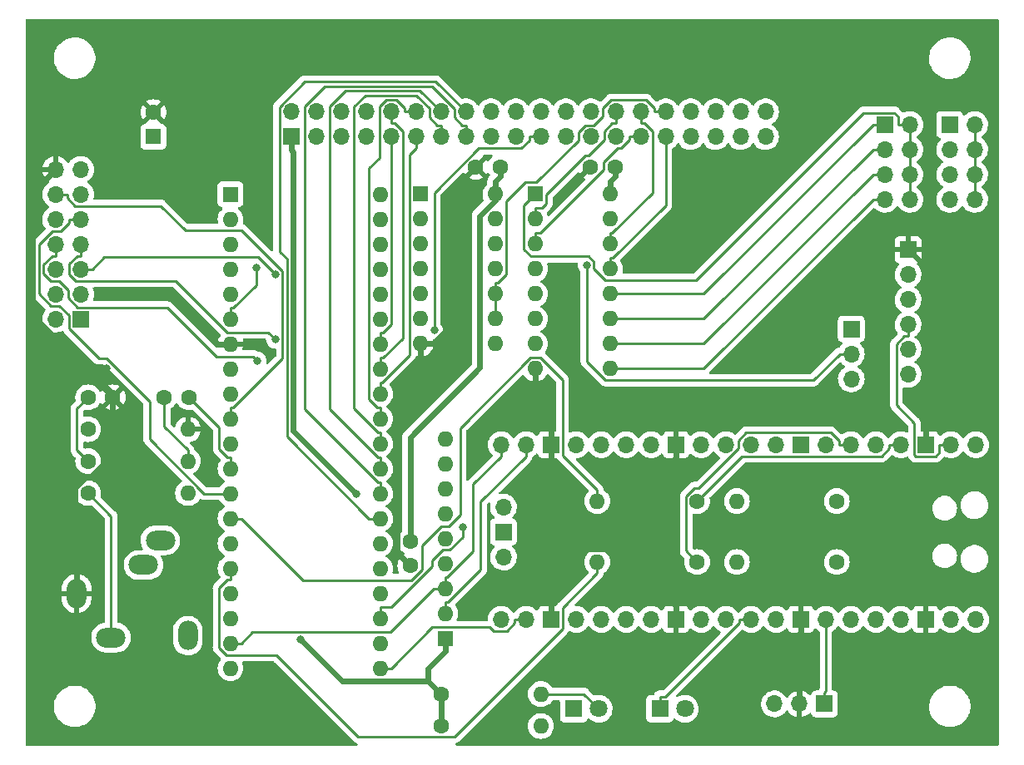
<source format=gbl>
G04 #@! TF.GenerationSoftware,KiCad,Pcbnew,(6.0.0-0)*
G04 #@! TF.CreationDate,2022-01-10T15:54:51+09:00*
G04 #@! TF.ProjectId,KZ80-USBKBD,4b5a3830-2d55-4534-924b-42442e6b6963,rev?*
G04 #@! TF.SameCoordinates,Original*
G04 #@! TF.FileFunction,Copper,L2,Bot*
G04 #@! TF.FilePolarity,Positive*
%FSLAX46Y46*%
G04 Gerber Fmt 4.6, Leading zero omitted, Abs format (unit mm)*
G04 Created by KiCad (PCBNEW (6.0.0-0)) date 2022-01-10 15:54:51*
%MOMM*%
%LPD*%
G01*
G04 APERTURE LIST*
G04 #@! TA.AperFunction,ComponentPad*
%ADD10R,1.600000X1.600000*%
G04 #@! TD*
G04 #@! TA.AperFunction,ComponentPad*
%ADD11C,1.600000*%
G04 #@! TD*
G04 #@! TA.AperFunction,ComponentPad*
%ADD12R,1.800000X1.800000*%
G04 #@! TD*
G04 #@! TA.AperFunction,ComponentPad*
%ADD13C,1.800000*%
G04 #@! TD*
G04 #@! TA.AperFunction,ComponentPad*
%ADD14R,1.700000X1.700000*%
G04 #@! TD*
G04 #@! TA.AperFunction,ComponentPad*
%ADD15O,1.700000X1.700000*%
G04 #@! TD*
G04 #@! TA.AperFunction,ComponentPad*
%ADD16O,2.000000X3.000000*%
G04 #@! TD*
G04 #@! TA.AperFunction,ComponentPad*
%ADD17O,3.000000X2.000000*%
G04 #@! TD*
G04 #@! TA.AperFunction,ComponentPad*
%ADD18O,1.600000X1.600000*%
G04 #@! TD*
G04 #@! TA.AperFunction,ViaPad*
%ADD19C,0.800000*%
G04 #@! TD*
G04 #@! TA.AperFunction,Conductor*
%ADD20C,0.600000*%
G04 #@! TD*
G04 #@! TA.AperFunction,Conductor*
%ADD21C,0.250000*%
G04 #@! TD*
G04 APERTURE END LIST*
D10*
X105500000Y-66500000D03*
D11*
X105500000Y-64000000D03*
X106608000Y-93036000D03*
X109108000Y-93036000D03*
X98858000Y-93036000D03*
X101358000Y-93036000D03*
X131624000Y-110184000D03*
X131624000Y-107684000D03*
X152452000Y-69564000D03*
X149952000Y-69564000D03*
X140778000Y-69564000D03*
X138278000Y-69564000D03*
D12*
X148250000Y-124750000D03*
D13*
X150790000Y-124750000D03*
D12*
X157000000Y-124750000D03*
D13*
X159540000Y-124750000D03*
D14*
X119500000Y-66500000D03*
D15*
X119500000Y-63960000D03*
X122040000Y-66500000D03*
X122040000Y-63960000D03*
X124580000Y-66500000D03*
X124580000Y-63960000D03*
X127120000Y-66500000D03*
X127120000Y-63960000D03*
X129660000Y-66500000D03*
X129660000Y-63960000D03*
X132200000Y-66500000D03*
X132200000Y-63960000D03*
X134740000Y-66500000D03*
X134740000Y-63960000D03*
X137280000Y-66500000D03*
X137280000Y-63960000D03*
X139820000Y-66500000D03*
X139820000Y-63960000D03*
X142360000Y-66500000D03*
X142360000Y-63960000D03*
X144900000Y-66500000D03*
X144900000Y-63960000D03*
X147440000Y-66500000D03*
X147440000Y-63960000D03*
X149980000Y-66500000D03*
X149980000Y-63960000D03*
X152520000Y-66500000D03*
X152520000Y-63960000D03*
X155060000Y-66500000D03*
X155060000Y-63960000D03*
X157600000Y-66500000D03*
X157600000Y-63960000D03*
X160140000Y-66500000D03*
X160140000Y-63960000D03*
X162680000Y-66500000D03*
X162680000Y-63960000D03*
X165220000Y-66500000D03*
X165220000Y-63960000D03*
X167760000Y-66500000D03*
X167760000Y-63960000D03*
D14*
X98101000Y-85063000D03*
D15*
X95561000Y-85063000D03*
X98101000Y-82523000D03*
X95561000Y-82523000D03*
X98101000Y-79983000D03*
X95561000Y-79983000D03*
X98101000Y-77443000D03*
X95561000Y-77443000D03*
X98101000Y-74903000D03*
X95561000Y-74903000D03*
X98101000Y-72363000D03*
X95561000Y-72363000D03*
X98101000Y-69823000D03*
X95561000Y-69823000D03*
D16*
X97700000Y-113000000D03*
D17*
X106200000Y-107600000D03*
X104500000Y-110100000D03*
D16*
X109000000Y-117300000D03*
D17*
X101200000Y-117500000D03*
D14*
X182250000Y-78000000D03*
D15*
X182250000Y-80540000D03*
X182250000Y-83080000D03*
X182250000Y-85620000D03*
X182250000Y-88160000D03*
X182250000Y-90700000D03*
D14*
X186483000Y-65256000D03*
D15*
X189023000Y-65256000D03*
X186483000Y-67796000D03*
X189023000Y-67796000D03*
X186483000Y-70336000D03*
X189023000Y-70336000D03*
X186483000Y-72876000D03*
X189023000Y-72876000D03*
D14*
X179883000Y-65256000D03*
D15*
X182423000Y-65256000D03*
X179883000Y-67796000D03*
X182423000Y-67796000D03*
X179883000Y-70336000D03*
X182423000Y-70336000D03*
X179883000Y-72876000D03*
X182423000Y-72876000D03*
D14*
X176476000Y-86074000D03*
D15*
X176476000Y-88614000D03*
X176476000Y-91154000D03*
D11*
X134750000Y-123250000D03*
D18*
X144910000Y-123250000D03*
D11*
X134750000Y-126500000D03*
D18*
X144910000Y-126500000D03*
D11*
X98858000Y-99536000D03*
D18*
X109018000Y-99536000D03*
D11*
X98858000Y-102786000D03*
D18*
X109018000Y-102786000D03*
D11*
X98858000Y-96286000D03*
D18*
X109018000Y-96286000D03*
D14*
X173750000Y-124250000D03*
D15*
X171210000Y-124250000D03*
X168670000Y-124250000D03*
X189130000Y-97860000D03*
X186590000Y-97860000D03*
D14*
X184050000Y-97860000D03*
D15*
X181510000Y-97860000D03*
X178970000Y-97860000D03*
X176430000Y-97860000D03*
X173890000Y-97860000D03*
D14*
X171350000Y-97860000D03*
D15*
X168810000Y-97860000D03*
X166270000Y-97860000D03*
X163730000Y-97860000D03*
X161190000Y-97860000D03*
D14*
X158650000Y-97860000D03*
D15*
X156110000Y-97860000D03*
X153570000Y-97860000D03*
X151030000Y-97860000D03*
X148490000Y-97860000D03*
D14*
X145950000Y-97860000D03*
D15*
X143410000Y-97860000D03*
X140870000Y-97860000D03*
X140870000Y-115640000D03*
X143410000Y-115640000D03*
D14*
X145950000Y-115640000D03*
D15*
X148490000Y-115640000D03*
X151030000Y-115640000D03*
X153570000Y-115640000D03*
X156110000Y-115640000D03*
D14*
X158650000Y-115640000D03*
D15*
X161190000Y-115640000D03*
X163730000Y-115640000D03*
X166270000Y-115640000D03*
X168810000Y-115640000D03*
D14*
X171350000Y-115640000D03*
D15*
X173890000Y-115640000D03*
X176430000Y-115640000D03*
X178970000Y-115640000D03*
X181510000Y-115640000D03*
D14*
X184050000Y-115640000D03*
D15*
X186590000Y-115640000D03*
X189130000Y-115640000D03*
X141100000Y-104210000D03*
D14*
X141100000Y-106750000D03*
D15*
X141100000Y-109290000D03*
D10*
X113336000Y-72358000D03*
D18*
X113336000Y-74898000D03*
X113336000Y-77438000D03*
X113336000Y-79978000D03*
X113336000Y-82518000D03*
X113336000Y-85058000D03*
X113336000Y-87598000D03*
X113336000Y-90138000D03*
X113336000Y-92678000D03*
X113336000Y-95218000D03*
X113336000Y-97758000D03*
X113336000Y-100298000D03*
X113336000Y-102838000D03*
X113336000Y-105378000D03*
X113336000Y-107918000D03*
X113336000Y-110458000D03*
X113336000Y-112998000D03*
X113336000Y-115538000D03*
X113336000Y-118078000D03*
X113336000Y-120618000D03*
X128576000Y-120618000D03*
X128576000Y-118078000D03*
X128576000Y-115538000D03*
X128576000Y-112998000D03*
X128576000Y-110458000D03*
X128576000Y-107918000D03*
X128576000Y-105378000D03*
X128576000Y-102838000D03*
X128576000Y-100298000D03*
X128576000Y-97758000D03*
X128576000Y-95218000D03*
X128576000Y-92678000D03*
X128576000Y-90138000D03*
X128576000Y-87598000D03*
X128576000Y-85058000D03*
X128576000Y-82518000D03*
X128576000Y-79978000D03*
X128576000Y-77438000D03*
X128576000Y-74898000D03*
X128576000Y-72358000D03*
D10*
X144324000Y-72348000D03*
D18*
X144324000Y-74888000D03*
X144324000Y-77428000D03*
X144324000Y-79968000D03*
X144324000Y-82508000D03*
X144324000Y-85048000D03*
X144324000Y-87588000D03*
X144324000Y-90128000D03*
X151944000Y-90128000D03*
X151944000Y-87588000D03*
X151944000Y-85048000D03*
X151944000Y-82508000D03*
X151944000Y-79968000D03*
X151944000Y-77428000D03*
X151944000Y-74888000D03*
X151944000Y-72348000D03*
D10*
X132660000Y-72348000D03*
D18*
X132660000Y-74888000D03*
X132660000Y-77428000D03*
X132660000Y-79968000D03*
X132660000Y-82508000D03*
X132660000Y-85048000D03*
X132660000Y-87588000D03*
X140280000Y-87588000D03*
X140280000Y-85048000D03*
X140280000Y-82508000D03*
X140280000Y-79968000D03*
X140280000Y-77428000D03*
X140280000Y-74888000D03*
X140280000Y-72348000D03*
D11*
X160800000Y-103600000D03*
D18*
X150640000Y-103600000D03*
D11*
X175000000Y-103600000D03*
D18*
X164840000Y-103600000D03*
D11*
X160800000Y-109800000D03*
D18*
X150640000Y-109800000D03*
D11*
X175000000Y-109800000D03*
D18*
X164840000Y-109800000D03*
D10*
X135180000Y-117570000D03*
D18*
X135180000Y-115030000D03*
X135180000Y-112490000D03*
X135180000Y-109950000D03*
X135180000Y-107410000D03*
X135180000Y-104870000D03*
X135180000Y-102330000D03*
X135180000Y-99790000D03*
X135180000Y-97250000D03*
D19*
X100739400Y-90108700D03*
X110781900Y-86344200D03*
X126161300Y-102911300D03*
X120480600Y-117681800D03*
X134061000Y-86183200D03*
X116098900Y-89304800D03*
X117898000Y-87158700D03*
X117897900Y-80513900D03*
X115956200Y-79858300D03*
X149582100Y-79572000D03*
X136948700Y-106228400D03*
D20*
X157576800Y-108446100D02*
X157576800Y-100283500D01*
X93217000Y-84642400D02*
X99815900Y-91241300D01*
X130310300Y-91238000D02*
X132660000Y-88888300D01*
X99815900Y-91241300D02*
X99931500Y-91241300D01*
X98640100Y-101161000D02*
X97547000Y-102254100D01*
X145950000Y-115640000D02*
X145950000Y-108446100D01*
X110781900Y-86344200D02*
X112035700Y-87598000D01*
X171350000Y-116990300D02*
X171210000Y-117130300D01*
X97547000Y-102254100D02*
X97547000Y-110846700D01*
X144324000Y-90128000D02*
X144324000Y-91428300D01*
X157576800Y-113216500D02*
X157576800Y-108446100D01*
X138278000Y-69564000D02*
X135319000Y-72523000D01*
X99931500Y-91241300D02*
X100739400Y-90433400D01*
X145950000Y-93054300D02*
X144324000Y-91428300D01*
X101358000Y-92667800D02*
X101358000Y-93036000D01*
X99092100Y-101161000D02*
X98640100Y-101161000D01*
X135319000Y-86229300D02*
X133960300Y-87588000D01*
X171210000Y-117130300D02*
X171210000Y-124250000D01*
X158650000Y-114289700D02*
X157576800Y-113216500D01*
X100739400Y-90433400D02*
X100739400Y-90108700D01*
X157576800Y-100283500D02*
X158650000Y-99210300D01*
X158650000Y-115640000D02*
X158650000Y-114289700D01*
X113336000Y-87598000D02*
X112035700Y-87598000D01*
X135319000Y-72523000D02*
X135319000Y-86229300D01*
X132660000Y-87588000D02*
X133960300Y-87588000D01*
X131624000Y-110184000D02*
X130310300Y-108870300D01*
X184050000Y-79800000D02*
X184050000Y-97860000D01*
X171350000Y-115640000D02*
X171350000Y-116990300D01*
X158650000Y-97860000D02*
X158650000Y-99210300D01*
X99931500Y-91241300D02*
X101358000Y-92667800D01*
X95561000Y-69823000D02*
X93217000Y-72167000D01*
X132660000Y-87588000D02*
X132660000Y-88888300D01*
X97547000Y-110846700D02*
X97700000Y-110999700D01*
X93217000Y-72167000D02*
X93217000Y-84642400D01*
X101358000Y-93036000D02*
X101358000Y-98895100D01*
X145950000Y-108446100D02*
X145950000Y-97860000D01*
X145950000Y-97860000D02*
X145950000Y-93054300D01*
X182250000Y-78000000D02*
X184050000Y-79800000D01*
X130310300Y-108870300D02*
X130310300Y-91238000D01*
X101358000Y-98895100D02*
X99092100Y-101161000D01*
X97700000Y-113000000D02*
X97700000Y-110999700D01*
X145950000Y-108446100D02*
X157576800Y-108446100D01*
X119699000Y-96449000D02*
X119699000Y-68049300D01*
X119699000Y-68049300D02*
X119500000Y-67850300D01*
X152452000Y-69564000D02*
X152452000Y-70539700D01*
X140280000Y-73000500D02*
X140280000Y-72348000D01*
X138678100Y-74602400D02*
X140280000Y-73000500D01*
X131624000Y-97084400D02*
X138678100Y-90030300D01*
X133416100Y-121929600D02*
X124728400Y-121929600D01*
X138678100Y-90030300D02*
X138678100Y-74602400D01*
X126161300Y-102911300D02*
X119699000Y-96449000D01*
X134750000Y-123250000D02*
X134736500Y-123250000D01*
X131624000Y-107684000D02*
X131624000Y-97084400D01*
X151944000Y-72348000D02*
X151944000Y-71047700D01*
X140778000Y-69564000D02*
X140778000Y-70549700D01*
X135180000Y-117570000D02*
X135180000Y-118870300D01*
X140280000Y-72348000D02*
X140280000Y-71047700D01*
X134750000Y-123250000D02*
X134750000Y-126500000D01*
X133416100Y-121929600D02*
X133416100Y-120634200D01*
X133416100Y-120634200D02*
X135180000Y-118870300D01*
X152452000Y-70539700D02*
X151944000Y-71047700D01*
X134736500Y-123250000D02*
X133416100Y-121929600D01*
X119500000Y-66500000D02*
X119500000Y-67850300D01*
X140778000Y-70549700D02*
X140280000Y-71047700D01*
X124728400Y-121929600D02*
X120480600Y-117681800D01*
D21*
X113054600Y-99172700D02*
X113336000Y-99172700D01*
X113336000Y-100298000D02*
X113336000Y-99172700D01*
X112210700Y-98328800D02*
X113054600Y-99172700D01*
X112210700Y-96138700D02*
X112210700Y-98328800D01*
X109108000Y-93036000D02*
X112210700Y-96138700D01*
X109018000Y-99536000D02*
X109018000Y-98410700D01*
X106608000Y-93036000D02*
X106608000Y-96000700D01*
X106608000Y-96000700D02*
X109018000Y-98410700D01*
X97729300Y-94164700D02*
X97729300Y-98407300D01*
X97729300Y-98407300D02*
X98858000Y-99536000D01*
X98858000Y-93036000D02*
X97729300Y-94164700D01*
X144910000Y-123250000D02*
X149290000Y-123250000D01*
X149290000Y-123250000D02*
X150790000Y-124750000D01*
X165094700Y-116020700D02*
X157590700Y-123524700D01*
X157590700Y-123524700D02*
X157000000Y-123524700D01*
X165094700Y-115640000D02*
X165094700Y-116020700D01*
X166270000Y-115640000D02*
X165094700Y-115640000D01*
X157000000Y-124750000D02*
X157000000Y-123524700D01*
X156424700Y-63592700D02*
X155590700Y-62758700D01*
X157600000Y-63960000D02*
X156424700Y-63960000D01*
X140280000Y-85048000D02*
X140280000Y-82508000D01*
X148710000Y-66069000D02*
X148710000Y-66896600D01*
X151216600Y-64407600D02*
X150299600Y-65324600D01*
X143342300Y-71155200D02*
X141405300Y-73092200D01*
X149454400Y-65324600D02*
X148710000Y-66069000D01*
X144451400Y-71155200D02*
X143342300Y-71155200D01*
X141405300Y-80538800D02*
X140561400Y-81382700D01*
X140561400Y-81382700D02*
X140280000Y-81382700D01*
X156424700Y-63960000D02*
X156424700Y-63592700D01*
X150299600Y-65324600D02*
X149454400Y-65324600D01*
X148710000Y-66896600D02*
X144451400Y-71155200D01*
X152058800Y-62758700D02*
X151216600Y-63600900D01*
X155590700Y-62758700D02*
X152058800Y-62758700D01*
X140280000Y-82508000D02*
X140280000Y-81382700D01*
X151216600Y-63600900D02*
X151216600Y-64407600D01*
X141405300Y-73092200D02*
X141405300Y-80538800D01*
X152225300Y-78842700D02*
X151944000Y-78842700D01*
X157600000Y-66500000D02*
X157600000Y-73468000D01*
X157600000Y-73468000D02*
X152225300Y-78842700D01*
X151944000Y-79968000D02*
X151944000Y-78842700D01*
X152148300Y-76302700D02*
X151944000Y-76302700D01*
X156254000Y-72197000D02*
X152148300Y-76302700D01*
X155427300Y-65135300D02*
X156254000Y-65962000D01*
X156254000Y-65962000D02*
X156254000Y-72197000D01*
X151944000Y-77428000D02*
X151944000Y-76302700D01*
X155060000Y-63960000D02*
X155060000Y-65135300D01*
X155060000Y-65135300D02*
X155427300Y-65135300D01*
X151318600Y-69097100D02*
X151318600Y-69870700D01*
X151318600Y-69870700D02*
X144886600Y-76302700D01*
X155060000Y-66500000D02*
X153884700Y-66500000D01*
X152740400Y-67675300D02*
X151318600Y-69097100D01*
X144886600Y-76302700D02*
X144324000Y-76302700D01*
X153884700Y-66817200D02*
X153026600Y-67675300D01*
X153026600Y-67675300D02*
X152740400Y-67675300D01*
X153884700Y-66500000D02*
X153884700Y-66817200D01*
X144324000Y-77428000D02*
X144324000Y-76302700D01*
X151344700Y-66830000D02*
X149779300Y-68395400D01*
X152152600Y-65135300D02*
X151344700Y-65943200D01*
X152520000Y-63960000D02*
X152520000Y-65135300D01*
X149462400Y-68395400D02*
X145449300Y-72408500D01*
X144324000Y-74888000D02*
X144324000Y-73762700D01*
X149779300Y-68395400D02*
X149462400Y-68395400D01*
X152520000Y-65135300D02*
X152152600Y-65135300D01*
X145449300Y-73340800D02*
X145027400Y-73762700D01*
X145449300Y-72408500D02*
X145449300Y-73340800D01*
X145027400Y-73762700D02*
X144324000Y-73762700D01*
X151344700Y-65943200D02*
X151344700Y-66830000D01*
X143724700Y-66500000D02*
X143724700Y-66867400D01*
X134061000Y-72183700D02*
X134061000Y-86183200D01*
X138569400Y-67675300D02*
X134061000Y-72183700D01*
X143724700Y-66867400D02*
X142916800Y-67675300D01*
X144900000Y-66500000D02*
X143724700Y-66500000D01*
X142916800Y-67675300D02*
X138569400Y-67675300D01*
X119073700Y-78949400D02*
X118324600Y-78200300D01*
X134218000Y-60898000D02*
X137280000Y-63960000D01*
X127450700Y-105378000D02*
X119073700Y-97001000D01*
X118324600Y-78200300D02*
X118324600Y-63468100D01*
X118324600Y-63468100D02*
X120894700Y-60898000D01*
X119073700Y-97001000D02*
X119073700Y-78949400D01*
X128576000Y-105378000D02*
X127450700Y-105378000D01*
X120894700Y-60898000D02*
X134218000Y-60898000D01*
X136104700Y-63635300D02*
X136104700Y-64516800D01*
X137280000Y-66500000D02*
X137280000Y-65324700D01*
X133817800Y-61348400D02*
X136104700Y-63635300D01*
X120863200Y-63444500D02*
X122959300Y-61348400D01*
X136912600Y-65324700D02*
X137280000Y-65324700D01*
X128371500Y-101712700D02*
X120863200Y-94204400D01*
X136104700Y-64516800D02*
X136912600Y-65324700D01*
X122959300Y-61348400D02*
X133817800Y-61348400D01*
X120863200Y-94204400D02*
X120863200Y-63444500D01*
X128576000Y-101712700D02*
X128371500Y-101712700D01*
X128576000Y-102838000D02*
X128576000Y-101712700D01*
X132578800Y-61798800D02*
X134740000Y-63960000D01*
X125010900Y-61798800D02*
X132578800Y-61798800D01*
X128371500Y-99172700D02*
X123396100Y-94197300D01*
X128576000Y-100298000D02*
X128576000Y-99172700D01*
X123396100Y-63413600D02*
X125010900Y-61798800D01*
X123396100Y-94197300D02*
X123396100Y-63413600D01*
X128576000Y-99172700D02*
X128371500Y-99172700D01*
X128371500Y-96632700D02*
X128576000Y-96632700D01*
X127075200Y-62281300D02*
X125916400Y-63440100D01*
X134372600Y-65324700D02*
X133564700Y-64516800D01*
X125916400Y-63440100D02*
X125916400Y-94177600D01*
X133564700Y-64516800D02*
X133564700Y-63580200D01*
X133564700Y-63580200D02*
X132265800Y-62281300D01*
X134740000Y-66500000D02*
X134740000Y-65324700D01*
X128576000Y-97758000D02*
X128576000Y-96632700D01*
X132265800Y-62281300D02*
X127075200Y-62281300D01*
X134740000Y-65324700D02*
X134372600Y-65324700D01*
X125916400Y-94177600D02*
X128371500Y-96632700D01*
X128294600Y-94092700D02*
X128576000Y-94092700D01*
X128484600Y-68663300D02*
X127450700Y-69697200D01*
X128576000Y-95218000D02*
X128576000Y-94092700D01*
X127450700Y-93248800D02*
X128294600Y-94092700D01*
X131024700Y-63592700D02*
X130163700Y-62731700D01*
X132200000Y-63960000D02*
X131024700Y-63960000D01*
X131024700Y-63960000D02*
X131024700Y-63592700D01*
X130163700Y-62731700D02*
X129184100Y-62731700D01*
X128484600Y-63431200D02*
X128484600Y-68663300D01*
X127450700Y-69697200D02*
X127450700Y-93248800D01*
X129184100Y-62731700D02*
X128484600Y-63431200D01*
X131534600Y-68340700D02*
X131534600Y-88772100D01*
X128754000Y-91552700D02*
X128576000Y-91552700D01*
X131534600Y-88772100D02*
X128754000Y-91552700D01*
X132200000Y-67675300D02*
X131534600Y-68340700D01*
X132200000Y-66500000D02*
X132200000Y-67675300D01*
X128576000Y-92678000D02*
X128576000Y-91552700D01*
X130027300Y-65135300D02*
X130852000Y-65960000D01*
X128576000Y-90138000D02*
X128576000Y-89012700D01*
X129660000Y-63960000D02*
X129660000Y-65135300D01*
X130852000Y-87018000D02*
X128857300Y-89012700D01*
X129660000Y-65135300D02*
X130027300Y-65135300D01*
X130852000Y-65960000D02*
X130852000Y-87018000D01*
X128857300Y-89012700D02*
X128576000Y-89012700D01*
X129660000Y-66500000D02*
X129660000Y-67675300D01*
X128576000Y-87598000D02*
X128576000Y-86472700D01*
X129660000Y-67675300D02*
X129701300Y-67716600D01*
X129701300Y-85628800D02*
X128857400Y-86472700D01*
X128857400Y-86472700D02*
X128576000Y-86472700D01*
X129701300Y-67716600D02*
X129701300Y-85628800D01*
X96736300Y-72730400D02*
X97544200Y-73538300D01*
X95561000Y-72363000D02*
X96736300Y-72363000D01*
X113617400Y-94092700D02*
X113336000Y-94092700D01*
X108748400Y-76023400D02*
X114454200Y-76023400D01*
X106263300Y-73538300D02*
X108748400Y-76023400D01*
X114454200Y-76023400D02*
X118623400Y-80192600D01*
X113336000Y-95218000D02*
X113336000Y-94092700D01*
X97544200Y-73538300D02*
X106263300Y-73538300D01*
X118623400Y-89086700D02*
X113617400Y-94092700D01*
X118623400Y-80192600D02*
X118623400Y-89086700D01*
X96736300Y-72363000D02*
X96736300Y-72730400D01*
X98101000Y-74903000D02*
X96925700Y-74903000D01*
X95920600Y-83698400D02*
X96925600Y-84703400D01*
X96925600Y-86052600D02*
X99937000Y-89064000D01*
X96925700Y-74903000D02*
X96925700Y-75270400D01*
X96925700Y-75270400D02*
X96117800Y-76078300D01*
X100720600Y-89064000D02*
X105103600Y-93447000D01*
X93842400Y-77473000D02*
X93842400Y-82467700D01*
X99937000Y-89064000D02*
X100720600Y-89064000D01*
X96117800Y-76078300D02*
X95237100Y-76078300D01*
X95073100Y-83698400D02*
X95920600Y-83698400D01*
X95237100Y-76078300D02*
X93842400Y-77473000D01*
X105103600Y-93447000D02*
X105103600Y-97280000D01*
X93842400Y-82467700D02*
X95073100Y-83698400D01*
X105103600Y-97280000D02*
X110661600Y-102838000D01*
X96925600Y-84703400D02*
X96925600Y-86052600D01*
X110661600Y-102838000D02*
X113336000Y-102838000D01*
X94311200Y-79500800D02*
X94311200Y-80406400D01*
X115662100Y-88868000D02*
X116098900Y-89304800D01*
X97800800Y-83887600D02*
X106906100Y-83887600D01*
X95870800Y-81168600D02*
X96831000Y-82128800D01*
X95193700Y-78618300D02*
X94311200Y-79500800D01*
X95561000Y-77443000D02*
X95561000Y-78618300D01*
X106906100Y-83887600D02*
X111886500Y-88868000D01*
X111886500Y-88868000D02*
X115662100Y-88868000D01*
X95073400Y-81168600D02*
X95870800Y-81168600D01*
X96831000Y-82917800D02*
X97800800Y-83887600D01*
X95561000Y-78618300D02*
X95193700Y-78618300D01*
X94311200Y-80406400D02*
X95073400Y-81168600D01*
X96831000Y-82128800D02*
X96831000Y-82917800D01*
X113008900Y-86412100D02*
X117151400Y-86412100D01*
X97733700Y-78618300D02*
X96925600Y-79426400D01*
X98101000Y-78618300D02*
X97733700Y-78618300D01*
X96925600Y-79426400D02*
X96925600Y-80508600D01*
X117151400Y-86412100D02*
X117898000Y-87158700D01*
X97585800Y-81168800D02*
X107765600Y-81168800D01*
X96925600Y-80508600D02*
X97585800Y-81168800D01*
X98101000Y-77443000D02*
X98101000Y-78618300D01*
X107765600Y-81168800D02*
X113008900Y-86412100D01*
X98101000Y-79983000D02*
X99276300Y-79983000D01*
X116163300Y-78779300D02*
X117897900Y-80513900D01*
X99276300Y-79983000D02*
X100480000Y-78779300D01*
X100480000Y-78779300D02*
X116163300Y-78779300D01*
X101200000Y-105128000D02*
X98858000Y-102786000D01*
X101200000Y-117500000D02*
X101200000Y-105128000D01*
X185414700Y-98668100D02*
X185414700Y-97860000D01*
X182874600Y-98908400D02*
X183001500Y-99035300D01*
X181074600Y-93841700D02*
X182874600Y-95641700D01*
X181882700Y-86795300D02*
X181074600Y-87603400D01*
X182250000Y-85620000D02*
X182250000Y-86795300D01*
X185047500Y-99035300D02*
X185414700Y-98668100D01*
X183001500Y-99035300D02*
X185047500Y-99035300D01*
X181074600Y-87603400D02*
X181074600Y-93841700D01*
X182874600Y-95641700D02*
X182874600Y-98908400D01*
X186590000Y-97860000D02*
X185414700Y-97860000D01*
X182250000Y-86795300D02*
X181882700Y-86795300D01*
X189023000Y-65256000D02*
X189023000Y-67796000D01*
X115956200Y-81593800D02*
X115956200Y-79858300D01*
X189023000Y-70336000D02*
X189023000Y-72876000D01*
X113336000Y-83932700D02*
X113617300Y-83932700D01*
X113617300Y-83932700D02*
X115956200Y-81593800D01*
X189023000Y-67796000D02*
X189023000Y-70336000D01*
X113336000Y-85058000D02*
X113336000Y-83932700D01*
X151444200Y-81100500D02*
X150307400Y-79963700D01*
X182423000Y-65256000D02*
X181247700Y-65256000D01*
X182423000Y-67796000D02*
X182423000Y-70336000D01*
X150307400Y-79963700D02*
X150307400Y-79271500D01*
X180865400Y-64065700D02*
X177681900Y-64065700D01*
X181247700Y-65256000D02*
X181247700Y-64448000D01*
X149733900Y-78698000D02*
X143915600Y-78698000D01*
X181247700Y-64448000D02*
X180865400Y-64065700D01*
X143180100Y-77962500D02*
X143180100Y-73491900D01*
X182423000Y-67796000D02*
X182423000Y-65256000D01*
X177681900Y-64065700D02*
X160647100Y-81100500D01*
X160647100Y-81100500D02*
X151444200Y-81100500D01*
X143180100Y-73491900D02*
X144324000Y-72348000D01*
X143915600Y-78698000D02*
X143180100Y-77962500D01*
X182423000Y-70336000D02*
X182423000Y-72876000D01*
X150307400Y-79271500D02*
X149733900Y-78698000D01*
X161455700Y-90128000D02*
X151944000Y-90128000D01*
X179883000Y-72876000D02*
X178707700Y-72876000D01*
X178707700Y-72876000D02*
X161455700Y-90128000D01*
X161455700Y-87588000D02*
X151944000Y-87588000D01*
X178707700Y-70336000D02*
X161455700Y-87588000D01*
X179883000Y-70336000D02*
X178707700Y-70336000D01*
X179883000Y-67796000D02*
X178707700Y-67796000D01*
X178707700Y-67796000D02*
X161455700Y-85048000D01*
X161455700Y-85048000D02*
X151944000Y-85048000D01*
X178707700Y-65256000D02*
X161455700Y-82508000D01*
X161455700Y-82508000D02*
X151944000Y-82508000D01*
X179883000Y-65256000D02*
X178707700Y-65256000D01*
X175300700Y-88614000D02*
X172634400Y-91280300D01*
X151469500Y-91280300D02*
X149582100Y-89392900D01*
X172634400Y-91280300D02*
X151469500Y-91280300D01*
X176476000Y-88614000D02*
X175300700Y-88614000D01*
X149582100Y-89392900D02*
X149582100Y-79572000D01*
X173750000Y-123074700D02*
X173890000Y-122934700D01*
X173890000Y-122934700D02*
X173890000Y-115640000D01*
X173750000Y-124250000D02*
X173750000Y-123074700D01*
X128576000Y-120618000D02*
X129701300Y-120618000D01*
X142234700Y-115640000D02*
X142234700Y-116007300D01*
X141423400Y-116818600D02*
X140068600Y-116818600D01*
X143410000Y-115640000D02*
X142234700Y-115640000D01*
X139694600Y-116444600D02*
X133874700Y-116444600D01*
X133874700Y-116444600D02*
X129701300Y-120618000D01*
X142234700Y-116007300D02*
X141423400Y-116818600D01*
X140068600Y-116818600D02*
X139694600Y-116444600D01*
X136948700Y-106228400D02*
X136948700Y-107247800D01*
X134943600Y-108535400D02*
X133837500Y-109641500D01*
X133837500Y-110276500D02*
X129701300Y-114412700D01*
X129701300Y-114412700D02*
X128576000Y-114412700D01*
X135661100Y-108535400D02*
X134943600Y-108535400D01*
X133837500Y-109641500D02*
X133837500Y-110276500D01*
X136948700Y-107247800D02*
X135661100Y-108535400D01*
X128576000Y-115538000D02*
X128576000Y-114412700D01*
X135180000Y-112490000D02*
X134054700Y-112490000D01*
X140870000Y-99035300D02*
X138031400Y-101873900D01*
X138031400Y-108717600D02*
X135384300Y-111364700D01*
X129592000Y-116952700D02*
X134054700Y-112490000D01*
X140870000Y-97860000D02*
X140870000Y-99035300D01*
X114461300Y-118078000D02*
X115586600Y-116952700D01*
X113336000Y-118078000D02*
X114461300Y-118078000D01*
X115586600Y-116952700D02*
X129592000Y-116952700D01*
X135180000Y-112490000D02*
X135180000Y-111364700D01*
X138031400Y-101873900D02*
X138031400Y-108717600D01*
X135384300Y-111364700D02*
X135180000Y-111364700D01*
X143410000Y-99035300D02*
X138796200Y-103649100D01*
X138796200Y-103649100D02*
X138796200Y-110569800D01*
X135180000Y-115030000D02*
X135180000Y-113904700D01*
X138796200Y-110569800D02*
X135461300Y-113904700D01*
X135461300Y-113904700D02*
X135180000Y-113904700D01*
X143410000Y-97860000D02*
X143410000Y-99035300D01*
X136124400Y-127630600D02*
X147125400Y-116629600D01*
X112933700Y-119274100D02*
X117991700Y-119274100D01*
X117991700Y-119274100D02*
X126348200Y-127630600D01*
X147125400Y-116629600D02*
X147125400Y-114439900D01*
X113054700Y-111583300D02*
X112169100Y-112468900D01*
X113336000Y-111583300D02*
X113054700Y-111583300D01*
X126348200Y-127630600D02*
X136124400Y-127630600D01*
X147125400Y-114439900D02*
X150640000Y-110925300D01*
X150640000Y-109800000D02*
X150640000Y-110925300D01*
X112169100Y-112468900D02*
X112169100Y-118509500D01*
X113336000Y-110458000D02*
X113336000Y-111583300D01*
X112169100Y-118509500D02*
X112933700Y-119274100D01*
X136693300Y-104964500D02*
X136693300Y-96147800D01*
X143866900Y-88974200D02*
X144832800Y-88974200D01*
X144832800Y-88974200D02*
X147125400Y-91266800D01*
X147125400Y-98960100D02*
X150640000Y-102474700D01*
X120728500Y-111645200D02*
X131754400Y-111645200D01*
X132853000Y-108094200D02*
X134807200Y-106140000D01*
X114461300Y-105378000D02*
X120728500Y-111645200D01*
X113336000Y-105378000D02*
X114461300Y-105378000D01*
X150640000Y-103600000D02*
X150640000Y-102474700D01*
X132853000Y-110546600D02*
X132853000Y-108094200D01*
X147125400Y-91266800D02*
X147125400Y-98960100D01*
X136693300Y-96147800D02*
X143866900Y-88974200D01*
X131754400Y-111645200D02*
X132853000Y-110546600D01*
X134807200Y-106140000D02*
X135517800Y-106140000D01*
X135517800Y-106140000D02*
X136693300Y-104964500D01*
X160800000Y-103600000D02*
X165364700Y-99035300D01*
X165364700Y-99035300D02*
X179526800Y-99035300D01*
X180334700Y-98227400D02*
X180334700Y-97860000D01*
X179526800Y-99035300D02*
X180334700Y-98227400D01*
X181510000Y-97860000D02*
X180334700Y-97860000D01*
X159670800Y-103124900D02*
X159670800Y-108670800D01*
X160520600Y-102275100D02*
X159670800Y-103124900D01*
X165780900Y-96640300D02*
X165000000Y-97421200D01*
X176430000Y-97860000D02*
X175254700Y-97860000D01*
X159670800Y-108670800D02*
X160800000Y-109800000D01*
X175254700Y-97860000D02*
X175254700Y-97492700D01*
X165000000Y-97421200D02*
X165000000Y-98252200D01*
X174402300Y-96640300D02*
X165780900Y-96640300D01*
X160977100Y-102275100D02*
X160520600Y-102275100D01*
X165000000Y-98252200D02*
X160977100Y-102275100D01*
X175254700Y-97492700D02*
X174402300Y-96640300D01*
G04 #@! TA.AperFunction,Conductor*
G36*
X191434121Y-54528002D02*
G01*
X191480614Y-54581658D01*
X191492000Y-54634000D01*
X191492000Y-128366000D01*
X191471998Y-128434121D01*
X191418342Y-128480614D01*
X191366000Y-128492000D01*
X136330152Y-128492000D01*
X136262031Y-128471998D01*
X136215538Y-128418342D01*
X136205434Y-128348068D01*
X136234928Y-128283488D01*
X136283769Y-128248848D01*
X136324312Y-128232796D01*
X136335542Y-128228951D01*
X136370383Y-128218829D01*
X136370384Y-128218829D01*
X136377993Y-128216618D01*
X136384812Y-128212585D01*
X136384817Y-128212583D01*
X136395428Y-128206307D01*
X136413176Y-128197612D01*
X136432017Y-128190152D01*
X136467787Y-128164164D01*
X136477707Y-128157648D01*
X136508935Y-128139180D01*
X136508938Y-128139178D01*
X136515762Y-128135142D01*
X136530083Y-128120821D01*
X136545117Y-128107980D01*
X136546831Y-128106735D01*
X136561507Y-128096072D01*
X136589698Y-128061995D01*
X136597688Y-128053216D01*
X138150904Y-126500000D01*
X143596502Y-126500000D01*
X143616457Y-126728087D01*
X143675716Y-126949243D01*
X143678039Y-126954224D01*
X143678039Y-126954225D01*
X143770151Y-127151762D01*
X143770154Y-127151767D01*
X143772477Y-127156749D01*
X143903802Y-127344300D01*
X144065700Y-127506198D01*
X144070208Y-127509355D01*
X144070211Y-127509357D01*
X144148389Y-127564098D01*
X144253251Y-127637523D01*
X144258233Y-127639846D01*
X144258238Y-127639849D01*
X144455775Y-127731961D01*
X144460757Y-127734284D01*
X144466065Y-127735706D01*
X144466067Y-127735707D01*
X144676598Y-127792119D01*
X144676600Y-127792119D01*
X144681913Y-127793543D01*
X144910000Y-127813498D01*
X145138087Y-127793543D01*
X145143400Y-127792119D01*
X145143402Y-127792119D01*
X145353933Y-127735707D01*
X145353935Y-127735706D01*
X145359243Y-127734284D01*
X145364225Y-127731961D01*
X145561762Y-127639849D01*
X145561767Y-127639846D01*
X145566749Y-127637523D01*
X145671611Y-127564098D01*
X145749789Y-127509357D01*
X145749792Y-127509355D01*
X145754300Y-127506198D01*
X145916198Y-127344300D01*
X146047523Y-127156749D01*
X146049846Y-127151767D01*
X146049849Y-127151762D01*
X146141961Y-126954225D01*
X146141961Y-126954224D01*
X146144284Y-126949243D01*
X146203543Y-126728087D01*
X146223498Y-126500000D01*
X146203543Y-126271913D01*
X146202119Y-126266598D01*
X146145707Y-126056067D01*
X146145706Y-126056065D01*
X146144284Y-126050757D01*
X146132939Y-126026427D01*
X146049849Y-125848238D01*
X146049846Y-125848233D01*
X146047523Y-125843251D01*
X145916198Y-125655700D01*
X145754300Y-125493802D01*
X145749792Y-125490645D01*
X145749789Y-125490643D01*
X145650180Y-125420896D01*
X145566749Y-125362477D01*
X145561767Y-125360154D01*
X145561762Y-125360151D01*
X145364225Y-125268039D01*
X145364224Y-125268039D01*
X145359243Y-125265716D01*
X145353935Y-125264294D01*
X145353933Y-125264293D01*
X145143402Y-125207881D01*
X145143400Y-125207881D01*
X145138087Y-125206457D01*
X144910000Y-125186502D01*
X144681913Y-125206457D01*
X144676600Y-125207881D01*
X144676598Y-125207881D01*
X144466067Y-125264293D01*
X144466065Y-125264294D01*
X144460757Y-125265716D01*
X144455776Y-125268039D01*
X144455775Y-125268039D01*
X144258238Y-125360151D01*
X144258233Y-125360154D01*
X144253251Y-125362477D01*
X144169820Y-125420896D01*
X144070211Y-125490643D01*
X144070208Y-125490645D01*
X144065700Y-125493802D01*
X143903802Y-125655700D01*
X143772477Y-125843251D01*
X143770154Y-125848233D01*
X143770151Y-125848238D01*
X143687061Y-126026427D01*
X143675716Y-126050757D01*
X143674294Y-126056065D01*
X143674293Y-126056067D01*
X143617881Y-126266598D01*
X143616457Y-126271913D01*
X143596502Y-126500000D01*
X138150904Y-126500000D01*
X141400904Y-123250000D01*
X143596502Y-123250000D01*
X143616457Y-123478087D01*
X143617881Y-123483400D01*
X143617881Y-123483402D01*
X143674075Y-123693117D01*
X143675716Y-123699243D01*
X143678039Y-123704224D01*
X143678039Y-123704225D01*
X143770151Y-123901762D01*
X143770154Y-123901767D01*
X143772477Y-123906749D01*
X143807774Y-123957158D01*
X143898356Y-124086522D01*
X143903802Y-124094300D01*
X144065700Y-124256198D01*
X144070208Y-124259355D01*
X144070211Y-124259357D01*
X144113684Y-124289797D01*
X144253251Y-124387523D01*
X144258233Y-124389846D01*
X144258238Y-124389849D01*
X144455775Y-124481961D01*
X144460757Y-124484284D01*
X144466065Y-124485706D01*
X144466067Y-124485707D01*
X144676598Y-124542119D01*
X144676600Y-124542119D01*
X144681913Y-124543543D01*
X144910000Y-124563498D01*
X145138087Y-124543543D01*
X145143400Y-124542119D01*
X145143402Y-124542119D01*
X145353933Y-124485707D01*
X145353935Y-124485706D01*
X145359243Y-124484284D01*
X145364225Y-124481961D01*
X145561762Y-124389849D01*
X145561767Y-124389846D01*
X145566749Y-124387523D01*
X145706316Y-124289797D01*
X145749789Y-124259357D01*
X145749792Y-124259355D01*
X145754300Y-124256198D01*
X145916198Y-124094300D01*
X145921402Y-124086868D01*
X146026181Y-123937229D01*
X146081638Y-123892901D01*
X146129394Y-123883500D01*
X146715500Y-123883500D01*
X146783621Y-123903502D01*
X146830114Y-123957158D01*
X146841500Y-124009500D01*
X146841500Y-125698134D01*
X146848255Y-125760316D01*
X146899385Y-125896705D01*
X146986739Y-126013261D01*
X147103295Y-126100615D01*
X147239684Y-126151745D01*
X147301866Y-126158500D01*
X149198134Y-126158500D01*
X149260316Y-126151745D01*
X149396705Y-126100615D01*
X149513261Y-126013261D01*
X149600615Y-125896705D01*
X149625180Y-125831178D01*
X149667822Y-125774414D01*
X149734383Y-125749714D01*
X149803732Y-125764921D01*
X149823647Y-125778464D01*
X149907690Y-125848238D01*
X149979349Y-125907730D01*
X150179322Y-126024584D01*
X150395694Y-126107209D01*
X150400760Y-126108240D01*
X150400761Y-126108240D01*
X150453846Y-126119040D01*
X150622656Y-126153385D01*
X150752089Y-126158131D01*
X150848949Y-126161683D01*
X150848953Y-126161683D01*
X150854113Y-126161872D01*
X150859233Y-126161216D01*
X150859235Y-126161216D01*
X150933166Y-126151745D01*
X151083847Y-126132442D01*
X151088795Y-126130957D01*
X151088802Y-126130956D01*
X151300747Y-126067369D01*
X151305690Y-126065886D01*
X151325733Y-126056067D01*
X151509049Y-125966262D01*
X151509052Y-125966260D01*
X151513684Y-125963991D01*
X151702243Y-125829494D01*
X151834062Y-125698134D01*
X155591500Y-125698134D01*
X155598255Y-125760316D01*
X155649385Y-125896705D01*
X155736739Y-126013261D01*
X155853295Y-126100615D01*
X155989684Y-126151745D01*
X156051866Y-126158500D01*
X157948134Y-126158500D01*
X158010316Y-126151745D01*
X158146705Y-126100615D01*
X158263261Y-126013261D01*
X158350615Y-125896705D01*
X158375180Y-125831178D01*
X158417822Y-125774414D01*
X158484383Y-125749714D01*
X158553732Y-125764921D01*
X158573647Y-125778464D01*
X158657690Y-125848238D01*
X158729349Y-125907730D01*
X158929322Y-126024584D01*
X159145694Y-126107209D01*
X159150760Y-126108240D01*
X159150761Y-126108240D01*
X159203846Y-126119040D01*
X159372656Y-126153385D01*
X159502089Y-126158131D01*
X159598949Y-126161683D01*
X159598953Y-126161683D01*
X159604113Y-126161872D01*
X159609233Y-126161216D01*
X159609235Y-126161216D01*
X159683166Y-126151745D01*
X159833847Y-126132442D01*
X159838795Y-126130957D01*
X159838802Y-126130956D01*
X160050747Y-126067369D01*
X160055690Y-126065886D01*
X160075733Y-126056067D01*
X160259049Y-125966262D01*
X160259052Y-125966260D01*
X160263684Y-125963991D01*
X160452243Y-125829494D01*
X160616303Y-125666005D01*
X160620467Y-125660211D01*
X160655758Y-125611097D01*
X160751458Y-125477917D01*
X160755997Y-125468734D01*
X160851784Y-125274922D01*
X160851785Y-125274920D01*
X160854078Y-125270280D01*
X160921408Y-125048671D01*
X160951640Y-124819041D01*
X160953327Y-124750000D01*
X160944033Y-124636951D01*
X160934773Y-124524318D01*
X160934772Y-124524312D01*
X160934349Y-124519167D01*
X160890656Y-124345216D01*
X160879184Y-124299544D01*
X160879183Y-124299540D01*
X160877925Y-124294533D01*
X160875866Y-124289797D01*
X160844080Y-124216695D01*
X167307251Y-124216695D01*
X167307548Y-124221848D01*
X167307548Y-124221851D01*
X167315934Y-124367297D01*
X167320110Y-124439715D01*
X167321247Y-124444761D01*
X167321248Y-124444767D01*
X167339176Y-124524318D01*
X167369222Y-124657639D01*
X167453266Y-124864616D01*
X167455965Y-124869020D01*
X167566055Y-125048671D01*
X167569987Y-125055088D01*
X167716250Y-125223938D01*
X167888126Y-125366632D01*
X168081000Y-125479338D01*
X168085825Y-125481180D01*
X168085826Y-125481181D01*
X168158612Y-125508975D01*
X168289692Y-125559030D01*
X168294760Y-125560061D01*
X168294763Y-125560062D01*
X168389862Y-125579410D01*
X168508597Y-125603567D01*
X168513772Y-125603757D01*
X168513774Y-125603757D01*
X168726673Y-125611564D01*
X168726677Y-125611564D01*
X168731837Y-125611753D01*
X168736957Y-125611097D01*
X168736959Y-125611097D01*
X168948288Y-125584025D01*
X168948289Y-125584025D01*
X168953416Y-125583368D01*
X168958366Y-125581883D01*
X169162429Y-125520661D01*
X169162434Y-125520659D01*
X169167384Y-125519174D01*
X169367994Y-125420896D01*
X169549860Y-125291173D01*
X169575795Y-125265329D01*
X169644641Y-125196723D01*
X169708096Y-125133489D01*
X169767594Y-125050689D01*
X169838453Y-124952077D01*
X169839640Y-124952930D01*
X169886960Y-124909362D01*
X169956897Y-124897145D01*
X170022338Y-124924678D01*
X170050166Y-124956511D01*
X170107694Y-125050388D01*
X170113777Y-125058699D01*
X170253213Y-125219667D01*
X170260580Y-125226883D01*
X170424434Y-125362916D01*
X170432881Y-125368831D01*
X170616756Y-125476279D01*
X170626042Y-125480729D01*
X170825001Y-125556703D01*
X170834899Y-125559579D01*
X170938250Y-125580606D01*
X170952299Y-125579410D01*
X170956000Y-125569065D01*
X170956000Y-125568517D01*
X171464000Y-125568517D01*
X171468064Y-125582359D01*
X171481478Y-125584393D01*
X171488184Y-125583534D01*
X171498262Y-125581392D01*
X171702255Y-125520191D01*
X171711842Y-125516433D01*
X171903095Y-125422739D01*
X171911945Y-125417464D01*
X172085328Y-125293792D01*
X172093193Y-125287145D01*
X172197897Y-125182805D01*
X172260268Y-125148889D01*
X172331075Y-125154077D01*
X172387837Y-125196723D01*
X172404819Y-125227826D01*
X172422475Y-125274922D01*
X172449385Y-125346705D01*
X172536739Y-125463261D01*
X172653295Y-125550615D01*
X172789684Y-125601745D01*
X172851866Y-125608500D01*
X174648134Y-125608500D01*
X174710316Y-125601745D01*
X174846705Y-125550615D01*
X174963261Y-125463261D01*
X175050615Y-125346705D01*
X175101745Y-125210316D01*
X175108500Y-125148134D01*
X175108500Y-124632703D01*
X184390743Y-124632703D01*
X184428268Y-124917734D01*
X184429401Y-124921874D01*
X184429401Y-124921876D01*
X184438876Y-124956511D01*
X184504129Y-125195036D01*
X184505813Y-125198984D01*
X184578435Y-125369242D01*
X184616923Y-125459476D01*
X184677123Y-125560062D01*
X184734361Y-125655700D01*
X184764561Y-125706161D01*
X184944313Y-125930528D01*
X185045370Y-126026427D01*
X185131583Y-126108240D01*
X185152851Y-126128423D01*
X185386317Y-126296186D01*
X185390112Y-126298195D01*
X185390113Y-126298196D01*
X185411869Y-126309715D01*
X185640392Y-126430712D01*
X185664699Y-126439607D01*
X185844692Y-126505475D01*
X185910373Y-126529511D01*
X186191264Y-126590755D01*
X186219841Y-126593004D01*
X186414282Y-126608307D01*
X186414291Y-126608307D01*
X186416739Y-126608500D01*
X186572271Y-126608500D01*
X186574407Y-126608354D01*
X186574418Y-126608354D01*
X186782548Y-126594165D01*
X186782554Y-126594164D01*
X186786825Y-126593873D01*
X186791020Y-126593004D01*
X186791022Y-126593004D01*
X186927583Y-126564724D01*
X187068342Y-126535574D01*
X187339343Y-126439607D01*
X187594812Y-126307750D01*
X187598313Y-126305289D01*
X187598317Y-126305287D01*
X187802644Y-126161683D01*
X187830023Y-126142441D01*
X187956852Y-126024584D01*
X188037479Y-125949661D01*
X188037481Y-125949658D01*
X188040622Y-125946740D01*
X188222713Y-125724268D01*
X188372927Y-125479142D01*
X188488483Y-125215898D01*
X188508760Y-125144717D01*
X188537579Y-125043544D01*
X188567244Y-124939406D01*
X188607751Y-124654784D01*
X188607845Y-124636951D01*
X188609235Y-124371583D01*
X188609235Y-124371576D01*
X188609257Y-124367297D01*
X188599678Y-124294533D01*
X188572292Y-124086522D01*
X188571732Y-124082266D01*
X188495871Y-123804964D01*
X188410937Y-123605840D01*
X188384763Y-123544476D01*
X188384761Y-123544472D01*
X188383077Y-123540524D01*
X188288594Y-123382654D01*
X188237643Y-123297521D01*
X188237640Y-123297517D01*
X188235439Y-123293839D01*
X188055687Y-123069472D01*
X187910449Y-122931646D01*
X187850258Y-122874527D01*
X187850255Y-122874525D01*
X187847149Y-122871577D01*
X187613683Y-122703814D01*
X187591843Y-122692250D01*
X187520634Y-122654547D01*
X187359608Y-122569288D01*
X187089627Y-122470489D01*
X186808736Y-122409245D01*
X186777685Y-122406801D01*
X186585718Y-122391693D01*
X186585709Y-122391693D01*
X186583261Y-122391500D01*
X186427729Y-122391500D01*
X186425593Y-122391646D01*
X186425582Y-122391646D01*
X186217452Y-122405835D01*
X186217446Y-122405836D01*
X186213175Y-122406127D01*
X186208980Y-122406996D01*
X186208978Y-122406996D01*
X186072417Y-122435276D01*
X185931658Y-122464426D01*
X185660657Y-122560393D01*
X185656848Y-122562359D01*
X185432501Y-122678153D01*
X185405188Y-122692250D01*
X185401687Y-122694711D01*
X185401683Y-122694713D01*
X185332410Y-122743399D01*
X185169977Y-122857559D01*
X185131085Y-122893700D01*
X184977157Y-123036739D01*
X184959378Y-123053260D01*
X184777287Y-123275732D01*
X184627073Y-123520858D01*
X184625347Y-123524791D01*
X184625346Y-123524792D01*
X184539576Y-123720181D01*
X184511517Y-123784102D01*
X184432756Y-124060594D01*
X184392249Y-124345216D01*
X184392227Y-124349505D01*
X184392226Y-124349512D01*
X184390765Y-124628417D01*
X184390743Y-124632703D01*
X175108500Y-124632703D01*
X175108500Y-123351866D01*
X175101745Y-123289684D01*
X175050615Y-123153295D01*
X174963261Y-123036739D01*
X174846705Y-122949385D01*
X174710316Y-122898255D01*
X174648134Y-122891500D01*
X174644717Y-122891500D01*
X174642686Y-122891390D01*
X174575747Y-122867733D01*
X174532223Y-122811642D01*
X174523500Y-122765574D01*
X174523500Y-116920427D01*
X174543502Y-116852306D01*
X174584618Y-116812550D01*
X174587994Y-116810896D01*
X174769860Y-116681173D01*
X174784286Y-116666798D01*
X174888370Y-116563076D01*
X174928096Y-116523489D01*
X174981839Y-116448698D01*
X175058453Y-116342077D01*
X175059776Y-116343028D01*
X175106645Y-116299857D01*
X175176580Y-116287625D01*
X175242026Y-116315144D01*
X175269875Y-116346994D01*
X175273363Y-116352686D01*
X175329987Y-116445088D01*
X175476250Y-116613938D01*
X175576187Y-116696907D01*
X175626938Y-116739041D01*
X175648126Y-116756632D01*
X175841000Y-116869338D01*
X176049692Y-116949030D01*
X176054760Y-116950061D01*
X176054763Y-116950062D01*
X176155932Y-116970645D01*
X176268597Y-116993567D01*
X176273772Y-116993757D01*
X176273774Y-116993757D01*
X176486673Y-117001564D01*
X176486677Y-117001564D01*
X176491837Y-117001753D01*
X176496957Y-117001097D01*
X176496959Y-117001097D01*
X176708288Y-116974025D01*
X176708289Y-116974025D01*
X176713416Y-116973368D01*
X176722492Y-116970645D01*
X176922429Y-116910661D01*
X176922434Y-116910659D01*
X176927384Y-116909174D01*
X177127994Y-116810896D01*
X177309860Y-116681173D01*
X177324286Y-116666798D01*
X177428370Y-116563076D01*
X177468096Y-116523489D01*
X177521839Y-116448698D01*
X177598453Y-116342077D01*
X177599776Y-116343028D01*
X177646645Y-116299857D01*
X177716580Y-116287625D01*
X177782026Y-116315144D01*
X177809875Y-116346994D01*
X177813363Y-116352686D01*
X177869987Y-116445088D01*
X178016250Y-116613938D01*
X178116187Y-116696907D01*
X178166938Y-116739041D01*
X178188126Y-116756632D01*
X178381000Y-116869338D01*
X178589692Y-116949030D01*
X178594760Y-116950061D01*
X178594763Y-116950062D01*
X178695932Y-116970645D01*
X178808597Y-116993567D01*
X178813772Y-116993757D01*
X178813774Y-116993757D01*
X179026673Y-117001564D01*
X179026677Y-117001564D01*
X179031837Y-117001753D01*
X179036957Y-117001097D01*
X179036959Y-117001097D01*
X179248288Y-116974025D01*
X179248289Y-116974025D01*
X179253416Y-116973368D01*
X179262492Y-116970645D01*
X179462429Y-116910661D01*
X179462434Y-116910659D01*
X179467384Y-116909174D01*
X179667994Y-116810896D01*
X179849860Y-116681173D01*
X179864286Y-116666798D01*
X179968370Y-116563076D01*
X180008096Y-116523489D01*
X180061839Y-116448698D01*
X180138453Y-116342077D01*
X180139776Y-116343028D01*
X180186645Y-116299857D01*
X180256580Y-116287625D01*
X180322026Y-116315144D01*
X180349875Y-116346994D01*
X180353363Y-116352686D01*
X180409987Y-116445088D01*
X180556250Y-116613938D01*
X180656187Y-116696907D01*
X180706938Y-116739041D01*
X180728126Y-116756632D01*
X180921000Y-116869338D01*
X181129692Y-116949030D01*
X181134760Y-116950061D01*
X181134763Y-116950062D01*
X181235932Y-116970645D01*
X181348597Y-116993567D01*
X181353772Y-116993757D01*
X181353774Y-116993757D01*
X181566673Y-117001564D01*
X181566677Y-117001564D01*
X181571837Y-117001753D01*
X181576957Y-117001097D01*
X181576959Y-117001097D01*
X181788288Y-116974025D01*
X181788289Y-116974025D01*
X181793416Y-116973368D01*
X181802492Y-116970645D01*
X182002429Y-116910661D01*
X182002434Y-116910659D01*
X182007384Y-116909174D01*
X182207994Y-116810896D01*
X182389860Y-116681173D01*
X182404286Y-116666798D01*
X182498479Y-116572933D01*
X182560851Y-116539017D01*
X182631658Y-116544205D01*
X182688419Y-116586851D01*
X182705401Y-116617954D01*
X182746676Y-116728054D01*
X182755214Y-116743649D01*
X182831715Y-116845724D01*
X182844276Y-116858285D01*
X182946351Y-116934786D01*
X182961946Y-116943324D01*
X183082394Y-116988478D01*
X183097649Y-116992105D01*
X183148514Y-116997631D01*
X183155328Y-116998000D01*
X183777885Y-116998000D01*
X183793124Y-116993525D01*
X183794329Y-116992135D01*
X183796000Y-116984452D01*
X183796000Y-116979884D01*
X184304000Y-116979884D01*
X184308475Y-116995123D01*
X184309865Y-116996328D01*
X184317548Y-116997999D01*
X184944669Y-116997999D01*
X184951490Y-116997629D01*
X185002352Y-116992105D01*
X185017604Y-116988479D01*
X185138054Y-116943324D01*
X185153649Y-116934786D01*
X185255724Y-116858285D01*
X185268285Y-116845724D01*
X185344786Y-116743649D01*
X185353324Y-116728054D01*
X185394225Y-116618952D01*
X185436867Y-116562188D01*
X185503428Y-116537488D01*
X185572777Y-116552696D01*
X185607444Y-116580684D01*
X185632865Y-116610031D01*
X185632869Y-116610035D01*
X185636250Y-116613938D01*
X185736187Y-116696907D01*
X185786938Y-116739041D01*
X185808126Y-116756632D01*
X186001000Y-116869338D01*
X186209692Y-116949030D01*
X186214760Y-116950061D01*
X186214763Y-116950062D01*
X186315932Y-116970645D01*
X186428597Y-116993567D01*
X186433772Y-116993757D01*
X186433774Y-116993757D01*
X186646673Y-117001564D01*
X186646677Y-117001564D01*
X186651837Y-117001753D01*
X186656957Y-117001097D01*
X186656959Y-117001097D01*
X186868288Y-116974025D01*
X186868289Y-116974025D01*
X186873416Y-116973368D01*
X186882492Y-116970645D01*
X187082429Y-116910661D01*
X187082434Y-116910659D01*
X187087384Y-116909174D01*
X187287994Y-116810896D01*
X187469860Y-116681173D01*
X187484286Y-116666798D01*
X187588370Y-116563076D01*
X187628096Y-116523489D01*
X187681839Y-116448698D01*
X187758453Y-116342077D01*
X187759776Y-116343028D01*
X187806645Y-116299857D01*
X187876580Y-116287625D01*
X187942026Y-116315144D01*
X187969875Y-116346994D01*
X187973363Y-116352686D01*
X188029987Y-116445088D01*
X188176250Y-116613938D01*
X188276187Y-116696907D01*
X188326938Y-116739041D01*
X188348126Y-116756632D01*
X188541000Y-116869338D01*
X188749692Y-116949030D01*
X188754760Y-116950061D01*
X188754763Y-116950062D01*
X188855932Y-116970645D01*
X188968597Y-116993567D01*
X188973772Y-116993757D01*
X188973774Y-116993757D01*
X189186673Y-117001564D01*
X189186677Y-117001564D01*
X189191837Y-117001753D01*
X189196957Y-117001097D01*
X189196959Y-117001097D01*
X189408288Y-116974025D01*
X189408289Y-116974025D01*
X189413416Y-116973368D01*
X189422492Y-116970645D01*
X189622429Y-116910661D01*
X189622434Y-116910659D01*
X189627384Y-116909174D01*
X189827994Y-116810896D01*
X190009860Y-116681173D01*
X190024286Y-116666798D01*
X190128370Y-116563076D01*
X190168096Y-116523489D01*
X190221839Y-116448698D01*
X190295435Y-116346277D01*
X190298453Y-116342077D01*
X190308231Y-116322294D01*
X190395136Y-116146453D01*
X190395137Y-116146451D01*
X190397430Y-116141811D01*
X190445002Y-115985234D01*
X190460865Y-115933023D01*
X190460865Y-115933021D01*
X190462370Y-115928069D01*
X190491529Y-115706590D01*
X190493156Y-115640000D01*
X190474852Y-115417361D01*
X190420431Y-115200702D01*
X190331354Y-114995840D01*
X190271242Y-114902921D01*
X190212822Y-114812617D01*
X190212820Y-114812614D01*
X190210014Y-114808277D01*
X190059670Y-114643051D01*
X190055619Y-114639852D01*
X190055615Y-114639848D01*
X189888414Y-114507800D01*
X189888410Y-114507798D01*
X189884359Y-114504598D01*
X189688789Y-114396638D01*
X189683920Y-114394914D01*
X189683916Y-114394912D01*
X189483087Y-114323795D01*
X189483083Y-114323794D01*
X189478212Y-114322069D01*
X189473119Y-114321162D01*
X189473116Y-114321161D01*
X189263373Y-114283800D01*
X189263367Y-114283799D01*
X189258284Y-114282894D01*
X189184452Y-114281992D01*
X189040081Y-114280228D01*
X189040079Y-114280228D01*
X189034911Y-114280165D01*
X188814091Y-114313955D01*
X188601756Y-114383357D01*
X188403607Y-114486507D01*
X188399474Y-114489610D01*
X188399471Y-114489612D01*
X188229100Y-114617530D01*
X188224965Y-114620635D01*
X188185128Y-114662322D01*
X188111748Y-114739110D01*
X188070629Y-114782138D01*
X187963201Y-114939621D01*
X187908293Y-114984621D01*
X187837768Y-114992792D01*
X187774021Y-114961538D01*
X187753324Y-114937054D01*
X187672822Y-114812617D01*
X187672820Y-114812614D01*
X187670014Y-114808277D01*
X187519670Y-114643051D01*
X187515619Y-114639852D01*
X187515615Y-114639848D01*
X187348414Y-114507800D01*
X187348410Y-114507798D01*
X187344359Y-114504598D01*
X187148789Y-114396638D01*
X187143920Y-114394914D01*
X187143916Y-114394912D01*
X186943087Y-114323795D01*
X186943083Y-114323794D01*
X186938212Y-114322069D01*
X186933119Y-114321162D01*
X186933116Y-114321161D01*
X186723373Y-114283800D01*
X186723367Y-114283799D01*
X186718284Y-114282894D01*
X186644452Y-114281992D01*
X186500081Y-114280228D01*
X186500079Y-114280228D01*
X186494911Y-114280165D01*
X186274091Y-114313955D01*
X186061756Y-114383357D01*
X185863607Y-114486507D01*
X185859474Y-114489610D01*
X185859471Y-114489612D01*
X185689100Y-114617530D01*
X185684965Y-114620635D01*
X185681393Y-114624373D01*
X185603898Y-114705466D01*
X185542374Y-114740895D01*
X185471462Y-114737438D01*
X185413676Y-114696192D01*
X185394823Y-114662644D01*
X185353324Y-114551946D01*
X185344786Y-114536351D01*
X185268285Y-114434276D01*
X185255724Y-114421715D01*
X185153649Y-114345214D01*
X185138054Y-114336676D01*
X185017606Y-114291522D01*
X185002351Y-114287895D01*
X184951486Y-114282369D01*
X184944672Y-114282000D01*
X184322115Y-114282000D01*
X184306876Y-114286475D01*
X184305671Y-114287865D01*
X184304000Y-114295548D01*
X184304000Y-116979884D01*
X183796000Y-116979884D01*
X183796000Y-114300116D01*
X183791525Y-114284877D01*
X183790135Y-114283672D01*
X183782452Y-114282001D01*
X183155331Y-114282001D01*
X183148510Y-114282371D01*
X183097648Y-114287895D01*
X183082396Y-114291521D01*
X182961946Y-114336676D01*
X182946351Y-114345214D01*
X182844276Y-114421715D01*
X182831715Y-114434276D01*
X182755214Y-114536351D01*
X182746676Y-114551946D01*
X182705297Y-114662322D01*
X182662655Y-114719087D01*
X182596093Y-114743786D01*
X182526744Y-114728578D01*
X182494121Y-114702891D01*
X182443151Y-114646876D01*
X182443145Y-114646870D01*
X182439670Y-114643051D01*
X182435619Y-114639852D01*
X182435615Y-114639848D01*
X182268414Y-114507800D01*
X182268410Y-114507798D01*
X182264359Y-114504598D01*
X182068789Y-114396638D01*
X182063920Y-114394914D01*
X182063916Y-114394912D01*
X181863087Y-114323795D01*
X181863083Y-114323794D01*
X181858212Y-114322069D01*
X181853119Y-114321162D01*
X181853116Y-114321161D01*
X181643373Y-114283800D01*
X181643367Y-114283799D01*
X181638284Y-114282894D01*
X181564452Y-114281992D01*
X181420081Y-114280228D01*
X181420079Y-114280228D01*
X181414911Y-114280165D01*
X181194091Y-114313955D01*
X180981756Y-114383357D01*
X180783607Y-114486507D01*
X180779474Y-114489610D01*
X180779471Y-114489612D01*
X180609100Y-114617530D01*
X180604965Y-114620635D01*
X180565128Y-114662322D01*
X180491748Y-114739110D01*
X180450629Y-114782138D01*
X180343201Y-114939621D01*
X180288293Y-114984621D01*
X180217768Y-114992792D01*
X180154021Y-114961538D01*
X180133324Y-114937054D01*
X180052822Y-114812617D01*
X180052820Y-114812614D01*
X180050014Y-114808277D01*
X179899670Y-114643051D01*
X179895619Y-114639852D01*
X179895615Y-114639848D01*
X179728414Y-114507800D01*
X179728410Y-114507798D01*
X179724359Y-114504598D01*
X179528789Y-114396638D01*
X179523920Y-114394914D01*
X179523916Y-114394912D01*
X179323087Y-114323795D01*
X179323083Y-114323794D01*
X179318212Y-114322069D01*
X179313119Y-114321162D01*
X179313116Y-114321161D01*
X179103373Y-114283800D01*
X179103367Y-114283799D01*
X179098284Y-114282894D01*
X179024452Y-114281992D01*
X178880081Y-114280228D01*
X178880079Y-114280228D01*
X178874911Y-114280165D01*
X178654091Y-114313955D01*
X178441756Y-114383357D01*
X178243607Y-114486507D01*
X178239474Y-114489610D01*
X178239471Y-114489612D01*
X178069100Y-114617530D01*
X178064965Y-114620635D01*
X178025128Y-114662322D01*
X177951748Y-114739110D01*
X177910629Y-114782138D01*
X177803201Y-114939621D01*
X177748293Y-114984621D01*
X177677768Y-114992792D01*
X177614021Y-114961538D01*
X177593324Y-114937054D01*
X177512822Y-114812617D01*
X177512820Y-114812614D01*
X177510014Y-114808277D01*
X177359670Y-114643051D01*
X177355619Y-114639852D01*
X177355615Y-114639848D01*
X177188414Y-114507800D01*
X177188410Y-114507798D01*
X177184359Y-114504598D01*
X176988789Y-114396638D01*
X176983920Y-114394914D01*
X176983916Y-114394912D01*
X176783087Y-114323795D01*
X176783083Y-114323794D01*
X176778212Y-114322069D01*
X176773119Y-114321162D01*
X176773116Y-114321161D01*
X176563373Y-114283800D01*
X176563367Y-114283799D01*
X176558284Y-114282894D01*
X176484452Y-114281992D01*
X176340081Y-114280228D01*
X176340079Y-114280228D01*
X176334911Y-114280165D01*
X176114091Y-114313955D01*
X175901756Y-114383357D01*
X175703607Y-114486507D01*
X175699474Y-114489610D01*
X175699471Y-114489612D01*
X175529100Y-114617530D01*
X175524965Y-114620635D01*
X175485128Y-114662322D01*
X175411748Y-114739110D01*
X175370629Y-114782138D01*
X175263201Y-114939621D01*
X175208293Y-114984621D01*
X175137768Y-114992792D01*
X175074021Y-114961538D01*
X175053324Y-114937054D01*
X174972822Y-114812617D01*
X174972820Y-114812614D01*
X174970014Y-114808277D01*
X174819670Y-114643051D01*
X174815619Y-114639852D01*
X174815615Y-114639848D01*
X174648414Y-114507800D01*
X174648410Y-114507798D01*
X174644359Y-114504598D01*
X174448789Y-114396638D01*
X174443920Y-114394914D01*
X174443916Y-114394912D01*
X174243087Y-114323795D01*
X174243083Y-114323794D01*
X174238212Y-114322069D01*
X174233119Y-114321162D01*
X174233116Y-114321161D01*
X174023373Y-114283800D01*
X174023367Y-114283799D01*
X174018284Y-114282894D01*
X173944452Y-114281992D01*
X173800081Y-114280228D01*
X173800079Y-114280228D01*
X173794911Y-114280165D01*
X173574091Y-114313955D01*
X173361756Y-114383357D01*
X173163607Y-114486507D01*
X173159474Y-114489610D01*
X173159471Y-114489612D01*
X172989100Y-114617530D01*
X172984965Y-114620635D01*
X172981393Y-114624373D01*
X172903898Y-114705466D01*
X172842374Y-114740895D01*
X172771462Y-114737438D01*
X172713676Y-114696192D01*
X172694823Y-114662644D01*
X172653324Y-114551946D01*
X172644786Y-114536351D01*
X172568285Y-114434276D01*
X172555724Y-114421715D01*
X172453649Y-114345214D01*
X172438054Y-114336676D01*
X172317606Y-114291522D01*
X172302351Y-114287895D01*
X172251486Y-114282369D01*
X172244672Y-114282000D01*
X171622115Y-114282000D01*
X171606876Y-114286475D01*
X171605671Y-114287865D01*
X171604000Y-114295548D01*
X171604000Y-116979884D01*
X171608475Y-116995123D01*
X171609865Y-116996328D01*
X171617548Y-116997999D01*
X172244669Y-116997999D01*
X172251490Y-116997629D01*
X172302352Y-116992105D01*
X172317604Y-116988479D01*
X172438054Y-116943324D01*
X172453649Y-116934786D01*
X172555724Y-116858285D01*
X172568285Y-116845724D01*
X172644786Y-116743649D01*
X172653324Y-116728054D01*
X172694225Y-116618952D01*
X172736867Y-116562188D01*
X172803428Y-116537488D01*
X172872777Y-116552696D01*
X172907444Y-116580684D01*
X172932865Y-116610031D01*
X172932869Y-116610035D01*
X172936250Y-116613938D01*
X173036187Y-116696907D01*
X173086938Y-116739041D01*
X173108126Y-116756632D01*
X173143412Y-116777251D01*
X173194070Y-116806853D01*
X173242794Y-116858491D01*
X173256500Y-116915641D01*
X173256500Y-122628354D01*
X173236660Y-122695922D01*
X173233414Y-122699379D01*
X173229597Y-122706322D01*
X173229594Y-122706326D01*
X173223652Y-122717134D01*
X173212801Y-122733653D01*
X173200386Y-122749659D01*
X173197241Y-122756928D01*
X173197238Y-122756932D01*
X173182826Y-122790237D01*
X173177604Y-122800896D01*
X173163694Y-122826199D01*
X173113350Y-122876259D01*
X173053279Y-122891500D01*
X172851866Y-122891500D01*
X172789684Y-122898255D01*
X172653295Y-122949385D01*
X172536739Y-123036739D01*
X172449385Y-123153295D01*
X172446233Y-123161703D01*
X172446232Y-123161705D01*
X172404722Y-123272433D01*
X172362081Y-123329198D01*
X172295519Y-123353898D01*
X172226170Y-123338691D01*
X172193546Y-123313004D01*
X172142799Y-123257234D01*
X172135273Y-123250215D01*
X171968139Y-123118222D01*
X171959552Y-123112517D01*
X171773117Y-123009599D01*
X171763705Y-123005369D01*
X171562959Y-122934280D01*
X171552988Y-122931646D01*
X171481837Y-122918972D01*
X171468540Y-122920432D01*
X171464000Y-122934989D01*
X171464000Y-125568517D01*
X170956000Y-125568517D01*
X170956000Y-122933102D01*
X170952082Y-122919758D01*
X170937806Y-122917771D01*
X170899324Y-122923660D01*
X170889288Y-122926051D01*
X170686868Y-122992212D01*
X170677359Y-122996209D01*
X170488463Y-123094542D01*
X170479738Y-123100036D01*
X170309433Y-123227905D01*
X170301726Y-123234748D01*
X170154590Y-123388717D01*
X170148109Y-123396722D01*
X170043498Y-123550074D01*
X169988587Y-123595076D01*
X169918062Y-123603247D01*
X169854315Y-123571993D01*
X169833618Y-123547509D01*
X169752822Y-123422617D01*
X169752820Y-123422614D01*
X169750014Y-123418277D01*
X169599670Y-123253051D01*
X169595619Y-123249852D01*
X169595615Y-123249848D01*
X169428414Y-123117800D01*
X169428410Y-123117798D01*
X169424359Y-123114598D01*
X169388028Y-123094542D01*
X169342613Y-123069472D01*
X169228789Y-123006638D01*
X169223920Y-123004914D01*
X169223916Y-123004912D01*
X169023087Y-122933795D01*
X169023083Y-122933794D01*
X169018212Y-122932069D01*
X169013119Y-122931162D01*
X169013116Y-122931161D01*
X168803373Y-122893800D01*
X168803367Y-122893799D01*
X168798284Y-122892894D01*
X168724452Y-122891992D01*
X168580081Y-122890228D01*
X168580079Y-122890228D01*
X168574911Y-122890165D01*
X168354091Y-122923955D01*
X168141756Y-122993357D01*
X168097111Y-123016598D01*
X168005196Y-123064446D01*
X167943607Y-123096507D01*
X167939474Y-123099610D01*
X167939471Y-123099612D01*
X167837138Y-123176446D01*
X167764965Y-123230635D01*
X167755606Y-123240429D01*
X167673584Y-123326260D01*
X167610629Y-123392138D01*
X167607715Y-123396410D01*
X167607714Y-123396411D01*
X167563739Y-123460876D01*
X167484743Y-123576680D01*
X167390688Y-123779305D01*
X167330989Y-123994570D01*
X167307251Y-124216695D01*
X160844080Y-124216695D01*
X160787630Y-124086868D01*
X160787628Y-124086865D01*
X160785570Y-124082131D01*
X160659764Y-123887665D01*
X160503887Y-123716358D01*
X160499836Y-123713159D01*
X160499832Y-123713155D01*
X160326177Y-123576011D01*
X160326172Y-123576008D01*
X160322123Y-123572810D01*
X160317607Y-123570317D01*
X160317604Y-123570315D01*
X160123879Y-123463373D01*
X160123875Y-123463371D01*
X160119355Y-123460876D01*
X160114486Y-123459152D01*
X160114482Y-123459150D01*
X159905903Y-123385288D01*
X159905899Y-123385287D01*
X159901028Y-123383562D01*
X159895935Y-123382655D01*
X159895932Y-123382654D01*
X159678095Y-123343851D01*
X159678089Y-123343850D01*
X159673006Y-123342945D01*
X159600096Y-123342054D01*
X159446581Y-123340179D01*
X159446579Y-123340179D01*
X159441411Y-123340116D01*
X159212464Y-123375150D01*
X158992314Y-123447106D01*
X158987726Y-123449494D01*
X158987722Y-123449496D01*
X158825486Y-123533951D01*
X158755826Y-123547664D01*
X158689811Y-123521539D01*
X158648400Y-123463870D01*
X158644741Y-123392968D01*
X158678211Y-123333093D01*
X165279357Y-116731947D01*
X165341669Y-116697921D01*
X165412484Y-116702986D01*
X165448935Y-116724096D01*
X165484145Y-116753327D01*
X165488126Y-116756632D01*
X165681000Y-116869338D01*
X165889692Y-116949030D01*
X165894760Y-116950061D01*
X165894763Y-116950062D01*
X165995932Y-116970645D01*
X166108597Y-116993567D01*
X166113772Y-116993757D01*
X166113774Y-116993757D01*
X166326673Y-117001564D01*
X166326677Y-117001564D01*
X166331837Y-117001753D01*
X166336957Y-117001097D01*
X166336959Y-117001097D01*
X166548288Y-116974025D01*
X166548289Y-116974025D01*
X166553416Y-116973368D01*
X166562492Y-116970645D01*
X166762429Y-116910661D01*
X166762434Y-116910659D01*
X166767384Y-116909174D01*
X166967994Y-116810896D01*
X167149860Y-116681173D01*
X167164286Y-116666798D01*
X167268370Y-116563076D01*
X167308096Y-116523489D01*
X167361839Y-116448698D01*
X167438453Y-116342077D01*
X167439776Y-116343028D01*
X167486645Y-116299857D01*
X167556580Y-116287625D01*
X167622026Y-116315144D01*
X167649875Y-116346994D01*
X167653363Y-116352686D01*
X167709987Y-116445088D01*
X167856250Y-116613938D01*
X167956187Y-116696907D01*
X168006938Y-116739041D01*
X168028126Y-116756632D01*
X168221000Y-116869338D01*
X168429692Y-116949030D01*
X168434760Y-116950061D01*
X168434763Y-116950062D01*
X168535932Y-116970645D01*
X168648597Y-116993567D01*
X168653772Y-116993757D01*
X168653774Y-116993757D01*
X168866673Y-117001564D01*
X168866677Y-117001564D01*
X168871837Y-117001753D01*
X168876957Y-117001097D01*
X168876959Y-117001097D01*
X169088288Y-116974025D01*
X169088289Y-116974025D01*
X169093416Y-116973368D01*
X169102492Y-116970645D01*
X169302429Y-116910661D01*
X169302434Y-116910659D01*
X169307384Y-116909174D01*
X169507994Y-116810896D01*
X169689860Y-116681173D01*
X169704286Y-116666798D01*
X169798479Y-116572933D01*
X169860851Y-116539017D01*
X169931658Y-116544205D01*
X169988419Y-116586851D01*
X170005401Y-116617954D01*
X170046676Y-116728054D01*
X170055214Y-116743649D01*
X170131715Y-116845724D01*
X170144276Y-116858285D01*
X170246351Y-116934786D01*
X170261946Y-116943324D01*
X170382394Y-116988478D01*
X170397649Y-116992105D01*
X170448514Y-116997631D01*
X170455328Y-116998000D01*
X171077885Y-116998000D01*
X171093124Y-116993525D01*
X171094329Y-116992135D01*
X171096000Y-116984452D01*
X171096000Y-114300116D01*
X171091525Y-114284877D01*
X171090135Y-114283672D01*
X171082452Y-114282001D01*
X170455331Y-114282001D01*
X170448510Y-114282371D01*
X170397648Y-114287895D01*
X170382396Y-114291521D01*
X170261946Y-114336676D01*
X170246351Y-114345214D01*
X170144276Y-114421715D01*
X170131715Y-114434276D01*
X170055214Y-114536351D01*
X170046676Y-114551946D01*
X170005297Y-114662322D01*
X169962655Y-114719087D01*
X169896093Y-114743786D01*
X169826744Y-114728578D01*
X169794121Y-114702891D01*
X169743151Y-114646876D01*
X169743145Y-114646870D01*
X169739670Y-114643051D01*
X169735619Y-114639852D01*
X169735615Y-114639848D01*
X169568414Y-114507800D01*
X169568410Y-114507798D01*
X169564359Y-114504598D01*
X169368789Y-114396638D01*
X169363920Y-114394914D01*
X169363916Y-114394912D01*
X169163087Y-114323795D01*
X169163083Y-114323794D01*
X169158212Y-114322069D01*
X169153119Y-114321162D01*
X169153116Y-114321161D01*
X168943373Y-114283800D01*
X168943367Y-114283799D01*
X168938284Y-114282894D01*
X168864452Y-114281992D01*
X168720081Y-114280228D01*
X168720079Y-114280228D01*
X168714911Y-114280165D01*
X168494091Y-114313955D01*
X168281756Y-114383357D01*
X168083607Y-114486507D01*
X168079474Y-114489610D01*
X168079471Y-114489612D01*
X167909100Y-114617530D01*
X167904965Y-114620635D01*
X167865128Y-114662322D01*
X167791748Y-114739110D01*
X167750629Y-114782138D01*
X167643201Y-114939621D01*
X167588293Y-114984621D01*
X167517768Y-114992792D01*
X167454021Y-114961538D01*
X167433324Y-114937054D01*
X167352822Y-114812617D01*
X167352820Y-114812614D01*
X167350014Y-114808277D01*
X167199670Y-114643051D01*
X167195619Y-114639852D01*
X167195615Y-114639848D01*
X167028414Y-114507800D01*
X167028410Y-114507798D01*
X167024359Y-114504598D01*
X166828789Y-114396638D01*
X166823920Y-114394914D01*
X166823916Y-114394912D01*
X166623087Y-114323795D01*
X166623083Y-114323794D01*
X166618212Y-114322069D01*
X166613119Y-114321162D01*
X166613116Y-114321161D01*
X166403373Y-114283800D01*
X166403367Y-114283799D01*
X166398284Y-114282894D01*
X166324452Y-114281992D01*
X166180081Y-114280228D01*
X166180079Y-114280228D01*
X166174911Y-114280165D01*
X165954091Y-114313955D01*
X165741756Y-114383357D01*
X165543607Y-114486507D01*
X165539474Y-114489610D01*
X165539471Y-114489612D01*
X165369100Y-114617530D01*
X165364965Y-114620635D01*
X165325128Y-114662322D01*
X165251748Y-114739110D01*
X165210629Y-114782138D01*
X165103201Y-114939621D01*
X165048293Y-114984621D01*
X164977768Y-114992792D01*
X164914021Y-114961538D01*
X164893324Y-114937054D01*
X164812822Y-114812617D01*
X164812820Y-114812614D01*
X164810014Y-114808277D01*
X164659670Y-114643051D01*
X164655619Y-114639852D01*
X164655615Y-114639848D01*
X164488414Y-114507800D01*
X164488410Y-114507798D01*
X164484359Y-114504598D01*
X164288789Y-114396638D01*
X164283920Y-114394914D01*
X164283916Y-114394912D01*
X164083087Y-114323795D01*
X164083083Y-114323794D01*
X164078212Y-114322069D01*
X164073119Y-114321162D01*
X164073116Y-114321161D01*
X163863373Y-114283800D01*
X163863367Y-114283799D01*
X163858284Y-114282894D01*
X163784452Y-114281992D01*
X163640081Y-114280228D01*
X163640079Y-114280228D01*
X163634911Y-114280165D01*
X163414091Y-114313955D01*
X163201756Y-114383357D01*
X163003607Y-114486507D01*
X162999474Y-114489610D01*
X162999471Y-114489612D01*
X162829100Y-114617530D01*
X162824965Y-114620635D01*
X162785128Y-114662322D01*
X162711748Y-114739110D01*
X162670629Y-114782138D01*
X162563201Y-114939621D01*
X162508293Y-114984621D01*
X162437768Y-114992792D01*
X162374021Y-114961538D01*
X162353324Y-114937054D01*
X162272822Y-114812617D01*
X162272820Y-114812614D01*
X162270014Y-114808277D01*
X162119670Y-114643051D01*
X162115619Y-114639852D01*
X162115615Y-114639848D01*
X161948414Y-114507800D01*
X161948410Y-114507798D01*
X161944359Y-114504598D01*
X161748789Y-114396638D01*
X161743920Y-114394914D01*
X161743916Y-114394912D01*
X161543087Y-114323795D01*
X161543083Y-114323794D01*
X161538212Y-114322069D01*
X161533119Y-114321162D01*
X161533116Y-114321161D01*
X161323373Y-114283800D01*
X161323367Y-114283799D01*
X161318284Y-114282894D01*
X161244452Y-114281992D01*
X161100081Y-114280228D01*
X161100079Y-114280228D01*
X161094911Y-114280165D01*
X160874091Y-114313955D01*
X160661756Y-114383357D01*
X160463607Y-114486507D01*
X160459474Y-114489610D01*
X160459471Y-114489612D01*
X160289100Y-114617530D01*
X160284965Y-114620635D01*
X160281393Y-114624373D01*
X160203898Y-114705466D01*
X160142374Y-114740895D01*
X160071462Y-114737438D01*
X160013676Y-114696192D01*
X159994823Y-114662644D01*
X159953324Y-114551946D01*
X159944786Y-114536351D01*
X159868285Y-114434276D01*
X159855724Y-114421715D01*
X159753649Y-114345214D01*
X159738054Y-114336676D01*
X159617606Y-114291522D01*
X159602351Y-114287895D01*
X159551486Y-114282369D01*
X159544672Y-114282000D01*
X158922115Y-114282000D01*
X158906876Y-114286475D01*
X158905671Y-114287865D01*
X158904000Y-114295548D01*
X158904000Y-116979884D01*
X158908475Y-116995123D01*
X158909865Y-116996328D01*
X158917548Y-116997999D01*
X159544669Y-116997999D01*
X159551490Y-116997629D01*
X159602352Y-116992105D01*
X159617604Y-116988479D01*
X159738054Y-116943324D01*
X159753649Y-116934786D01*
X159855724Y-116858285D01*
X159868285Y-116845724D01*
X159944786Y-116743649D01*
X159953324Y-116728054D01*
X159994225Y-116618952D01*
X160036867Y-116562188D01*
X160103428Y-116537488D01*
X160172777Y-116552696D01*
X160207444Y-116580684D01*
X160232865Y-116610031D01*
X160232869Y-116610035D01*
X160236250Y-116613938D01*
X160336187Y-116696907D01*
X160386938Y-116739041D01*
X160408126Y-116756632D01*
X160601000Y-116869338D01*
X160809692Y-116949030D01*
X160814760Y-116950061D01*
X160814763Y-116950062D01*
X160915932Y-116970645D01*
X161028597Y-116993567D01*
X161033772Y-116993757D01*
X161033774Y-116993757D01*
X161246673Y-117001564D01*
X161246677Y-117001564D01*
X161251837Y-117001753D01*
X161256957Y-117001097D01*
X161256959Y-117001097D01*
X161468288Y-116974025D01*
X161468289Y-116974025D01*
X161473416Y-116973368D01*
X161482492Y-116970645D01*
X161682429Y-116910661D01*
X161682434Y-116910659D01*
X161687384Y-116909174D01*
X161887994Y-116810896D01*
X162069860Y-116681173D01*
X162084286Y-116666798D01*
X162188370Y-116563076D01*
X162228096Y-116523489D01*
X162281839Y-116448698D01*
X162358453Y-116342077D01*
X162359776Y-116343028D01*
X162406645Y-116299857D01*
X162476580Y-116287625D01*
X162542026Y-116315144D01*
X162569875Y-116346994D01*
X162573363Y-116352686D01*
X162629987Y-116445088D01*
X162776250Y-116613938D01*
X162876187Y-116696907D01*
X162926938Y-116739041D01*
X162948126Y-116756632D01*
X163132007Y-116864083D01*
X163180730Y-116915720D01*
X163193801Y-116985503D01*
X163167070Y-117051275D01*
X163157531Y-117061965D01*
X160258244Y-119961251D01*
X157365200Y-122854295D01*
X157302888Y-122888321D01*
X157276105Y-122891200D01*
X157071793Y-122891200D01*
X157048184Y-122888968D01*
X157047881Y-122888910D01*
X157047877Y-122888910D01*
X157040094Y-122887425D01*
X156984049Y-122890951D01*
X156976138Y-122891200D01*
X156960144Y-122891200D01*
X156944270Y-122893206D01*
X156936410Y-122893948D01*
X156908951Y-122895676D01*
X156888263Y-122896977D01*
X156888262Y-122896977D01*
X156880350Y-122897475D01*
X156872809Y-122899925D01*
X156872513Y-122900021D01*
X156849369Y-122905194D01*
X156849065Y-122905232D01*
X156849060Y-122905233D01*
X156841203Y-122906226D01*
X156833838Y-122909142D01*
X156833834Y-122909143D01*
X156788989Y-122926899D01*
X156781570Y-122929571D01*
X156728125Y-122946936D01*
X156721429Y-122951186D01*
X156721428Y-122951186D01*
X156721169Y-122951350D01*
X156700042Y-122962115D01*
X156699754Y-122962229D01*
X156699749Y-122962232D01*
X156692383Y-122965148D01*
X156685975Y-122969804D01*
X156685969Y-122969807D01*
X156646948Y-122998158D01*
X156640411Y-123002601D01*
X156592982Y-123032700D01*
X156587556Y-123038478D01*
X156587555Y-123038479D01*
X156587341Y-123038707D01*
X156569554Y-123054388D01*
X156569309Y-123054566D01*
X156569307Y-123054568D01*
X156562893Y-123059228D01*
X156557839Y-123065337D01*
X156557838Y-123065338D01*
X156527097Y-123102496D01*
X156521866Y-123108430D01*
X156488842Y-123143598D01*
X156488840Y-123143601D01*
X156483414Y-123149379D01*
X156479445Y-123156599D01*
X156466119Y-123176206D01*
X156465920Y-123176446D01*
X156465916Y-123176453D01*
X156460867Y-123182556D01*
X156457493Y-123189727D01*
X156436953Y-123233376D01*
X156433359Y-123240429D01*
X156413693Y-123276201D01*
X156363348Y-123326260D01*
X156303279Y-123341500D01*
X156051866Y-123341500D01*
X155989684Y-123348255D01*
X155853295Y-123399385D01*
X155736739Y-123486739D01*
X155649385Y-123603295D01*
X155598255Y-123739684D01*
X155591500Y-123801866D01*
X155591500Y-125698134D01*
X151834062Y-125698134D01*
X151866303Y-125666005D01*
X151870467Y-125660211D01*
X151905758Y-125611097D01*
X152001458Y-125477917D01*
X152005997Y-125468734D01*
X152101784Y-125274922D01*
X152101785Y-125274920D01*
X152104078Y-125270280D01*
X152171408Y-125048671D01*
X152201640Y-124819041D01*
X152203327Y-124750000D01*
X152194033Y-124636951D01*
X152184773Y-124524318D01*
X152184772Y-124524312D01*
X152184349Y-124519167D01*
X152140656Y-124345216D01*
X152129184Y-124299544D01*
X152129183Y-124299540D01*
X152127925Y-124294533D01*
X152125866Y-124289797D01*
X152037630Y-124086868D01*
X152037628Y-124086865D01*
X152035570Y-124082131D01*
X151909764Y-123887665D01*
X151753887Y-123716358D01*
X151749836Y-123713159D01*
X151749832Y-123713155D01*
X151576177Y-123576011D01*
X151576172Y-123576008D01*
X151572123Y-123572810D01*
X151567607Y-123570317D01*
X151567604Y-123570315D01*
X151373879Y-123463373D01*
X151373875Y-123463371D01*
X151369355Y-123460876D01*
X151364486Y-123459152D01*
X151364482Y-123459150D01*
X151155903Y-123385288D01*
X151155899Y-123385287D01*
X151151028Y-123383562D01*
X151145935Y-123382655D01*
X151145932Y-123382654D01*
X150928095Y-123343851D01*
X150928089Y-123343850D01*
X150923006Y-123342945D01*
X150850096Y-123342054D01*
X150696581Y-123340179D01*
X150696579Y-123340179D01*
X150691411Y-123340116D01*
X150462464Y-123375150D01*
X150421885Y-123388413D01*
X150350922Y-123390563D01*
X150293647Y-123357742D01*
X149793652Y-122857747D01*
X149786112Y-122849461D01*
X149782000Y-122842982D01*
X149732348Y-122796356D01*
X149729507Y-122793602D01*
X149709770Y-122773865D01*
X149706573Y-122771385D01*
X149697551Y-122763680D01*
X149671100Y-122738841D01*
X149665321Y-122733414D01*
X149658375Y-122729595D01*
X149658372Y-122729593D01*
X149647566Y-122723652D01*
X149631047Y-122712801D01*
X149622699Y-122706326D01*
X149615041Y-122700386D01*
X149607772Y-122697241D01*
X149607768Y-122697238D01*
X149574463Y-122682826D01*
X149563813Y-122677609D01*
X149525060Y-122656305D01*
X149505437Y-122651267D01*
X149486734Y-122644863D01*
X149475420Y-122639967D01*
X149475419Y-122639967D01*
X149468145Y-122636819D01*
X149460322Y-122635580D01*
X149460312Y-122635577D01*
X149424476Y-122629901D01*
X149412856Y-122627495D01*
X149377711Y-122618472D01*
X149377710Y-122618472D01*
X149370030Y-122616500D01*
X149349776Y-122616500D01*
X149330065Y-122614949D01*
X149317886Y-122613020D01*
X149310057Y-122611780D01*
X149302165Y-122612526D01*
X149266039Y-122615941D01*
X149254181Y-122616500D01*
X146129394Y-122616500D01*
X146061273Y-122596498D01*
X146026181Y-122562771D01*
X145919357Y-122410211D01*
X145919355Y-122410208D01*
X145916198Y-122405700D01*
X145754300Y-122243802D01*
X145749792Y-122240645D01*
X145749789Y-122240643D01*
X145671611Y-122185902D01*
X145566749Y-122112477D01*
X145561767Y-122110154D01*
X145561762Y-122110151D01*
X145364225Y-122018039D01*
X145364224Y-122018039D01*
X145359243Y-122015716D01*
X145353935Y-122014294D01*
X145353933Y-122014293D01*
X145143402Y-121957881D01*
X145143400Y-121957881D01*
X145138087Y-121956457D01*
X144910000Y-121936502D01*
X144681913Y-121956457D01*
X144676600Y-121957881D01*
X144676598Y-121957881D01*
X144466067Y-122014293D01*
X144466065Y-122014294D01*
X144460757Y-122015716D01*
X144455776Y-122018039D01*
X144455775Y-122018039D01*
X144258238Y-122110151D01*
X144258233Y-122110154D01*
X144253251Y-122112477D01*
X144148389Y-122185902D01*
X144070211Y-122240643D01*
X144070208Y-122240645D01*
X144065700Y-122243802D01*
X143903802Y-122405700D01*
X143772477Y-122593251D01*
X143770154Y-122598233D01*
X143770151Y-122598238D01*
X143679052Y-122793602D01*
X143675716Y-122800757D01*
X143674294Y-122806065D01*
X143674293Y-122806067D01*
X143617881Y-123016598D01*
X143616457Y-123021913D01*
X143596502Y-123250000D01*
X141400904Y-123250000D01*
X147517647Y-117133257D01*
X147525937Y-117125713D01*
X147532418Y-117121600D01*
X147579059Y-117071932D01*
X147581813Y-117069091D01*
X147601534Y-117049370D01*
X147604012Y-117046175D01*
X147611718Y-117037153D01*
X147636558Y-117010701D01*
X147641986Y-117004921D01*
X147651746Y-116987168D01*
X147662599Y-116970645D01*
X147670153Y-116960906D01*
X147675013Y-116954641D01*
X147692576Y-116914057D01*
X147697802Y-116903392D01*
X147699078Y-116901072D01*
X147749433Y-116851023D01*
X147818852Y-116836143D01*
X147873051Y-116853006D01*
X147901000Y-116869338D01*
X148109692Y-116949030D01*
X148114760Y-116950061D01*
X148114763Y-116950062D01*
X148215932Y-116970645D01*
X148328597Y-116993567D01*
X148333772Y-116993757D01*
X148333774Y-116993757D01*
X148546673Y-117001564D01*
X148546677Y-117001564D01*
X148551837Y-117001753D01*
X148556957Y-117001097D01*
X148556959Y-117001097D01*
X148768288Y-116974025D01*
X148768289Y-116974025D01*
X148773416Y-116973368D01*
X148782492Y-116970645D01*
X148982429Y-116910661D01*
X148982434Y-116910659D01*
X148987384Y-116909174D01*
X149187994Y-116810896D01*
X149369860Y-116681173D01*
X149384286Y-116666798D01*
X149488370Y-116563076D01*
X149528096Y-116523489D01*
X149581839Y-116448698D01*
X149658453Y-116342077D01*
X149659776Y-116343028D01*
X149706645Y-116299857D01*
X149776580Y-116287625D01*
X149842026Y-116315144D01*
X149869875Y-116346994D01*
X149873363Y-116352686D01*
X149929987Y-116445088D01*
X150076250Y-116613938D01*
X150176187Y-116696907D01*
X150226938Y-116739041D01*
X150248126Y-116756632D01*
X150441000Y-116869338D01*
X150649692Y-116949030D01*
X150654760Y-116950061D01*
X150654763Y-116950062D01*
X150755932Y-116970645D01*
X150868597Y-116993567D01*
X150873772Y-116993757D01*
X150873774Y-116993757D01*
X151086673Y-117001564D01*
X151086677Y-117001564D01*
X151091837Y-117001753D01*
X151096957Y-117001097D01*
X151096959Y-117001097D01*
X151308288Y-116974025D01*
X151308289Y-116974025D01*
X151313416Y-116973368D01*
X151322492Y-116970645D01*
X151522429Y-116910661D01*
X151522434Y-116910659D01*
X151527384Y-116909174D01*
X151727994Y-116810896D01*
X151909860Y-116681173D01*
X151924286Y-116666798D01*
X152028370Y-116563076D01*
X152068096Y-116523489D01*
X152121839Y-116448698D01*
X152198453Y-116342077D01*
X152199776Y-116343028D01*
X152246645Y-116299857D01*
X152316580Y-116287625D01*
X152382026Y-116315144D01*
X152409875Y-116346994D01*
X152413363Y-116352686D01*
X152469987Y-116445088D01*
X152616250Y-116613938D01*
X152716187Y-116696907D01*
X152766938Y-116739041D01*
X152788126Y-116756632D01*
X152981000Y-116869338D01*
X153189692Y-116949030D01*
X153194760Y-116950061D01*
X153194763Y-116950062D01*
X153295932Y-116970645D01*
X153408597Y-116993567D01*
X153413772Y-116993757D01*
X153413774Y-116993757D01*
X153626673Y-117001564D01*
X153626677Y-117001564D01*
X153631837Y-117001753D01*
X153636957Y-117001097D01*
X153636959Y-117001097D01*
X153848288Y-116974025D01*
X153848289Y-116974025D01*
X153853416Y-116973368D01*
X153862492Y-116970645D01*
X154062429Y-116910661D01*
X154062434Y-116910659D01*
X154067384Y-116909174D01*
X154267994Y-116810896D01*
X154449860Y-116681173D01*
X154464286Y-116666798D01*
X154568370Y-116563076D01*
X154608096Y-116523489D01*
X154661839Y-116448698D01*
X154738453Y-116342077D01*
X154739776Y-116343028D01*
X154786645Y-116299857D01*
X154856580Y-116287625D01*
X154922026Y-116315144D01*
X154949875Y-116346994D01*
X154953363Y-116352686D01*
X155009987Y-116445088D01*
X155156250Y-116613938D01*
X155256187Y-116696907D01*
X155306938Y-116739041D01*
X155328126Y-116756632D01*
X155521000Y-116869338D01*
X155729692Y-116949030D01*
X155734760Y-116950061D01*
X155734763Y-116950062D01*
X155835932Y-116970645D01*
X155948597Y-116993567D01*
X155953772Y-116993757D01*
X155953774Y-116993757D01*
X156166673Y-117001564D01*
X156166677Y-117001564D01*
X156171837Y-117001753D01*
X156176957Y-117001097D01*
X156176959Y-117001097D01*
X156388288Y-116974025D01*
X156388289Y-116974025D01*
X156393416Y-116973368D01*
X156402492Y-116970645D01*
X156602429Y-116910661D01*
X156602434Y-116910659D01*
X156607384Y-116909174D01*
X156807994Y-116810896D01*
X156989860Y-116681173D01*
X157004286Y-116666798D01*
X157098479Y-116572933D01*
X157160851Y-116539017D01*
X157231658Y-116544205D01*
X157288419Y-116586851D01*
X157305401Y-116617954D01*
X157346676Y-116728054D01*
X157355214Y-116743649D01*
X157431715Y-116845724D01*
X157444276Y-116858285D01*
X157546351Y-116934786D01*
X157561946Y-116943324D01*
X157682394Y-116988478D01*
X157697649Y-116992105D01*
X157748514Y-116997631D01*
X157755328Y-116998000D01*
X158377885Y-116998000D01*
X158393124Y-116993525D01*
X158394329Y-116992135D01*
X158396000Y-116984452D01*
X158396000Y-114300116D01*
X158391525Y-114284877D01*
X158390135Y-114283672D01*
X158382452Y-114282001D01*
X157755331Y-114282001D01*
X157748510Y-114282371D01*
X157697648Y-114287895D01*
X157682396Y-114291521D01*
X157561946Y-114336676D01*
X157546351Y-114345214D01*
X157444276Y-114421715D01*
X157431715Y-114434276D01*
X157355214Y-114536351D01*
X157346676Y-114551946D01*
X157305297Y-114662322D01*
X157262655Y-114719087D01*
X157196093Y-114743786D01*
X157126744Y-114728578D01*
X157094121Y-114702891D01*
X157043151Y-114646876D01*
X157043145Y-114646870D01*
X157039670Y-114643051D01*
X157035619Y-114639852D01*
X157035615Y-114639848D01*
X156868414Y-114507800D01*
X156868410Y-114507798D01*
X156864359Y-114504598D01*
X156668789Y-114396638D01*
X156663920Y-114394914D01*
X156663916Y-114394912D01*
X156463087Y-114323795D01*
X156463083Y-114323794D01*
X156458212Y-114322069D01*
X156453119Y-114321162D01*
X156453116Y-114321161D01*
X156243373Y-114283800D01*
X156243367Y-114283799D01*
X156238284Y-114282894D01*
X156164452Y-114281992D01*
X156020081Y-114280228D01*
X156020079Y-114280228D01*
X156014911Y-114280165D01*
X155794091Y-114313955D01*
X155581756Y-114383357D01*
X155383607Y-114486507D01*
X155379474Y-114489610D01*
X155379471Y-114489612D01*
X155209100Y-114617530D01*
X155204965Y-114620635D01*
X155165128Y-114662322D01*
X155091748Y-114739110D01*
X155050629Y-114782138D01*
X154943201Y-114939621D01*
X154888293Y-114984621D01*
X154817768Y-114992792D01*
X154754021Y-114961538D01*
X154733324Y-114937054D01*
X154652822Y-114812617D01*
X154652820Y-114812614D01*
X154650014Y-114808277D01*
X154499670Y-114643051D01*
X154495619Y-114639852D01*
X154495615Y-114639848D01*
X154328414Y-114507800D01*
X154328410Y-114507798D01*
X154324359Y-114504598D01*
X154128789Y-114396638D01*
X154123920Y-114394914D01*
X154123916Y-114394912D01*
X153923087Y-114323795D01*
X153923083Y-114323794D01*
X153918212Y-114322069D01*
X153913119Y-114321162D01*
X153913116Y-114321161D01*
X153703373Y-114283800D01*
X153703367Y-114283799D01*
X153698284Y-114282894D01*
X153624452Y-114281992D01*
X153480081Y-114280228D01*
X153480079Y-114280228D01*
X153474911Y-114280165D01*
X153254091Y-114313955D01*
X153041756Y-114383357D01*
X152843607Y-114486507D01*
X152839474Y-114489610D01*
X152839471Y-114489612D01*
X152669100Y-114617530D01*
X152664965Y-114620635D01*
X152625128Y-114662322D01*
X152551748Y-114739110D01*
X152510629Y-114782138D01*
X152403201Y-114939621D01*
X152348293Y-114984621D01*
X152277768Y-114992792D01*
X152214021Y-114961538D01*
X152193324Y-114937054D01*
X152112822Y-114812617D01*
X152112820Y-114812614D01*
X152110014Y-114808277D01*
X151959670Y-114643051D01*
X151955619Y-114639852D01*
X151955615Y-114639848D01*
X151788414Y-114507800D01*
X151788410Y-114507798D01*
X151784359Y-114504598D01*
X151588789Y-114396638D01*
X151583920Y-114394914D01*
X151583916Y-114394912D01*
X151383087Y-114323795D01*
X151383083Y-114323794D01*
X151378212Y-114322069D01*
X151373119Y-114321162D01*
X151373116Y-114321161D01*
X151163373Y-114283800D01*
X151163367Y-114283799D01*
X151158284Y-114282894D01*
X151084452Y-114281992D01*
X150940081Y-114280228D01*
X150940079Y-114280228D01*
X150934911Y-114280165D01*
X150714091Y-114313955D01*
X150501756Y-114383357D01*
X150303607Y-114486507D01*
X150299474Y-114489610D01*
X150299471Y-114489612D01*
X150129100Y-114617530D01*
X150124965Y-114620635D01*
X150085128Y-114662322D01*
X150011748Y-114739110D01*
X149970629Y-114782138D01*
X149863201Y-114939621D01*
X149808293Y-114984621D01*
X149737768Y-114992792D01*
X149674021Y-114961538D01*
X149653324Y-114937054D01*
X149572822Y-114812617D01*
X149572820Y-114812614D01*
X149570014Y-114808277D01*
X149419670Y-114643051D01*
X149415619Y-114639852D01*
X149415615Y-114639848D01*
X149248414Y-114507800D01*
X149248410Y-114507798D01*
X149244359Y-114504598D01*
X149048789Y-114396638D01*
X149043920Y-114394914D01*
X149043916Y-114394912D01*
X148843087Y-114323795D01*
X148843083Y-114323794D01*
X148838212Y-114322069D01*
X148833119Y-114321162D01*
X148833116Y-114321161D01*
X148623373Y-114283800D01*
X148623367Y-114283799D01*
X148618284Y-114282894D01*
X148590440Y-114282554D01*
X148482609Y-114281236D01*
X148414738Y-114260403D01*
X148368904Y-114206183D01*
X148359660Y-114135791D01*
X148389940Y-114071575D01*
X148395054Y-114066150D01*
X149685812Y-112775393D01*
X151032253Y-111428952D01*
X151040539Y-111421412D01*
X151047018Y-111417300D01*
X151055286Y-111408496D01*
X151089130Y-111372455D01*
X151093644Y-111367648D01*
X151096398Y-111364807D01*
X151116135Y-111345070D01*
X151118615Y-111341873D01*
X151126320Y-111332851D01*
X151140184Y-111318087D01*
X151156586Y-111300621D01*
X151160405Y-111293675D01*
X151160407Y-111293672D01*
X151166348Y-111282866D01*
X151177199Y-111266347D01*
X151177559Y-111265883D01*
X151189614Y-111250341D01*
X151192759Y-111243072D01*
X151192762Y-111243068D01*
X151207174Y-111209763D01*
X151212391Y-111199113D01*
X151233695Y-111160360D01*
X151236573Y-111149153D01*
X151238733Y-111140738D01*
X151245137Y-111122034D01*
X151250033Y-111110720D01*
X151250033Y-111110719D01*
X151253181Y-111103445D01*
X151254420Y-111095622D01*
X151254423Y-111095612D01*
X151260099Y-111059776D01*
X151262505Y-111048156D01*
X151271528Y-111013011D01*
X151271528Y-111013010D01*
X151273500Y-111005330D01*
X151273500Y-111002777D01*
X151300925Y-110939892D01*
X151325280Y-110917545D01*
X151347577Y-110901933D01*
X151411116Y-110857442D01*
X151479789Y-110809357D01*
X151479792Y-110809355D01*
X151484300Y-110806198D01*
X151646198Y-110644300D01*
X151650573Y-110638053D01*
X151732407Y-110521181D01*
X151777523Y-110456749D01*
X151779846Y-110451767D01*
X151779849Y-110451762D01*
X151871961Y-110254225D01*
X151871961Y-110254224D01*
X151874284Y-110249243D01*
X151879464Y-110229913D01*
X151932119Y-110033402D01*
X151932119Y-110033400D01*
X151933543Y-110028087D01*
X151953498Y-109800000D01*
X151933543Y-109571913D01*
X151920435Y-109522994D01*
X151875707Y-109356067D01*
X151875706Y-109356065D01*
X151874284Y-109350757D01*
X151865197Y-109331269D01*
X151779849Y-109148238D01*
X151779846Y-109148233D01*
X151777523Y-109143251D01*
X151694097Y-109024107D01*
X151649357Y-108960211D01*
X151649355Y-108960208D01*
X151646198Y-108955700D01*
X151484300Y-108793802D01*
X151479792Y-108790645D01*
X151479789Y-108790643D01*
X151371175Y-108714591D01*
X151296749Y-108662477D01*
X151291767Y-108660154D01*
X151291762Y-108660151D01*
X151094225Y-108568039D01*
X151094224Y-108568039D01*
X151089243Y-108565716D01*
X151083935Y-108564294D01*
X151083933Y-108564293D01*
X150873402Y-108507881D01*
X150873400Y-108507881D01*
X150868087Y-108506457D01*
X150640000Y-108486502D01*
X150411913Y-108506457D01*
X150406600Y-108507881D01*
X150406598Y-108507881D01*
X150196067Y-108564293D01*
X150196065Y-108564294D01*
X150190757Y-108565716D01*
X150185776Y-108568039D01*
X150185775Y-108568039D01*
X149988238Y-108660151D01*
X149988233Y-108660154D01*
X149983251Y-108662477D01*
X149908825Y-108714591D01*
X149800211Y-108790643D01*
X149800208Y-108790645D01*
X149795700Y-108793802D01*
X149633802Y-108955700D01*
X149630645Y-108960208D01*
X149630643Y-108960211D01*
X149585903Y-109024107D01*
X149502477Y-109143251D01*
X149500154Y-109148233D01*
X149500151Y-109148238D01*
X149414803Y-109331269D01*
X149405716Y-109350757D01*
X149404294Y-109356065D01*
X149404293Y-109356067D01*
X149359565Y-109522994D01*
X149346457Y-109571913D01*
X149326502Y-109800000D01*
X149346457Y-110028087D01*
X149347881Y-110033400D01*
X149347881Y-110033402D01*
X149400537Y-110229913D01*
X149405716Y-110249243D01*
X149408039Y-110254224D01*
X149408039Y-110254225D01*
X149500151Y-110451762D01*
X149500154Y-110451767D01*
X149502477Y-110456749D01*
X149547593Y-110521181D01*
X149629428Y-110638053D01*
X149633802Y-110644300D01*
X149740354Y-110750852D01*
X149774380Y-110813164D01*
X149769315Y-110883979D01*
X149740354Y-110929042D01*
X148232883Y-112436512D01*
X146733147Y-113936248D01*
X146724861Y-113943788D01*
X146718382Y-113947900D01*
X146712957Y-113953677D01*
X146671757Y-113997551D01*
X146669002Y-114000393D01*
X146649265Y-114020130D01*
X146646785Y-114023327D01*
X146639082Y-114032347D01*
X146608814Y-114064579D01*
X146604995Y-114071525D01*
X146604993Y-114071528D01*
X146599052Y-114082334D01*
X146588201Y-114098853D01*
X146575786Y-114114859D01*
X146572641Y-114122128D01*
X146572638Y-114122132D01*
X146558226Y-114155437D01*
X146553009Y-114166087D01*
X146531705Y-114204840D01*
X146531644Y-114205079D01*
X146490069Y-114258359D01*
X146416594Y-114282000D01*
X146222115Y-114282000D01*
X146206876Y-114286475D01*
X146205671Y-114287865D01*
X146204000Y-114295548D01*
X146204000Y-115768000D01*
X146183998Y-115836121D01*
X146130342Y-115882614D01*
X146078000Y-115894000D01*
X145822000Y-115894000D01*
X145753879Y-115873998D01*
X145707386Y-115820342D01*
X145696000Y-115768000D01*
X145696000Y-114300116D01*
X145691525Y-114284877D01*
X145690135Y-114283672D01*
X145682452Y-114282001D01*
X145055331Y-114282001D01*
X145048510Y-114282371D01*
X144997648Y-114287895D01*
X144982396Y-114291521D01*
X144861946Y-114336676D01*
X144846351Y-114345214D01*
X144744276Y-114421715D01*
X144731715Y-114434276D01*
X144655214Y-114536351D01*
X144646676Y-114551946D01*
X144605297Y-114662322D01*
X144562655Y-114719087D01*
X144496093Y-114743786D01*
X144426744Y-114728578D01*
X144394121Y-114702891D01*
X144343151Y-114646876D01*
X144343145Y-114646870D01*
X144339670Y-114643051D01*
X144335619Y-114639852D01*
X144335615Y-114639848D01*
X144168414Y-114507800D01*
X144168410Y-114507798D01*
X144164359Y-114504598D01*
X143968789Y-114396638D01*
X143963920Y-114394914D01*
X143963916Y-114394912D01*
X143763087Y-114323795D01*
X143763083Y-114323794D01*
X143758212Y-114322069D01*
X143753119Y-114321162D01*
X143753116Y-114321161D01*
X143543373Y-114283800D01*
X143543367Y-114283799D01*
X143538284Y-114282894D01*
X143464452Y-114281992D01*
X143320081Y-114280228D01*
X143320079Y-114280228D01*
X143314911Y-114280165D01*
X143094091Y-114313955D01*
X142881756Y-114383357D01*
X142683607Y-114486507D01*
X142679474Y-114489610D01*
X142679471Y-114489612D01*
X142509100Y-114617530D01*
X142504965Y-114620635D01*
X142465128Y-114662322D01*
X142391748Y-114739110D01*
X142350629Y-114782138D01*
X142243201Y-114939621D01*
X142188293Y-114984621D01*
X142117768Y-114992792D01*
X142054021Y-114961538D01*
X142033324Y-114937054D01*
X141952822Y-114812617D01*
X141952820Y-114812614D01*
X141950014Y-114808277D01*
X141799670Y-114643051D01*
X141795619Y-114639852D01*
X141795615Y-114639848D01*
X141628414Y-114507800D01*
X141628410Y-114507798D01*
X141624359Y-114504598D01*
X141428789Y-114396638D01*
X141423920Y-114394914D01*
X141423916Y-114394912D01*
X141223087Y-114323795D01*
X141223083Y-114323794D01*
X141218212Y-114322069D01*
X141213119Y-114321162D01*
X141213116Y-114321161D01*
X141003373Y-114283800D01*
X141003367Y-114283799D01*
X140998284Y-114282894D01*
X140924452Y-114281992D01*
X140780081Y-114280228D01*
X140780079Y-114280228D01*
X140774911Y-114280165D01*
X140554091Y-114313955D01*
X140341756Y-114383357D01*
X140143607Y-114486507D01*
X140139474Y-114489610D01*
X140139471Y-114489612D01*
X139969100Y-114617530D01*
X139964965Y-114620635D01*
X139925128Y-114662322D01*
X139851748Y-114739110D01*
X139810629Y-114782138D01*
X139684743Y-114966680D01*
X139648970Y-115043747D01*
X139630390Y-115083775D01*
X139590688Y-115169305D01*
X139530989Y-115384570D01*
X139507251Y-115606695D01*
X139507548Y-115611847D01*
X139507548Y-115611850D01*
X139511354Y-115677846D01*
X139495307Y-115747006D01*
X139444417Y-115796510D01*
X139385563Y-115811100D01*
X136457318Y-115811100D01*
X136389197Y-115791098D01*
X136342704Y-115737442D01*
X136332600Y-115667168D01*
X136343123Y-115631851D01*
X136411959Y-115484230D01*
X136411961Y-115484225D01*
X136414284Y-115479243D01*
X136426097Y-115435159D01*
X136472119Y-115263402D01*
X136472119Y-115263400D01*
X136473543Y-115258087D01*
X136493498Y-115030000D01*
X136473543Y-114801913D01*
X136436226Y-114662644D01*
X136415707Y-114586067D01*
X136415706Y-114586065D01*
X136414284Y-114580757D01*
X136384001Y-114515814D01*
X136319849Y-114378238D01*
X136319846Y-114378233D01*
X136317523Y-114373251D01*
X136314367Y-114368743D01*
X136314363Y-114368737D01*
X136201541Y-114207610D01*
X136178853Y-114140336D01*
X136196138Y-114071476D01*
X136215659Y-114046245D01*
X139188453Y-111073452D01*
X139196739Y-111065912D01*
X139203218Y-111061800D01*
X139216031Y-111048156D01*
X139249843Y-111012149D01*
X139252598Y-111009307D01*
X139272335Y-110989570D01*
X139274815Y-110986373D01*
X139282520Y-110977351D01*
X139312786Y-110945121D01*
X139316605Y-110938175D01*
X139316607Y-110938172D01*
X139322548Y-110927366D01*
X139333399Y-110910847D01*
X139340958Y-110901101D01*
X139345814Y-110894841D01*
X139348959Y-110887572D01*
X139348962Y-110887568D01*
X139363374Y-110854263D01*
X139368591Y-110843613D01*
X139389895Y-110804860D01*
X139394933Y-110785237D01*
X139401337Y-110766534D01*
X139406233Y-110755220D01*
X139406233Y-110755219D01*
X139409381Y-110747945D01*
X139410620Y-110740122D01*
X139410623Y-110740112D01*
X139416299Y-110704276D01*
X139418705Y-110692656D01*
X139427728Y-110657511D01*
X139427728Y-110657510D01*
X139429700Y-110649830D01*
X139429700Y-110629576D01*
X139431251Y-110609865D01*
X139433180Y-110597686D01*
X139434420Y-110589857D01*
X139430259Y-110545838D01*
X139429700Y-110533981D01*
X139429700Y-103963694D01*
X139449702Y-103895573D01*
X139466605Y-103874599D01*
X139566240Y-103774964D01*
X139628552Y-103740938D01*
X139699367Y-103746003D01*
X139756203Y-103788550D01*
X139781014Y-103855070D01*
X139776752Y-103897731D01*
X139760989Y-103954570D01*
X139737251Y-104176695D01*
X139737548Y-104181848D01*
X139737548Y-104181851D01*
X139746118Y-104330475D01*
X139750110Y-104399715D01*
X139751247Y-104404761D01*
X139751248Y-104404767D01*
X139767832Y-104478354D01*
X139799222Y-104617639D01*
X139848846Y-104739849D01*
X139877667Y-104810826D01*
X139883266Y-104824616D01*
X139909594Y-104867579D01*
X139996047Y-105008658D01*
X139999987Y-105015088D01*
X140146250Y-105183938D01*
X140150230Y-105187242D01*
X140154981Y-105191187D01*
X140194616Y-105250090D01*
X140196113Y-105321071D01*
X140158997Y-105381593D01*
X140118725Y-105406112D01*
X140036673Y-105436872D01*
X140003295Y-105449385D01*
X139886739Y-105536739D01*
X139799385Y-105653295D01*
X139748255Y-105789684D01*
X139741500Y-105851866D01*
X139741500Y-107648134D01*
X139748255Y-107710316D01*
X139799385Y-107846705D01*
X139886739Y-107963261D01*
X140003295Y-108050615D01*
X140011704Y-108053767D01*
X140011705Y-108053768D01*
X140120451Y-108094535D01*
X140177216Y-108137176D01*
X140201916Y-108203738D01*
X140186709Y-108273087D01*
X140167316Y-108299568D01*
X140076428Y-108394677D01*
X140040629Y-108432138D01*
X140037715Y-108436410D01*
X140037714Y-108436411D01*
X140003544Y-108486502D01*
X139914743Y-108616680D01*
X139884999Y-108680758D01*
X139828353Y-108802793D01*
X139820688Y-108819305D01*
X139760989Y-109034570D01*
X139737251Y-109256695D01*
X139737548Y-109261848D01*
X139737548Y-109261851D01*
X139748318Y-109448643D01*
X139750110Y-109479715D01*
X139751247Y-109484761D01*
X139751248Y-109484767D01*
X139772123Y-109577393D01*
X139799222Y-109697639D01*
X139883266Y-109904616D01*
X139889858Y-109915373D01*
X139944031Y-110003775D01*
X139999987Y-110095088D01*
X140146250Y-110263938D01*
X140318126Y-110406632D01*
X140511000Y-110519338D01*
X140515825Y-110521180D01*
X140515826Y-110521181D01*
X140531845Y-110527298D01*
X140719692Y-110599030D01*
X140724760Y-110600061D01*
X140724763Y-110600062D01*
X140772947Y-110609865D01*
X140938597Y-110643567D01*
X140943772Y-110643757D01*
X140943774Y-110643757D01*
X141156673Y-110651564D01*
X141156677Y-110651564D01*
X141161837Y-110651753D01*
X141166957Y-110651097D01*
X141166959Y-110651097D01*
X141378288Y-110624025D01*
X141378289Y-110624025D01*
X141383416Y-110623368D01*
X141395782Y-110619658D01*
X141592429Y-110560661D01*
X141592434Y-110560659D01*
X141597384Y-110559174D01*
X141797994Y-110460896D01*
X141979860Y-110331173D01*
X141987734Y-110323327D01*
X142134435Y-110177137D01*
X142138096Y-110173489D01*
X142197594Y-110090689D01*
X142265435Y-109996277D01*
X142268453Y-109992077D01*
X142270944Y-109987038D01*
X142365136Y-109796453D01*
X142365137Y-109796451D01*
X142367430Y-109791811D01*
X142420174Y-109618211D01*
X142430865Y-109583023D01*
X142430865Y-109583021D01*
X142432370Y-109578069D01*
X142461529Y-109356590D01*
X142462334Y-109323634D01*
X142463074Y-109293365D01*
X142463074Y-109293361D01*
X142463156Y-109290000D01*
X142444852Y-109067361D01*
X142390431Y-108850702D01*
X142301354Y-108645840D01*
X142201896Y-108492101D01*
X142182822Y-108462617D01*
X142182820Y-108462614D01*
X142180014Y-108458277D01*
X142164619Y-108441358D01*
X142032798Y-108296488D01*
X142001746Y-108232642D01*
X142010141Y-108162143D01*
X142055317Y-108107375D01*
X142081761Y-108093706D01*
X142188297Y-108053767D01*
X142196705Y-108050615D01*
X142313261Y-107963261D01*
X142400615Y-107846705D01*
X142451745Y-107710316D01*
X142458500Y-107648134D01*
X142458500Y-105851866D01*
X142451745Y-105789684D01*
X142400615Y-105653295D01*
X142313261Y-105536739D01*
X142196705Y-105449385D01*
X142163327Y-105436872D01*
X142078203Y-105404960D01*
X142021439Y-105362318D01*
X141996739Y-105295756D01*
X142011947Y-105226408D01*
X142033493Y-105197727D01*
X142047330Y-105183938D01*
X142138096Y-105093489D01*
X142149054Y-105078240D01*
X142265435Y-104916277D01*
X142268453Y-104912077D01*
X142272115Y-104904669D01*
X142365136Y-104716453D01*
X142365137Y-104716451D01*
X142367430Y-104711811D01*
X142420174Y-104538211D01*
X142430865Y-104503023D01*
X142430865Y-104503021D01*
X142432370Y-104498069D01*
X142461529Y-104276590D01*
X142462334Y-104243634D01*
X142463074Y-104213365D01*
X142463074Y-104213361D01*
X142463156Y-104210000D01*
X142444852Y-103987361D01*
X142390431Y-103770702D01*
X142301354Y-103565840D01*
X142237750Y-103467523D01*
X142182822Y-103382617D01*
X142182820Y-103382614D01*
X142180014Y-103378277D01*
X142029670Y-103213051D01*
X142025619Y-103209852D01*
X142025615Y-103209848D01*
X141858414Y-103077800D01*
X141858410Y-103077798D01*
X141854359Y-103074598D01*
X141848570Y-103071402D01*
X141744743Y-103014087D01*
X141658789Y-102966638D01*
X141653920Y-102964914D01*
X141653916Y-102964912D01*
X141453087Y-102893795D01*
X141453083Y-102893794D01*
X141448212Y-102892069D01*
X141443119Y-102891162D01*
X141443116Y-102891161D01*
X141233373Y-102853800D01*
X141233367Y-102853799D01*
X141228284Y-102852894D01*
X141154452Y-102851992D01*
X141010081Y-102850228D01*
X141010079Y-102850228D01*
X141004911Y-102850165D01*
X140857627Y-102872703D01*
X140789200Y-102883173D01*
X140789197Y-102883174D01*
X140784091Y-102883955D01*
X140784001Y-102883365D01*
X140716709Y-102879880D01*
X140659048Y-102838459D01*
X140632934Y-102772440D01*
X140646659Y-102702782D01*
X140669317Y-102671887D01*
X143802247Y-99538957D01*
X143810537Y-99531413D01*
X143817018Y-99527300D01*
X143829584Y-99513919D01*
X143863658Y-99477633D01*
X143866413Y-99474791D01*
X143886135Y-99455069D01*
X143888612Y-99451876D01*
X143896317Y-99442855D01*
X143921159Y-99416400D01*
X143926586Y-99410621D01*
X143930407Y-99403671D01*
X143936346Y-99392868D01*
X143947202Y-99376341D01*
X143954757Y-99366602D01*
X143954758Y-99366600D01*
X143959614Y-99360340D01*
X143977174Y-99319760D01*
X143982391Y-99309112D01*
X143999875Y-99277309D01*
X143999876Y-99277307D01*
X144003695Y-99270360D01*
X144008733Y-99250737D01*
X144015137Y-99232034D01*
X144020033Y-99220720D01*
X144020033Y-99220719D01*
X144023181Y-99213445D01*
X144024420Y-99205622D01*
X144024423Y-99205612D01*
X144030099Y-99169776D01*
X144032505Y-99158156D01*
X144043500Y-99115331D01*
X144045760Y-99115911D01*
X144069451Y-99061597D01*
X144101557Y-99034240D01*
X144103351Y-99033171D01*
X144107994Y-99030896D01*
X144289860Y-98901173D01*
X144306855Y-98884238D01*
X144398479Y-98792933D01*
X144460851Y-98759017D01*
X144531658Y-98764205D01*
X144588419Y-98806851D01*
X144605401Y-98837954D01*
X144646676Y-98948054D01*
X144655214Y-98963649D01*
X144731715Y-99065724D01*
X144744276Y-99078285D01*
X144846351Y-99154786D01*
X144861946Y-99163324D01*
X144982394Y-99208478D01*
X144997649Y-99212105D01*
X145048514Y-99217631D01*
X145055328Y-99218000D01*
X145677885Y-99218000D01*
X145693124Y-99213525D01*
X145694329Y-99212135D01*
X145696000Y-99204452D01*
X145696000Y-96520116D01*
X145691525Y-96504877D01*
X145690135Y-96503672D01*
X145682452Y-96502001D01*
X145055331Y-96502001D01*
X145048510Y-96502371D01*
X144997648Y-96507895D01*
X144982396Y-96511521D01*
X144861946Y-96556676D01*
X144846351Y-96565214D01*
X144744276Y-96641715D01*
X144731715Y-96654276D01*
X144655214Y-96756351D01*
X144646676Y-96771946D01*
X144605297Y-96882322D01*
X144562655Y-96939087D01*
X144496093Y-96963786D01*
X144426744Y-96948578D01*
X144394121Y-96922891D01*
X144343151Y-96866876D01*
X144343145Y-96866870D01*
X144339670Y-96863051D01*
X144335619Y-96859852D01*
X144335615Y-96859848D01*
X144168414Y-96727800D01*
X144168410Y-96727798D01*
X144164359Y-96724598D01*
X143968789Y-96616638D01*
X143963920Y-96614914D01*
X143963916Y-96614912D01*
X143763087Y-96543795D01*
X143763083Y-96543794D01*
X143758212Y-96542069D01*
X143753119Y-96541162D01*
X143753116Y-96541161D01*
X143543373Y-96503800D01*
X143543367Y-96503799D01*
X143538284Y-96502894D01*
X143464452Y-96501992D01*
X143320081Y-96500228D01*
X143320079Y-96500228D01*
X143314911Y-96500165D01*
X143094091Y-96533955D01*
X142881756Y-96603357D01*
X142855627Y-96616959D01*
X142706759Y-96694455D01*
X142683607Y-96706507D01*
X142679474Y-96709610D01*
X142679471Y-96709612D01*
X142531104Y-96821009D01*
X142504965Y-96840635D01*
X142465128Y-96882322D01*
X142361383Y-96990885D01*
X142350629Y-97002138D01*
X142243201Y-97159621D01*
X142188293Y-97204621D01*
X142117768Y-97212792D01*
X142054021Y-97181538D01*
X142033324Y-97157054D01*
X141952822Y-97032617D01*
X141952820Y-97032614D01*
X141950014Y-97028277D01*
X141799670Y-96863051D01*
X141795619Y-96859852D01*
X141795615Y-96859848D01*
X141628414Y-96727800D01*
X141628410Y-96727798D01*
X141624359Y-96724598D01*
X141428789Y-96616638D01*
X141423920Y-96614914D01*
X141423916Y-96614912D01*
X141223087Y-96543795D01*
X141223083Y-96543794D01*
X141218212Y-96542069D01*
X141213119Y-96541162D01*
X141213116Y-96541161D01*
X141003373Y-96503800D01*
X141003367Y-96503799D01*
X140998284Y-96502894D01*
X140924452Y-96501992D01*
X140780081Y-96500228D01*
X140780079Y-96500228D01*
X140774911Y-96500165D01*
X140554091Y-96533955D01*
X140341756Y-96603357D01*
X140315627Y-96616959D01*
X140166759Y-96694455D01*
X140143607Y-96706507D01*
X140139474Y-96709610D01*
X140139471Y-96709612D01*
X139991104Y-96821009D01*
X139964965Y-96840635D01*
X139925128Y-96882322D01*
X139821383Y-96990885D01*
X139810629Y-97002138D01*
X139807720Y-97006403D01*
X139807714Y-97006411D01*
X139789838Y-97032617D01*
X139684743Y-97186680D01*
X139655351Y-97250000D01*
X139595059Y-97379889D01*
X139590688Y-97389305D01*
X139530989Y-97604570D01*
X139507251Y-97826695D01*
X139507548Y-97831848D01*
X139507548Y-97831851D01*
X139518752Y-98026163D01*
X139520110Y-98049715D01*
X139521247Y-98054761D01*
X139521248Y-98054767D01*
X139543392Y-98153023D01*
X139569222Y-98267639D01*
X139617947Y-98387636D01*
X139650377Y-98467500D01*
X139653266Y-98474616D01*
X139690981Y-98536161D01*
X139767291Y-98660688D01*
X139769987Y-98665088D01*
X139916250Y-98833938D01*
X139934944Y-98849458D01*
X139951524Y-98863223D01*
X139991159Y-98922125D01*
X139992657Y-98993106D01*
X139960134Y-99049262D01*
X138775462Y-100233933D01*
X137639147Y-101370248D01*
X137630861Y-101377788D01*
X137624382Y-101381900D01*
X137618957Y-101387677D01*
X137577757Y-101431551D01*
X137575002Y-101434393D01*
X137555265Y-101454130D01*
X137552785Y-101457327D01*
X137545089Y-101466339D01*
X137544659Y-101466797D01*
X137483450Y-101502769D01*
X137412510Y-101499939D01*
X137354362Y-101459204D01*
X137327467Y-101393499D01*
X137326800Y-101380554D01*
X137326800Y-96462394D01*
X137346802Y-96394273D01*
X137363705Y-96373299D01*
X142985353Y-90751651D01*
X143047665Y-90717625D01*
X143118480Y-90722690D01*
X143175316Y-90765237D01*
X143183567Y-90777745D01*
X143190069Y-90789007D01*
X143315028Y-90967467D01*
X143322084Y-90975875D01*
X143476125Y-91129916D01*
X143484533Y-91136972D01*
X143662993Y-91261931D01*
X143672489Y-91267414D01*
X143869947Y-91359490D01*
X143880239Y-91363236D01*
X144052503Y-91409394D01*
X144066599Y-91409058D01*
X144070000Y-91401116D01*
X144070000Y-90000000D01*
X144090002Y-89931879D01*
X144143658Y-89885386D01*
X144196000Y-89874000D01*
X144452000Y-89874000D01*
X144520121Y-89894002D01*
X144566614Y-89947658D01*
X144578000Y-90000000D01*
X144578000Y-91395967D01*
X144581973Y-91409498D01*
X144590522Y-91410727D01*
X144767761Y-91363236D01*
X144778053Y-91359490D01*
X144975511Y-91267414D01*
X144985007Y-91261931D01*
X145163467Y-91136972D01*
X145171875Y-91129916D01*
X145325916Y-90975875D01*
X145332972Y-90967467D01*
X145457931Y-90789007D01*
X145463416Y-90779507D01*
X145476025Y-90752466D01*
X145522942Y-90699180D01*
X145591219Y-90679719D01*
X145659179Y-90700260D01*
X145679313Y-90716618D01*
X146454996Y-91492301D01*
X146489021Y-91554613D01*
X146491900Y-91581396D01*
X146491900Y-96376000D01*
X146471898Y-96444121D01*
X146418242Y-96490614D01*
X146365900Y-96502000D01*
X146222115Y-96502000D01*
X146206876Y-96506475D01*
X146205671Y-96507865D01*
X146204000Y-96515548D01*
X146204000Y-99199884D01*
X146208475Y-99215123D01*
X146209865Y-99216328D01*
X146217548Y-99217999D01*
X146465525Y-99217999D01*
X146533646Y-99238001D01*
X146567461Y-99269938D01*
X146591835Y-99303486D01*
X146598352Y-99313407D01*
X146611581Y-99335775D01*
X146620858Y-99351462D01*
X146635179Y-99365783D01*
X146648019Y-99380816D01*
X146659928Y-99397207D01*
X146676143Y-99410621D01*
X146694005Y-99425398D01*
X146702784Y-99433388D01*
X149740355Y-102470960D01*
X149774380Y-102533270D01*
X149769315Y-102604085D01*
X149740354Y-102649148D01*
X149633802Y-102755700D01*
X149630645Y-102760208D01*
X149630643Y-102760211D01*
X149608752Y-102791475D01*
X149502477Y-102943251D01*
X149500154Y-102948233D01*
X149500151Y-102948238D01*
X149410808Y-103139837D01*
X149405716Y-103150757D01*
X149404294Y-103156065D01*
X149404293Y-103156067D01*
X149347883Y-103366591D01*
X149346457Y-103371913D01*
X149326502Y-103600000D01*
X149346457Y-103828087D01*
X149347881Y-103833400D01*
X149347881Y-103833402D01*
X149399408Y-104025700D01*
X149405716Y-104049243D01*
X149408039Y-104054224D01*
X149408039Y-104054225D01*
X149500151Y-104251762D01*
X149500154Y-104251767D01*
X149502477Y-104256749D01*
X149550267Y-104325000D01*
X149613829Y-104415775D01*
X149633802Y-104444300D01*
X149795700Y-104606198D01*
X149800208Y-104609355D01*
X149800211Y-104609357D01*
X149846706Y-104641913D01*
X149983251Y-104737523D01*
X149988233Y-104739846D01*
X149988238Y-104739849D01*
X150179468Y-104829020D01*
X150190757Y-104834284D01*
X150196065Y-104835706D01*
X150196067Y-104835707D01*
X150406598Y-104892119D01*
X150406600Y-104892119D01*
X150411913Y-104893543D01*
X150640000Y-104913498D01*
X150868087Y-104893543D01*
X150873400Y-104892119D01*
X150873402Y-104892119D01*
X151083933Y-104835707D01*
X151083935Y-104835706D01*
X151089243Y-104834284D01*
X151100532Y-104829020D01*
X151291762Y-104739849D01*
X151291767Y-104739846D01*
X151296749Y-104737523D01*
X151433294Y-104641913D01*
X151479789Y-104609357D01*
X151479792Y-104609355D01*
X151484300Y-104606198D01*
X151646198Y-104444300D01*
X151666172Y-104415775D01*
X151729733Y-104325000D01*
X151777523Y-104256749D01*
X151779846Y-104251767D01*
X151779849Y-104251762D01*
X151871961Y-104054225D01*
X151871961Y-104054224D01*
X151874284Y-104049243D01*
X151880593Y-104025700D01*
X151932119Y-103833402D01*
X151932119Y-103833400D01*
X151933543Y-103828087D01*
X151953498Y-103600000D01*
X151933543Y-103371913D01*
X151932117Y-103366591D01*
X151875707Y-103156067D01*
X151875706Y-103156065D01*
X151874284Y-103150757D01*
X151869192Y-103139837D01*
X151779849Y-102948238D01*
X151779846Y-102948233D01*
X151777523Y-102943251D01*
X151671248Y-102791475D01*
X151649357Y-102760211D01*
X151649355Y-102760208D01*
X151646198Y-102755700D01*
X151484300Y-102593802D01*
X151479792Y-102590645D01*
X151479789Y-102590643D01*
X151324589Y-102481971D01*
X151280261Y-102426514D01*
X151272580Y-102390499D01*
X151272163Y-102390565D01*
X151270922Y-102382731D01*
X151270673Y-102374811D01*
X151265021Y-102355357D01*
X151261013Y-102336000D01*
X151259468Y-102323770D01*
X151259468Y-102323769D01*
X151258474Y-102315903D01*
X151254734Y-102306457D01*
X151242196Y-102274788D01*
X151238351Y-102263558D01*
X151228229Y-102228717D01*
X151228229Y-102228716D01*
X151226018Y-102221107D01*
X151221985Y-102214288D01*
X151221983Y-102214283D01*
X151215707Y-102203672D01*
X151207012Y-102185924D01*
X151199552Y-102167083D01*
X151173564Y-102131313D01*
X151167048Y-102121393D01*
X151148580Y-102090165D01*
X151148578Y-102090162D01*
X151144542Y-102083338D01*
X151130221Y-102069017D01*
X151117380Y-102053983D01*
X151110131Y-102044006D01*
X151105472Y-102037593D01*
X151071395Y-102009402D01*
X151062616Y-102001412D01*
X148494956Y-99433751D01*
X148460930Y-99371439D01*
X148465995Y-99300623D01*
X148508542Y-99243788D01*
X148568040Y-99219677D01*
X148723058Y-99199819D01*
X148768288Y-99194025D01*
X148768289Y-99194025D01*
X148773416Y-99193368D01*
X148791432Y-99187963D01*
X148982429Y-99130661D01*
X148982434Y-99130659D01*
X148987384Y-99129174D01*
X149187994Y-99030896D01*
X149369860Y-98901173D01*
X149528096Y-98743489D01*
X149534568Y-98734483D01*
X149658453Y-98562077D01*
X149659776Y-98563028D01*
X149706645Y-98519857D01*
X149776580Y-98507625D01*
X149842026Y-98535144D01*
X149869875Y-98566994D01*
X149929987Y-98665088D01*
X150076250Y-98833938D01*
X150170140Y-98911887D01*
X150240208Y-98970058D01*
X150248126Y-98976632D01*
X150441000Y-99089338D01*
X150445825Y-99091180D01*
X150445826Y-99091181D01*
X150503111Y-99113056D01*
X150649692Y-99169030D01*
X150654760Y-99170061D01*
X150654763Y-99170062D01*
X150700799Y-99179428D01*
X150868597Y-99213567D01*
X150873772Y-99213757D01*
X150873774Y-99213757D01*
X151086673Y-99221564D01*
X151086677Y-99221564D01*
X151091837Y-99221753D01*
X151096957Y-99221097D01*
X151096959Y-99221097D01*
X151308288Y-99194025D01*
X151308289Y-99194025D01*
X151313416Y-99193368D01*
X151331432Y-99187963D01*
X151522429Y-99130661D01*
X151522434Y-99130659D01*
X151527384Y-99129174D01*
X151727994Y-99030896D01*
X151909860Y-98901173D01*
X152068096Y-98743489D01*
X152074568Y-98734483D01*
X152198453Y-98562077D01*
X152199776Y-98563028D01*
X152246645Y-98519857D01*
X152316580Y-98507625D01*
X152382026Y-98535144D01*
X152409875Y-98566994D01*
X152469987Y-98665088D01*
X152616250Y-98833938D01*
X152710140Y-98911887D01*
X152780208Y-98970058D01*
X152788126Y-98976632D01*
X152981000Y-99089338D01*
X152985825Y-99091180D01*
X152985826Y-99091181D01*
X153043111Y-99113056D01*
X153189692Y-99169030D01*
X153194760Y-99170061D01*
X153194763Y-99170062D01*
X153240799Y-99179428D01*
X153408597Y-99213567D01*
X153413772Y-99213757D01*
X153413774Y-99213757D01*
X153626673Y-99221564D01*
X153626677Y-99221564D01*
X153631837Y-99221753D01*
X153636957Y-99221097D01*
X153636959Y-99221097D01*
X153848288Y-99194025D01*
X153848289Y-99194025D01*
X153853416Y-99193368D01*
X153871432Y-99187963D01*
X154062429Y-99130661D01*
X154062434Y-99130659D01*
X154067384Y-99129174D01*
X154267994Y-99030896D01*
X154449860Y-98901173D01*
X154608096Y-98743489D01*
X154614568Y-98734483D01*
X154738453Y-98562077D01*
X154739776Y-98563028D01*
X154786645Y-98519857D01*
X154856580Y-98507625D01*
X154922026Y-98535144D01*
X154949875Y-98566994D01*
X155009987Y-98665088D01*
X155156250Y-98833938D01*
X155250140Y-98911887D01*
X155320208Y-98970058D01*
X155328126Y-98976632D01*
X155521000Y-99089338D01*
X155525825Y-99091180D01*
X155525826Y-99091181D01*
X155583111Y-99113056D01*
X155729692Y-99169030D01*
X155734760Y-99170061D01*
X155734763Y-99170062D01*
X155780799Y-99179428D01*
X155948597Y-99213567D01*
X155953772Y-99213757D01*
X155953774Y-99213757D01*
X156166673Y-99221564D01*
X156166677Y-99221564D01*
X156171837Y-99221753D01*
X156176957Y-99221097D01*
X156176959Y-99221097D01*
X156388288Y-99194025D01*
X156388289Y-99194025D01*
X156393416Y-99193368D01*
X156411432Y-99187963D01*
X156602429Y-99130661D01*
X156602434Y-99130659D01*
X156607384Y-99129174D01*
X156807994Y-99030896D01*
X156989860Y-98901173D01*
X157006855Y-98884238D01*
X157098479Y-98792933D01*
X157160851Y-98759017D01*
X157231658Y-98764205D01*
X157288419Y-98806851D01*
X157305401Y-98837954D01*
X157346676Y-98948054D01*
X157355214Y-98963649D01*
X157431715Y-99065724D01*
X157444276Y-99078285D01*
X157546351Y-99154786D01*
X157561946Y-99163324D01*
X157682394Y-99208478D01*
X157697649Y-99212105D01*
X157748514Y-99217631D01*
X157755328Y-99218000D01*
X158377885Y-99218000D01*
X158393124Y-99213525D01*
X158394329Y-99212135D01*
X158396000Y-99204452D01*
X158396000Y-99199884D01*
X158904000Y-99199884D01*
X158908475Y-99215123D01*
X158909865Y-99216328D01*
X158917548Y-99217999D01*
X159544669Y-99217999D01*
X159551490Y-99217629D01*
X159602352Y-99212105D01*
X159617604Y-99208479D01*
X159738054Y-99163324D01*
X159753649Y-99154786D01*
X159855724Y-99078285D01*
X159868285Y-99065724D01*
X159944786Y-98963649D01*
X159953324Y-98948054D01*
X159994225Y-98838952D01*
X160036867Y-98782188D01*
X160103428Y-98757488D01*
X160172777Y-98772696D01*
X160207444Y-98800684D01*
X160232865Y-98830031D01*
X160232869Y-98830035D01*
X160236250Y-98833938D01*
X160330140Y-98911887D01*
X160400208Y-98970058D01*
X160408126Y-98976632D01*
X160601000Y-99089338D01*
X160605825Y-99091180D01*
X160605826Y-99091181D01*
X160663111Y-99113056D01*
X160809692Y-99169030D01*
X160814760Y-99170061D01*
X160814763Y-99170062D01*
X160860799Y-99179428D01*
X161028597Y-99213567D01*
X161033772Y-99213757D01*
X161033774Y-99213757D01*
X161246673Y-99221564D01*
X161246677Y-99221564D01*
X161251837Y-99221753D01*
X161256957Y-99221097D01*
X161256959Y-99221097D01*
X161468288Y-99194025D01*
X161468289Y-99194025D01*
X161473416Y-99193368D01*
X161491432Y-99187963D01*
X161682429Y-99130661D01*
X161682434Y-99130659D01*
X161687384Y-99129174D01*
X161887994Y-99030896D01*
X162069860Y-98901173D01*
X162228096Y-98743489D01*
X162234568Y-98734483D01*
X162358453Y-98562077D01*
X162359776Y-98563028D01*
X162406645Y-98519857D01*
X162476580Y-98507625D01*
X162542026Y-98535144D01*
X162569875Y-98566994D01*
X162629987Y-98665088D01*
X162776250Y-98833938D01*
X162870140Y-98911887D01*
X162940208Y-98970058D01*
X162948126Y-98976632D01*
X163002301Y-99008289D01*
X163079492Y-99053396D01*
X163128216Y-99105035D01*
X163141287Y-99174818D01*
X163114556Y-99240589D01*
X163105017Y-99251279D01*
X161914533Y-100441762D01*
X160751600Y-101604695D01*
X160689288Y-101638721D01*
X160662505Y-101641600D01*
X160599368Y-101641600D01*
X160588185Y-101641073D01*
X160580692Y-101639398D01*
X160572766Y-101639647D01*
X160572765Y-101639647D01*
X160512602Y-101641538D01*
X160508644Y-101641600D01*
X160480744Y-101641600D01*
X160476754Y-101642104D01*
X160464920Y-101643036D01*
X160420711Y-101644426D01*
X160413095Y-101646639D01*
X160413093Y-101646639D01*
X160401252Y-101650079D01*
X160381893Y-101654088D01*
X160380583Y-101654254D01*
X160361803Y-101656626D01*
X160354437Y-101659542D01*
X160354431Y-101659544D01*
X160320698Y-101672900D01*
X160309468Y-101676745D01*
X160290709Y-101682195D01*
X160267007Y-101689081D01*
X160260184Y-101693116D01*
X160249566Y-101699395D01*
X160231813Y-101708092D01*
X160224168Y-101711119D01*
X160212983Y-101715548D01*
X160206568Y-101720209D01*
X160177212Y-101741537D01*
X160167295Y-101748051D01*
X160129238Y-101770558D01*
X160114917Y-101784879D01*
X160099884Y-101797719D01*
X160083493Y-101809628D01*
X160078442Y-101815733D01*
X160078437Y-101815738D01*
X160055301Y-101843704D01*
X160047313Y-101852482D01*
X159278547Y-102621248D01*
X159270261Y-102628788D01*
X159263782Y-102632900D01*
X159258357Y-102638677D01*
X159217157Y-102682551D01*
X159214402Y-102685393D01*
X159194665Y-102705130D01*
X159192185Y-102708327D01*
X159184482Y-102717347D01*
X159154214Y-102749579D01*
X159150395Y-102756525D01*
X159150393Y-102756528D01*
X159144452Y-102767334D01*
X159133601Y-102783853D01*
X159121186Y-102799859D01*
X159118041Y-102807128D01*
X159118038Y-102807132D01*
X159103626Y-102840437D01*
X159098409Y-102851087D01*
X159077105Y-102889840D01*
X159075134Y-102897515D01*
X159075134Y-102897516D01*
X159072067Y-102909462D01*
X159065663Y-102928166D01*
X159057619Y-102946755D01*
X159056380Y-102954578D01*
X159056377Y-102954588D01*
X159050701Y-102990424D01*
X159048295Y-103002044D01*
X159037300Y-103044870D01*
X159037300Y-103065124D01*
X159035749Y-103084834D01*
X159032580Y-103104843D01*
X159033326Y-103112735D01*
X159036741Y-103148861D01*
X159037300Y-103160719D01*
X159037300Y-108592033D01*
X159036773Y-108603216D01*
X159035098Y-108610709D01*
X159035347Y-108618635D01*
X159035347Y-108618636D01*
X159037238Y-108678786D01*
X159037300Y-108682745D01*
X159037300Y-108710656D01*
X159037797Y-108714590D01*
X159037797Y-108714591D01*
X159037805Y-108714656D01*
X159038738Y-108726493D01*
X159040127Y-108770689D01*
X159045778Y-108790139D01*
X159049787Y-108809500D01*
X159052326Y-108829597D01*
X159055245Y-108836968D01*
X159055245Y-108836970D01*
X159068604Y-108870712D01*
X159072449Y-108881942D01*
X159075229Y-108891512D01*
X159084782Y-108924393D01*
X159088815Y-108931212D01*
X159088817Y-108931217D01*
X159095093Y-108941828D01*
X159103788Y-108959576D01*
X159111248Y-108978417D01*
X159115910Y-108984833D01*
X159115910Y-108984834D01*
X159137236Y-109014187D01*
X159143752Y-109024107D01*
X159160465Y-109052366D01*
X159166258Y-109062162D01*
X159180579Y-109076483D01*
X159193419Y-109091516D01*
X159205328Y-109107907D01*
X159211434Y-109112958D01*
X159239405Y-109136098D01*
X159248184Y-109144088D01*
X159490848Y-109386752D01*
X159524874Y-109449064D01*
X159523459Y-109508459D01*
X159507882Y-109566591D01*
X159507881Y-109566598D01*
X159506457Y-109571913D01*
X159486502Y-109800000D01*
X159506457Y-110028087D01*
X159507881Y-110033400D01*
X159507881Y-110033402D01*
X159560537Y-110229913D01*
X159565716Y-110249243D01*
X159568039Y-110254224D01*
X159568039Y-110254225D01*
X159660151Y-110451762D01*
X159660154Y-110451767D01*
X159662477Y-110456749D01*
X159707593Y-110521181D01*
X159789428Y-110638053D01*
X159793802Y-110644300D01*
X159955700Y-110806198D01*
X159960208Y-110809355D01*
X159960211Y-110809357D01*
X160016557Y-110848811D01*
X160143251Y-110937523D01*
X160148233Y-110939846D01*
X160148238Y-110939849D01*
X160345775Y-111031961D01*
X160350757Y-111034284D01*
X160356065Y-111035706D01*
X160356067Y-111035707D01*
X160566598Y-111092119D01*
X160566600Y-111092119D01*
X160571913Y-111093543D01*
X160800000Y-111113498D01*
X161028087Y-111093543D01*
X161033400Y-111092119D01*
X161033402Y-111092119D01*
X161243933Y-111035707D01*
X161243935Y-111035706D01*
X161249243Y-111034284D01*
X161254225Y-111031961D01*
X161451762Y-110939849D01*
X161451767Y-110939846D01*
X161456749Y-110937523D01*
X161583443Y-110848811D01*
X161639789Y-110809357D01*
X161639792Y-110809355D01*
X161644300Y-110806198D01*
X161806198Y-110644300D01*
X161810573Y-110638053D01*
X161892407Y-110521181D01*
X161937523Y-110456749D01*
X161939846Y-110451767D01*
X161939849Y-110451762D01*
X162031961Y-110254225D01*
X162031961Y-110254224D01*
X162034284Y-110249243D01*
X162039464Y-110229913D01*
X162092119Y-110033402D01*
X162092119Y-110033400D01*
X162093543Y-110028087D01*
X162113498Y-109800000D01*
X163526502Y-109800000D01*
X163546457Y-110028087D01*
X163547881Y-110033400D01*
X163547881Y-110033402D01*
X163600537Y-110229913D01*
X163605716Y-110249243D01*
X163608039Y-110254224D01*
X163608039Y-110254225D01*
X163700151Y-110451762D01*
X163700154Y-110451767D01*
X163702477Y-110456749D01*
X163747593Y-110521181D01*
X163829428Y-110638053D01*
X163833802Y-110644300D01*
X163995700Y-110806198D01*
X164000208Y-110809355D01*
X164000211Y-110809357D01*
X164056557Y-110848811D01*
X164183251Y-110937523D01*
X164188233Y-110939846D01*
X164188238Y-110939849D01*
X164385775Y-111031961D01*
X164390757Y-111034284D01*
X164396065Y-111035706D01*
X164396067Y-111035707D01*
X164606598Y-111092119D01*
X164606600Y-111092119D01*
X164611913Y-111093543D01*
X164840000Y-111113498D01*
X165068087Y-111093543D01*
X165073400Y-111092119D01*
X165073402Y-111092119D01*
X165283933Y-111035707D01*
X165283935Y-111035706D01*
X165289243Y-111034284D01*
X165294225Y-111031961D01*
X165491762Y-110939849D01*
X165491767Y-110939846D01*
X165496749Y-110937523D01*
X165623443Y-110848811D01*
X165679789Y-110809357D01*
X165679792Y-110809355D01*
X165684300Y-110806198D01*
X165846198Y-110644300D01*
X165850573Y-110638053D01*
X165932407Y-110521181D01*
X165977523Y-110456749D01*
X165979846Y-110451767D01*
X165979849Y-110451762D01*
X166071961Y-110254225D01*
X166071961Y-110254224D01*
X166074284Y-110249243D01*
X166079464Y-110229913D01*
X166132119Y-110033402D01*
X166132119Y-110033400D01*
X166133543Y-110028087D01*
X166153498Y-109800000D01*
X173686502Y-109800000D01*
X173706457Y-110028087D01*
X173707881Y-110033400D01*
X173707881Y-110033402D01*
X173760537Y-110229913D01*
X173765716Y-110249243D01*
X173768039Y-110254224D01*
X173768039Y-110254225D01*
X173860151Y-110451762D01*
X173860154Y-110451767D01*
X173862477Y-110456749D01*
X173907593Y-110521181D01*
X173989428Y-110638053D01*
X173993802Y-110644300D01*
X174155700Y-110806198D01*
X174160208Y-110809355D01*
X174160211Y-110809357D01*
X174216557Y-110848811D01*
X174343251Y-110937523D01*
X174348233Y-110939846D01*
X174348238Y-110939849D01*
X174545775Y-111031961D01*
X174550757Y-111034284D01*
X174556065Y-111035706D01*
X174556067Y-111035707D01*
X174766598Y-111092119D01*
X174766600Y-111092119D01*
X174771913Y-111093543D01*
X175000000Y-111113498D01*
X175228087Y-111093543D01*
X175233400Y-111092119D01*
X175233402Y-111092119D01*
X175443933Y-111035707D01*
X175443935Y-111035706D01*
X175449243Y-111034284D01*
X175454225Y-111031961D01*
X175651762Y-110939849D01*
X175651767Y-110939846D01*
X175656749Y-110937523D01*
X175783443Y-110848811D01*
X175839789Y-110809357D01*
X175839792Y-110809355D01*
X175844300Y-110806198D01*
X176006198Y-110644300D01*
X176010573Y-110638053D01*
X176092407Y-110521181D01*
X176137523Y-110456749D01*
X176139846Y-110451767D01*
X176139849Y-110451762D01*
X176231961Y-110254225D01*
X176231961Y-110254224D01*
X176234284Y-110249243D01*
X176239464Y-110229913D01*
X176292119Y-110033402D01*
X176292119Y-110033400D01*
X176293543Y-110028087D01*
X176313498Y-109800000D01*
X176293543Y-109571913D01*
X176280435Y-109522994D01*
X176235707Y-109356067D01*
X176235706Y-109356065D01*
X176234284Y-109350757D01*
X176225197Y-109331269D01*
X176152328Y-109175000D01*
X184706693Y-109175000D01*
X184725885Y-109394371D01*
X184782880Y-109607076D01*
X184822759Y-109692596D01*
X184873618Y-109801666D01*
X184873621Y-109801671D01*
X184875944Y-109806653D01*
X184879100Y-109811160D01*
X184879101Y-109811162D01*
X184984356Y-109961481D01*
X185002251Y-109987038D01*
X185157962Y-110142749D01*
X185162471Y-110145906D01*
X185162473Y-110145908D01*
X185178624Y-110157217D01*
X185338346Y-110269056D01*
X185537924Y-110362120D01*
X185750629Y-110419115D01*
X185970000Y-110438307D01*
X186189371Y-110419115D01*
X186402076Y-110362120D01*
X186601654Y-110269056D01*
X186761376Y-110157217D01*
X186777527Y-110145908D01*
X186777529Y-110145906D01*
X186782038Y-110142749D01*
X186937749Y-109987038D01*
X186955645Y-109961481D01*
X187060899Y-109811162D01*
X187060900Y-109811160D01*
X187064056Y-109806653D01*
X187066379Y-109801671D01*
X187066382Y-109801666D01*
X187117241Y-109692596D01*
X187157120Y-109607076D01*
X187201763Y-109440469D01*
X187587095Y-109440469D01*
X187587392Y-109445622D01*
X187587392Y-109445625D01*
X187597083Y-109613700D01*
X187600427Y-109671697D01*
X187601564Y-109676743D01*
X187601565Y-109676749D01*
X187628542Y-109796453D01*
X187651346Y-109897642D01*
X187653288Y-109902424D01*
X187653289Y-109902428D01*
X187733105Y-110098990D01*
X187738484Y-110112237D01*
X187791210Y-110198278D01*
X187843861Y-110284196D01*
X187859501Y-110309719D01*
X188011147Y-110484784D01*
X188189349Y-110632730D01*
X188389322Y-110749584D01*
X188394147Y-110751426D01*
X188394148Y-110751427D01*
X188433709Y-110766534D01*
X188605694Y-110832209D01*
X188610760Y-110833240D01*
X188610761Y-110833240D01*
X188614477Y-110833996D01*
X188832656Y-110878385D01*
X188963324Y-110883176D01*
X189058949Y-110886683D01*
X189058953Y-110886683D01*
X189064113Y-110886872D01*
X189069233Y-110886216D01*
X189069235Y-110886216D01*
X189154172Y-110875335D01*
X189293847Y-110857442D01*
X189298795Y-110855957D01*
X189298802Y-110855956D01*
X189510747Y-110792369D01*
X189515690Y-110790886D01*
X189527219Y-110785238D01*
X189719049Y-110691262D01*
X189719052Y-110691260D01*
X189723684Y-110688991D01*
X189912243Y-110554494D01*
X190076303Y-110391005D01*
X190211458Y-110202917D01*
X190218102Y-110189475D01*
X190311784Y-109999922D01*
X190311785Y-109999920D01*
X190314078Y-109995280D01*
X190381408Y-109773671D01*
X190411640Y-109544041D01*
X190412154Y-109522994D01*
X190413245Y-109478365D01*
X190413245Y-109478361D01*
X190413327Y-109475000D01*
X190403865Y-109359908D01*
X190394773Y-109249318D01*
X190394772Y-109249312D01*
X190394349Y-109244167D01*
X190348633Y-109062162D01*
X190339184Y-109024544D01*
X190339183Y-109024540D01*
X190337925Y-109019533D01*
X190335866Y-109014797D01*
X190247630Y-108811868D01*
X190247628Y-108811865D01*
X190245570Y-108807131D01*
X190119764Y-108612665D01*
X190114852Y-108607266D01*
X190023122Y-108506457D01*
X189963887Y-108441358D01*
X189959836Y-108438159D01*
X189959832Y-108438155D01*
X189786177Y-108301011D01*
X189786172Y-108301008D01*
X189782123Y-108297810D01*
X189777607Y-108295317D01*
X189777604Y-108295315D01*
X189583879Y-108188373D01*
X189583875Y-108188371D01*
X189579355Y-108185876D01*
X189574486Y-108184152D01*
X189574482Y-108184150D01*
X189365903Y-108110288D01*
X189365899Y-108110287D01*
X189361028Y-108108562D01*
X189355935Y-108107655D01*
X189355932Y-108107654D01*
X189138095Y-108068851D01*
X189138089Y-108068850D01*
X189133006Y-108067945D01*
X189060096Y-108067054D01*
X188906581Y-108065179D01*
X188906579Y-108065179D01*
X188901411Y-108065116D01*
X188672464Y-108100150D01*
X188452314Y-108172106D01*
X188447726Y-108174494D01*
X188447722Y-108174496D01*
X188251461Y-108276663D01*
X188246872Y-108279052D01*
X188242739Y-108282155D01*
X188242736Y-108282157D01*
X188074603Y-108408395D01*
X188061655Y-108418117D01*
X187996305Y-108486502D01*
X187937243Y-108548307D01*
X187901639Y-108585564D01*
X187898725Y-108589836D01*
X187898724Y-108589837D01*
X187854512Y-108654650D01*
X187771119Y-108776899D01*
X187673602Y-108986981D01*
X187611707Y-109210169D01*
X187587095Y-109440469D01*
X187201763Y-109440469D01*
X187214115Y-109394371D01*
X187233307Y-109175000D01*
X187214115Y-108955629D01*
X187157120Y-108742924D01*
X187098252Y-108616680D01*
X187066382Y-108548334D01*
X187066379Y-108548329D01*
X187064056Y-108543347D01*
X187056249Y-108532197D01*
X186940908Y-108367473D01*
X186940906Y-108367470D01*
X186937749Y-108362962D01*
X186782038Y-108207251D01*
X186735260Y-108174496D01*
X186641096Y-108108562D01*
X186601654Y-108080944D01*
X186402076Y-107987880D01*
X186189371Y-107930885D01*
X185970000Y-107911693D01*
X185750629Y-107930885D01*
X185537924Y-107987880D01*
X185455993Y-108026085D01*
X185343334Y-108078618D01*
X185343329Y-108078621D01*
X185338347Y-108080944D01*
X185333840Y-108084100D01*
X185333838Y-108084101D01*
X185162473Y-108204092D01*
X185162470Y-108204094D01*
X185157962Y-108207251D01*
X185002251Y-108362962D01*
X184999094Y-108367470D01*
X184999092Y-108367473D01*
X184883751Y-108532197D01*
X184875944Y-108543347D01*
X184873621Y-108548329D01*
X184873618Y-108548334D01*
X184841748Y-108616680D01*
X184782880Y-108742924D01*
X184725885Y-108955629D01*
X184706693Y-109175000D01*
X176152328Y-109175000D01*
X176139849Y-109148238D01*
X176139846Y-109148233D01*
X176137523Y-109143251D01*
X176054097Y-109024107D01*
X176009357Y-108960211D01*
X176009355Y-108960208D01*
X176006198Y-108955700D01*
X175844300Y-108793802D01*
X175839792Y-108790645D01*
X175839789Y-108790643D01*
X175731175Y-108714591D01*
X175656749Y-108662477D01*
X175651767Y-108660154D01*
X175651762Y-108660151D01*
X175454225Y-108568039D01*
X175454224Y-108568039D01*
X175449243Y-108565716D01*
X175443935Y-108564294D01*
X175443933Y-108564293D01*
X175233402Y-108507881D01*
X175233400Y-108507881D01*
X175228087Y-108506457D01*
X175000000Y-108486502D01*
X174771913Y-108506457D01*
X174766600Y-108507881D01*
X174766598Y-108507881D01*
X174556067Y-108564293D01*
X174556065Y-108564294D01*
X174550757Y-108565716D01*
X174545776Y-108568039D01*
X174545775Y-108568039D01*
X174348238Y-108660151D01*
X174348233Y-108660154D01*
X174343251Y-108662477D01*
X174268825Y-108714591D01*
X174160211Y-108790643D01*
X174160208Y-108790645D01*
X174155700Y-108793802D01*
X173993802Y-108955700D01*
X173990645Y-108960208D01*
X173990643Y-108960211D01*
X173945903Y-109024107D01*
X173862477Y-109143251D01*
X173860154Y-109148233D01*
X173860151Y-109148238D01*
X173774803Y-109331269D01*
X173765716Y-109350757D01*
X173764294Y-109356065D01*
X173764293Y-109356067D01*
X173719565Y-109522994D01*
X173706457Y-109571913D01*
X173686502Y-109800000D01*
X166153498Y-109800000D01*
X166133543Y-109571913D01*
X166120435Y-109522994D01*
X166075707Y-109356067D01*
X166075706Y-109356065D01*
X166074284Y-109350757D01*
X166065197Y-109331269D01*
X165979849Y-109148238D01*
X165979846Y-109148233D01*
X165977523Y-109143251D01*
X165894097Y-109024107D01*
X165849357Y-108960211D01*
X165849355Y-108960208D01*
X165846198Y-108955700D01*
X165684300Y-108793802D01*
X165679792Y-108790645D01*
X165679789Y-108790643D01*
X165571175Y-108714591D01*
X165496749Y-108662477D01*
X165491767Y-108660154D01*
X165491762Y-108660151D01*
X165294225Y-108568039D01*
X165294224Y-108568039D01*
X165289243Y-108565716D01*
X165283935Y-108564294D01*
X165283933Y-108564293D01*
X165073402Y-108507881D01*
X165073400Y-108507881D01*
X165068087Y-108506457D01*
X164840000Y-108486502D01*
X164611913Y-108506457D01*
X164606600Y-108507881D01*
X164606598Y-108507881D01*
X164396067Y-108564293D01*
X164396065Y-108564294D01*
X164390757Y-108565716D01*
X164385776Y-108568039D01*
X164385775Y-108568039D01*
X164188238Y-108660151D01*
X164188233Y-108660154D01*
X164183251Y-108662477D01*
X164108825Y-108714591D01*
X164000211Y-108790643D01*
X164000208Y-108790645D01*
X163995700Y-108793802D01*
X163833802Y-108955700D01*
X163830645Y-108960208D01*
X163830643Y-108960211D01*
X163785903Y-109024107D01*
X163702477Y-109143251D01*
X163700154Y-109148233D01*
X163700151Y-109148238D01*
X163614803Y-109331269D01*
X163605716Y-109350757D01*
X163604294Y-109356065D01*
X163604293Y-109356067D01*
X163559565Y-109522994D01*
X163546457Y-109571913D01*
X163526502Y-109800000D01*
X162113498Y-109800000D01*
X162093543Y-109571913D01*
X162080435Y-109522994D01*
X162035707Y-109356067D01*
X162035706Y-109356065D01*
X162034284Y-109350757D01*
X162025197Y-109331269D01*
X161939849Y-109148238D01*
X161939846Y-109148233D01*
X161937523Y-109143251D01*
X161854097Y-109024107D01*
X161809357Y-108960211D01*
X161809355Y-108960208D01*
X161806198Y-108955700D01*
X161644300Y-108793802D01*
X161639792Y-108790645D01*
X161639789Y-108790643D01*
X161531175Y-108714591D01*
X161456749Y-108662477D01*
X161451767Y-108660154D01*
X161451762Y-108660151D01*
X161254225Y-108568039D01*
X161254224Y-108568039D01*
X161249243Y-108565716D01*
X161243935Y-108564294D01*
X161243933Y-108564293D01*
X161033402Y-108507881D01*
X161033400Y-108507881D01*
X161028087Y-108506457D01*
X160800000Y-108486502D01*
X160571913Y-108506457D01*
X160566600Y-108507881D01*
X160566598Y-108507881D01*
X160508459Y-108523459D01*
X160437482Y-108521769D01*
X160386753Y-108490847D01*
X160341205Y-108445299D01*
X160307179Y-108382987D01*
X160304300Y-108356204D01*
X160304300Y-104986043D01*
X160324302Y-104917922D01*
X160377958Y-104871429D01*
X160448232Y-104861325D01*
X160462911Y-104864336D01*
X160566598Y-104892119D01*
X160566600Y-104892119D01*
X160571913Y-104893543D01*
X160800000Y-104913498D01*
X161028087Y-104893543D01*
X161033400Y-104892119D01*
X161033402Y-104892119D01*
X161243933Y-104835707D01*
X161243935Y-104835706D01*
X161249243Y-104834284D01*
X161260532Y-104829020D01*
X161451762Y-104739849D01*
X161451767Y-104739846D01*
X161456749Y-104737523D01*
X161593294Y-104641913D01*
X161639789Y-104609357D01*
X161639792Y-104609355D01*
X161644300Y-104606198D01*
X161806198Y-104444300D01*
X161826172Y-104415775D01*
X161889733Y-104325000D01*
X161937523Y-104256749D01*
X161939846Y-104251767D01*
X161939849Y-104251762D01*
X162031961Y-104054225D01*
X162031961Y-104054224D01*
X162034284Y-104049243D01*
X162040593Y-104025700D01*
X162092119Y-103833402D01*
X162092119Y-103833400D01*
X162093543Y-103828087D01*
X162113498Y-103600000D01*
X163526502Y-103600000D01*
X163546457Y-103828087D01*
X163547881Y-103833400D01*
X163547881Y-103833402D01*
X163599408Y-104025700D01*
X163605716Y-104049243D01*
X163608039Y-104054224D01*
X163608039Y-104054225D01*
X163700151Y-104251762D01*
X163700154Y-104251767D01*
X163702477Y-104256749D01*
X163750267Y-104325000D01*
X163813829Y-104415775D01*
X163833802Y-104444300D01*
X163995700Y-104606198D01*
X164000208Y-104609355D01*
X164000211Y-104609357D01*
X164046706Y-104641913D01*
X164183251Y-104737523D01*
X164188233Y-104739846D01*
X164188238Y-104739849D01*
X164379468Y-104829020D01*
X164390757Y-104834284D01*
X164396065Y-104835706D01*
X164396067Y-104835707D01*
X164606598Y-104892119D01*
X164606600Y-104892119D01*
X164611913Y-104893543D01*
X164840000Y-104913498D01*
X165068087Y-104893543D01*
X165073400Y-104892119D01*
X165073402Y-104892119D01*
X165283933Y-104835707D01*
X165283935Y-104835706D01*
X165289243Y-104834284D01*
X165300532Y-104829020D01*
X165491762Y-104739849D01*
X165491767Y-104739846D01*
X165496749Y-104737523D01*
X165633294Y-104641913D01*
X165679789Y-104609357D01*
X165679792Y-104609355D01*
X165684300Y-104606198D01*
X165846198Y-104444300D01*
X165866172Y-104415775D01*
X165929733Y-104325000D01*
X165977523Y-104256749D01*
X165979846Y-104251767D01*
X165979849Y-104251762D01*
X166071961Y-104054225D01*
X166071961Y-104054224D01*
X166074284Y-104049243D01*
X166080593Y-104025700D01*
X166132119Y-103833402D01*
X166132119Y-103833400D01*
X166133543Y-103828087D01*
X166153498Y-103600000D01*
X173686502Y-103600000D01*
X173706457Y-103828087D01*
X173707881Y-103833400D01*
X173707881Y-103833402D01*
X173759408Y-104025700D01*
X173765716Y-104049243D01*
X173768039Y-104054224D01*
X173768039Y-104054225D01*
X173860151Y-104251762D01*
X173860154Y-104251767D01*
X173862477Y-104256749D01*
X173910267Y-104325000D01*
X173973829Y-104415775D01*
X173993802Y-104444300D01*
X174155700Y-104606198D01*
X174160208Y-104609355D01*
X174160211Y-104609357D01*
X174206706Y-104641913D01*
X174343251Y-104737523D01*
X174348233Y-104739846D01*
X174348238Y-104739849D01*
X174539468Y-104829020D01*
X174550757Y-104834284D01*
X174556065Y-104835706D01*
X174556067Y-104835707D01*
X174766598Y-104892119D01*
X174766600Y-104892119D01*
X174771913Y-104893543D01*
X175000000Y-104913498D01*
X175228087Y-104893543D01*
X175233400Y-104892119D01*
X175233402Y-104892119D01*
X175443933Y-104835707D01*
X175443935Y-104835706D01*
X175449243Y-104834284D01*
X175460532Y-104829020D01*
X175651762Y-104739849D01*
X175651767Y-104739846D01*
X175656749Y-104737523D01*
X175793294Y-104641913D01*
X175839789Y-104609357D01*
X175839792Y-104609355D01*
X175844300Y-104606198D01*
X176006198Y-104444300D01*
X176026172Y-104415775D01*
X176089733Y-104325000D01*
X184706693Y-104325000D01*
X184725885Y-104544371D01*
X184782880Y-104757076D01*
X184824756Y-104846879D01*
X184873618Y-104951666D01*
X184873621Y-104951671D01*
X184875944Y-104956653D01*
X184879100Y-104961160D01*
X184879101Y-104961162D01*
X184990331Y-105120014D01*
X185002251Y-105137038D01*
X185157962Y-105292749D01*
X185162471Y-105295906D01*
X185162473Y-105295908D01*
X185223466Y-105338616D01*
X185338346Y-105419056D01*
X185537924Y-105512120D01*
X185750629Y-105569115D01*
X185970000Y-105588307D01*
X186189371Y-105569115D01*
X186402076Y-105512120D01*
X186601654Y-105419056D01*
X186716534Y-105338616D01*
X186777527Y-105295908D01*
X186777529Y-105295906D01*
X186782038Y-105292749D01*
X186937749Y-105137038D01*
X186949670Y-105120014D01*
X187060899Y-104961162D01*
X187060900Y-104961160D01*
X187064056Y-104956653D01*
X187066379Y-104951671D01*
X187066382Y-104951666D01*
X187115244Y-104846879D01*
X187157120Y-104757076D01*
X187214115Y-104544371D01*
X187233307Y-104325000D01*
X187214115Y-104105629D01*
X187183258Y-103990469D01*
X187587095Y-103990469D01*
X187587392Y-103995622D01*
X187587392Y-103995625D01*
X187598130Y-104181851D01*
X187600427Y-104221697D01*
X187601564Y-104226743D01*
X187601565Y-104226749D01*
X187624941Y-104330475D01*
X187651346Y-104447642D01*
X187653288Y-104452424D01*
X187653289Y-104452428D01*
X187722318Y-104622425D01*
X187738484Y-104662237D01*
X187813287Y-104784305D01*
X187854558Y-104851652D01*
X187859501Y-104859719D01*
X188011147Y-105034784D01*
X188189349Y-105182730D01*
X188389322Y-105299584D01*
X188394147Y-105301426D01*
X188394148Y-105301427D01*
X188453850Y-105324225D01*
X188605694Y-105382209D01*
X188610760Y-105383240D01*
X188610761Y-105383240D01*
X188651361Y-105391500D01*
X188832656Y-105428385D01*
X188963324Y-105433176D01*
X189058949Y-105436683D01*
X189058953Y-105436683D01*
X189064113Y-105436872D01*
X189069233Y-105436216D01*
X189069235Y-105436216D01*
X189142270Y-105426860D01*
X189293847Y-105407442D01*
X189298795Y-105405957D01*
X189298802Y-105405956D01*
X189510747Y-105342369D01*
X189515690Y-105340886D01*
X189544786Y-105326632D01*
X189719049Y-105241262D01*
X189719052Y-105241260D01*
X189723684Y-105238991D01*
X189912243Y-105104494D01*
X190076303Y-104941005D01*
X190080888Y-104934625D01*
X190123391Y-104875475D01*
X190211458Y-104752917D01*
X190214644Y-104746472D01*
X190311784Y-104549922D01*
X190311785Y-104549920D01*
X190314078Y-104545280D01*
X190381408Y-104323671D01*
X190411640Y-104094041D01*
X190412172Y-104072284D01*
X190413245Y-104028365D01*
X190413245Y-104028361D01*
X190413327Y-104025000D01*
X190404984Y-103923523D01*
X190394773Y-103799318D01*
X190394772Y-103799312D01*
X190394349Y-103794167D01*
X190354549Y-103635716D01*
X190339184Y-103574544D01*
X190339183Y-103574540D01*
X190337925Y-103569533D01*
X190330904Y-103553385D01*
X190247630Y-103361868D01*
X190247628Y-103361865D01*
X190245570Y-103357131D01*
X190119764Y-103162665D01*
X190113761Y-103156067D01*
X190031885Y-103066087D01*
X189963887Y-102991358D01*
X189959836Y-102988159D01*
X189959832Y-102988155D01*
X189786177Y-102851011D01*
X189786172Y-102851008D01*
X189782123Y-102847810D01*
X189777607Y-102845317D01*
X189777604Y-102845315D01*
X189583879Y-102738373D01*
X189583875Y-102738371D01*
X189579355Y-102735876D01*
X189574486Y-102734152D01*
X189574482Y-102734150D01*
X189365903Y-102660288D01*
X189365899Y-102660287D01*
X189361028Y-102658562D01*
X189355935Y-102657655D01*
X189355932Y-102657654D01*
X189138095Y-102618851D01*
X189138089Y-102618850D01*
X189133006Y-102617945D01*
X189060096Y-102617054D01*
X188906581Y-102615179D01*
X188906579Y-102615179D01*
X188901411Y-102615116D01*
X188672464Y-102650150D01*
X188452314Y-102722106D01*
X188447726Y-102724494D01*
X188447722Y-102724496D01*
X188302951Y-102799859D01*
X188246872Y-102829052D01*
X188242739Y-102832155D01*
X188242736Y-102832157D01*
X188065790Y-102965012D01*
X188061655Y-102968117D01*
X188058083Y-102971855D01*
X187923871Y-103112300D01*
X187901639Y-103135564D01*
X187898725Y-103139836D01*
X187898724Y-103139837D01*
X187831631Y-103238192D01*
X187771119Y-103326899D01*
X187673602Y-103536981D01*
X187611707Y-103760169D01*
X187587095Y-103990469D01*
X187183258Y-103990469D01*
X187157120Y-103892924D01*
X187102115Y-103774964D01*
X187066382Y-103698334D01*
X187066379Y-103698329D01*
X187064056Y-103693347D01*
X187053162Y-103677789D01*
X186940908Y-103517473D01*
X186940906Y-103517470D01*
X186937749Y-103512962D01*
X186782038Y-103357251D01*
X186775672Y-103352793D01*
X186682057Y-103287243D01*
X186601654Y-103230944D01*
X186402076Y-103137880D01*
X186189371Y-103080885D01*
X185970000Y-103061693D01*
X185750629Y-103080885D01*
X185537924Y-103137880D01*
X185469495Y-103169789D01*
X185343334Y-103228618D01*
X185343329Y-103228621D01*
X185338347Y-103230944D01*
X185333840Y-103234100D01*
X185333838Y-103234101D01*
X185162473Y-103354092D01*
X185162470Y-103354094D01*
X185157962Y-103357251D01*
X185002251Y-103512962D01*
X184999094Y-103517470D01*
X184999092Y-103517473D01*
X184886838Y-103677789D01*
X184875944Y-103693347D01*
X184873621Y-103698329D01*
X184873618Y-103698334D01*
X184837885Y-103774964D01*
X184782880Y-103892924D01*
X184725885Y-104105629D01*
X184706693Y-104325000D01*
X176089733Y-104325000D01*
X176137523Y-104256749D01*
X176139846Y-104251767D01*
X176139849Y-104251762D01*
X176231961Y-104054225D01*
X176231961Y-104054224D01*
X176234284Y-104049243D01*
X176240593Y-104025700D01*
X176292119Y-103833402D01*
X176292119Y-103833400D01*
X176293543Y-103828087D01*
X176313498Y-103600000D01*
X176293543Y-103371913D01*
X176292117Y-103366591D01*
X176235707Y-103156067D01*
X176235706Y-103156065D01*
X176234284Y-103150757D01*
X176229192Y-103139837D01*
X176139849Y-102948238D01*
X176139846Y-102948233D01*
X176137523Y-102943251D01*
X176031248Y-102791475D01*
X176009357Y-102760211D01*
X176009355Y-102760208D01*
X176006198Y-102755700D01*
X175844300Y-102593802D01*
X175839792Y-102590645D01*
X175839789Y-102590643D01*
X175684589Y-102481971D01*
X175656749Y-102462477D01*
X175651767Y-102460154D01*
X175651762Y-102460151D01*
X175454225Y-102368039D01*
X175454224Y-102368039D01*
X175449243Y-102365716D01*
X175443935Y-102364294D01*
X175443933Y-102364293D01*
X175233402Y-102307881D01*
X175233400Y-102307881D01*
X175228087Y-102306457D01*
X175000000Y-102286502D01*
X174771913Y-102306457D01*
X174766600Y-102307881D01*
X174766598Y-102307881D01*
X174556067Y-102364293D01*
X174556065Y-102364294D01*
X174550757Y-102365716D01*
X174545776Y-102368039D01*
X174545775Y-102368039D01*
X174348238Y-102460151D01*
X174348233Y-102460154D01*
X174343251Y-102462477D01*
X174315411Y-102481971D01*
X174160211Y-102590643D01*
X174160208Y-102590645D01*
X174155700Y-102593802D01*
X173993802Y-102755700D01*
X173990645Y-102760208D01*
X173990643Y-102760211D01*
X173968752Y-102791475D01*
X173862477Y-102943251D01*
X173860154Y-102948233D01*
X173860151Y-102948238D01*
X173770808Y-103139837D01*
X173765716Y-103150757D01*
X173764294Y-103156065D01*
X173764293Y-103156067D01*
X173707883Y-103366591D01*
X173706457Y-103371913D01*
X173686502Y-103600000D01*
X166153498Y-103600000D01*
X166133543Y-103371913D01*
X166132117Y-103366591D01*
X166075707Y-103156067D01*
X166075706Y-103156065D01*
X166074284Y-103150757D01*
X166069192Y-103139837D01*
X165979849Y-102948238D01*
X165979846Y-102948233D01*
X165977523Y-102943251D01*
X165871248Y-102791475D01*
X165849357Y-102760211D01*
X165849355Y-102760208D01*
X165846198Y-102755700D01*
X165684300Y-102593802D01*
X165679792Y-102590645D01*
X165679789Y-102590643D01*
X165524589Y-102481971D01*
X165496749Y-102462477D01*
X165491767Y-102460154D01*
X165491762Y-102460151D01*
X165294225Y-102368039D01*
X165294224Y-102368039D01*
X165289243Y-102365716D01*
X165283935Y-102364294D01*
X165283933Y-102364293D01*
X165073402Y-102307881D01*
X165073400Y-102307881D01*
X165068087Y-102306457D01*
X164840000Y-102286502D01*
X164611913Y-102306457D01*
X164606600Y-102307881D01*
X164606598Y-102307881D01*
X164396067Y-102364293D01*
X164396065Y-102364294D01*
X164390757Y-102365716D01*
X164385776Y-102368039D01*
X164385775Y-102368039D01*
X164188238Y-102460151D01*
X164188233Y-102460154D01*
X164183251Y-102462477D01*
X164155411Y-102481971D01*
X164000211Y-102590643D01*
X164000208Y-102590645D01*
X163995700Y-102593802D01*
X163833802Y-102755700D01*
X163830645Y-102760208D01*
X163830643Y-102760211D01*
X163808752Y-102791475D01*
X163702477Y-102943251D01*
X163700154Y-102948233D01*
X163700151Y-102948238D01*
X163610808Y-103139837D01*
X163605716Y-103150757D01*
X163604294Y-103156065D01*
X163604293Y-103156067D01*
X163547883Y-103366591D01*
X163546457Y-103371913D01*
X163526502Y-103600000D01*
X162113498Y-103600000D01*
X162093543Y-103371913D01*
X162092119Y-103366598D01*
X162092118Y-103366591D01*
X162076541Y-103308459D01*
X162078230Y-103237483D01*
X162109152Y-103186752D01*
X165590199Y-99705705D01*
X165652511Y-99671679D01*
X165679294Y-99668800D01*
X179448033Y-99668800D01*
X179459216Y-99669327D01*
X179466709Y-99671002D01*
X179474635Y-99670753D01*
X179474636Y-99670753D01*
X179534786Y-99668862D01*
X179538745Y-99668800D01*
X179566656Y-99668800D01*
X179570591Y-99668303D01*
X179570656Y-99668295D01*
X179582493Y-99667362D01*
X179614751Y-99666348D01*
X179618770Y-99666222D01*
X179626689Y-99665973D01*
X179646143Y-99660321D01*
X179665500Y-99656313D01*
X179677730Y-99654768D01*
X179677731Y-99654768D01*
X179685597Y-99653774D01*
X179692968Y-99650855D01*
X179692970Y-99650855D01*
X179726712Y-99637496D01*
X179737942Y-99633651D01*
X179772783Y-99623529D01*
X179772784Y-99623529D01*
X179780393Y-99621318D01*
X179787212Y-99617285D01*
X179787217Y-99617283D01*
X179797828Y-99611007D01*
X179815576Y-99602312D01*
X179834417Y-99594852D01*
X179870187Y-99568864D01*
X179880107Y-99562348D01*
X179911335Y-99543880D01*
X179911338Y-99543878D01*
X179918162Y-99539842D01*
X179932483Y-99525521D01*
X179947517Y-99512680D01*
X179949231Y-99511435D01*
X179963907Y-99500772D01*
X179992098Y-99466695D01*
X180000088Y-99457916D01*
X180512091Y-98945913D01*
X180574403Y-98911887D01*
X180645218Y-98916952D01*
X180681671Y-98938064D01*
X180728126Y-98976632D01*
X180921000Y-99089338D01*
X180925825Y-99091180D01*
X180925826Y-99091181D01*
X180983111Y-99113056D01*
X181129692Y-99169030D01*
X181134760Y-99170061D01*
X181134763Y-99170062D01*
X181180799Y-99179428D01*
X181348597Y-99213567D01*
X181353772Y-99213757D01*
X181353774Y-99213757D01*
X181566673Y-99221564D01*
X181566677Y-99221564D01*
X181571837Y-99221753D01*
X181576957Y-99221097D01*
X181576959Y-99221097D01*
X181788288Y-99194025D01*
X181788289Y-99194025D01*
X181793416Y-99193368D01*
X181811432Y-99187963D01*
X182002429Y-99130661D01*
X182002434Y-99130659D01*
X182007384Y-99129174D01*
X182110593Y-99078613D01*
X182180564Y-99066607D01*
X182245921Y-99094337D01*
X182281295Y-99147939D01*
X182283222Y-99147105D01*
X182286371Y-99154382D01*
X182288582Y-99161993D01*
X182292615Y-99168812D01*
X182292617Y-99168817D01*
X182298893Y-99179428D01*
X182307588Y-99197176D01*
X182315048Y-99216017D01*
X182319710Y-99222433D01*
X182319710Y-99222434D01*
X182341036Y-99251787D01*
X182347552Y-99261707D01*
X182370058Y-99299762D01*
X182384379Y-99314083D01*
X182397219Y-99329116D01*
X182409128Y-99345507D01*
X182440474Y-99371439D01*
X182443205Y-99373698D01*
X182451984Y-99381688D01*
X182497843Y-99427547D01*
X182505387Y-99435837D01*
X182509500Y-99442318D01*
X182515277Y-99447743D01*
X182559167Y-99488958D01*
X182562009Y-99491713D01*
X182581731Y-99511435D01*
X182584873Y-99513872D01*
X182584933Y-99513919D01*
X182593945Y-99521617D01*
X182607378Y-99534231D01*
X182626179Y-99551886D01*
X182633122Y-99555703D01*
X182643931Y-99561645D01*
X182660453Y-99572498D01*
X182676459Y-99584914D01*
X182683737Y-99588064D01*
X182683738Y-99588064D01*
X182717037Y-99602474D01*
X182727687Y-99607691D01*
X182766440Y-99628995D01*
X182774115Y-99630966D01*
X182774116Y-99630966D01*
X182786062Y-99634033D01*
X182804767Y-99640437D01*
X182823355Y-99648481D01*
X182831178Y-99649720D01*
X182831188Y-99649723D01*
X182867024Y-99655399D01*
X182878644Y-99657805D01*
X182910459Y-99665973D01*
X182921470Y-99668800D01*
X182941724Y-99668800D01*
X182961434Y-99670351D01*
X182981443Y-99673520D01*
X182989335Y-99672774D01*
X183008080Y-99671002D01*
X183025462Y-99669359D01*
X183037319Y-99668800D01*
X184968733Y-99668800D01*
X184979916Y-99669327D01*
X184987409Y-99671002D01*
X184995335Y-99670753D01*
X184995336Y-99670753D01*
X185055486Y-99668862D01*
X185059445Y-99668800D01*
X185087356Y-99668800D01*
X185091291Y-99668303D01*
X185091356Y-99668295D01*
X185103193Y-99667362D01*
X185135451Y-99666348D01*
X185139470Y-99666222D01*
X185147389Y-99665973D01*
X185166843Y-99660321D01*
X185186200Y-99656313D01*
X185198430Y-99654768D01*
X185198431Y-99654768D01*
X185206297Y-99653774D01*
X185213668Y-99650855D01*
X185213670Y-99650855D01*
X185247412Y-99637496D01*
X185258642Y-99633651D01*
X185293483Y-99623529D01*
X185293484Y-99623529D01*
X185301093Y-99621318D01*
X185307912Y-99617285D01*
X185307917Y-99617283D01*
X185318528Y-99611007D01*
X185336276Y-99602312D01*
X185355117Y-99594852D01*
X185390887Y-99568864D01*
X185400807Y-99562348D01*
X185432035Y-99543880D01*
X185432038Y-99543878D01*
X185438862Y-99539842D01*
X185453183Y-99525521D01*
X185468217Y-99512680D01*
X185469931Y-99511435D01*
X185484607Y-99500772D01*
X185512798Y-99466695D01*
X185520788Y-99457916D01*
X185806947Y-99171757D01*
X185815237Y-99164213D01*
X185821718Y-99160100D01*
X185860357Y-99118954D01*
X185921569Y-99082988D01*
X185992509Y-99085825D01*
X186000663Y-99089141D01*
X186001000Y-99089338D01*
X186003417Y-99090261D01*
X186003422Y-99090263D01*
X186063111Y-99113056D01*
X186209692Y-99169030D01*
X186214760Y-99170061D01*
X186214763Y-99170062D01*
X186260799Y-99179428D01*
X186428597Y-99213567D01*
X186433772Y-99213757D01*
X186433774Y-99213757D01*
X186646673Y-99221564D01*
X186646677Y-99221564D01*
X186651837Y-99221753D01*
X186656957Y-99221097D01*
X186656959Y-99221097D01*
X186868288Y-99194025D01*
X186868289Y-99194025D01*
X186873416Y-99193368D01*
X186891432Y-99187963D01*
X187082429Y-99130661D01*
X187082434Y-99130659D01*
X187087384Y-99129174D01*
X187287994Y-99030896D01*
X187469860Y-98901173D01*
X187628096Y-98743489D01*
X187634568Y-98734483D01*
X187758453Y-98562077D01*
X187759776Y-98563028D01*
X187806645Y-98519857D01*
X187876580Y-98507625D01*
X187942026Y-98535144D01*
X187969875Y-98566994D01*
X188029987Y-98665088D01*
X188176250Y-98833938D01*
X188270140Y-98911887D01*
X188340208Y-98970058D01*
X188348126Y-98976632D01*
X188541000Y-99089338D01*
X188545825Y-99091180D01*
X188545826Y-99091181D01*
X188603111Y-99113056D01*
X188749692Y-99169030D01*
X188754760Y-99170061D01*
X188754763Y-99170062D01*
X188800799Y-99179428D01*
X188968597Y-99213567D01*
X188973772Y-99213757D01*
X188973774Y-99213757D01*
X189186673Y-99221564D01*
X189186677Y-99221564D01*
X189191837Y-99221753D01*
X189196957Y-99221097D01*
X189196959Y-99221097D01*
X189408288Y-99194025D01*
X189408289Y-99194025D01*
X189413416Y-99193368D01*
X189431432Y-99187963D01*
X189622429Y-99130661D01*
X189622434Y-99130659D01*
X189627384Y-99129174D01*
X189827994Y-99030896D01*
X190009860Y-98901173D01*
X190168096Y-98743489D01*
X190174568Y-98734483D01*
X190295435Y-98566277D01*
X190298453Y-98562077D01*
X190311262Y-98536161D01*
X190395136Y-98366453D01*
X190395137Y-98366451D01*
X190397430Y-98361811D01*
X190462370Y-98148069D01*
X190491529Y-97926590D01*
X190493156Y-97860000D01*
X190474852Y-97637361D01*
X190420431Y-97420702D01*
X190331354Y-97215840D01*
X190251866Y-97092970D01*
X190212822Y-97032617D01*
X190212820Y-97032614D01*
X190210014Y-97028277D01*
X190059670Y-96863051D01*
X190055619Y-96859852D01*
X190055615Y-96859848D01*
X189888414Y-96727800D01*
X189888410Y-96727798D01*
X189884359Y-96724598D01*
X189688789Y-96616638D01*
X189683920Y-96614914D01*
X189683916Y-96614912D01*
X189483087Y-96543795D01*
X189483083Y-96543794D01*
X189478212Y-96542069D01*
X189473119Y-96541162D01*
X189473116Y-96541161D01*
X189263373Y-96503800D01*
X189263367Y-96503799D01*
X189258284Y-96502894D01*
X189184452Y-96501992D01*
X189040081Y-96500228D01*
X189040079Y-96500228D01*
X189034911Y-96500165D01*
X188814091Y-96533955D01*
X188601756Y-96603357D01*
X188575627Y-96616959D01*
X188426759Y-96694455D01*
X188403607Y-96706507D01*
X188399474Y-96709610D01*
X188399471Y-96709612D01*
X188251104Y-96821009D01*
X188224965Y-96840635D01*
X188185128Y-96882322D01*
X188081383Y-96990885D01*
X188070629Y-97002138D01*
X187963201Y-97159621D01*
X187908293Y-97204621D01*
X187837768Y-97212792D01*
X187774021Y-97181538D01*
X187753324Y-97157054D01*
X187672822Y-97032617D01*
X187672820Y-97032614D01*
X187670014Y-97028277D01*
X187519670Y-96863051D01*
X187515619Y-96859852D01*
X187515615Y-96859848D01*
X187348414Y-96727800D01*
X187348410Y-96727798D01*
X187344359Y-96724598D01*
X187148789Y-96616638D01*
X187143920Y-96614914D01*
X187143916Y-96614912D01*
X186943087Y-96543795D01*
X186943083Y-96543794D01*
X186938212Y-96542069D01*
X186933119Y-96541162D01*
X186933116Y-96541161D01*
X186723373Y-96503800D01*
X186723367Y-96503799D01*
X186718284Y-96502894D01*
X186644452Y-96501992D01*
X186500081Y-96500228D01*
X186500079Y-96500228D01*
X186494911Y-96500165D01*
X186274091Y-96533955D01*
X186061756Y-96603357D01*
X186035627Y-96616959D01*
X185886759Y-96694455D01*
X185863607Y-96706507D01*
X185859474Y-96709610D01*
X185859471Y-96709612D01*
X185711104Y-96821009D01*
X185684965Y-96840635D01*
X185681393Y-96844373D01*
X185603898Y-96925466D01*
X185542374Y-96960895D01*
X185471462Y-96957438D01*
X185413676Y-96916192D01*
X185394823Y-96882644D01*
X185353324Y-96771946D01*
X185344786Y-96756351D01*
X185268285Y-96654276D01*
X185255724Y-96641715D01*
X185153649Y-96565214D01*
X185138054Y-96556676D01*
X185017606Y-96511522D01*
X185002351Y-96507895D01*
X184951486Y-96502369D01*
X184944672Y-96502000D01*
X184322115Y-96502000D01*
X184306876Y-96506475D01*
X184305671Y-96507865D01*
X184304000Y-96515548D01*
X184304000Y-97988000D01*
X184283998Y-98056121D01*
X184230342Y-98102614D01*
X184178000Y-98114000D01*
X183922000Y-98114000D01*
X183853879Y-98093998D01*
X183807386Y-98040342D01*
X183796000Y-97988000D01*
X183796000Y-96520116D01*
X183791525Y-96504877D01*
X183790135Y-96503672D01*
X183782452Y-96502001D01*
X183634100Y-96502001D01*
X183565979Y-96481999D01*
X183519486Y-96428343D01*
X183508100Y-96376001D01*
X183508100Y-95720463D01*
X183508627Y-95709279D01*
X183510301Y-95701791D01*
X183508162Y-95633732D01*
X183508100Y-95629775D01*
X183508100Y-95601844D01*
X183507594Y-95597838D01*
X183506661Y-95585992D01*
X183505522Y-95549737D01*
X183505273Y-95541810D01*
X183499622Y-95522358D01*
X183495614Y-95503006D01*
X183494068Y-95490768D01*
X183494067Y-95490766D01*
X183493074Y-95482903D01*
X183476794Y-95441786D01*
X183472959Y-95430585D01*
X183460618Y-95388106D01*
X183456585Y-95381287D01*
X183456583Y-95381282D01*
X183450307Y-95370671D01*
X183441610Y-95352921D01*
X183434152Y-95334083D01*
X183408171Y-95298323D01*
X183401653Y-95288401D01*
X183383178Y-95257160D01*
X183383174Y-95257155D01*
X183379142Y-95250337D01*
X183364818Y-95236013D01*
X183351976Y-95220978D01*
X183340072Y-95204593D01*
X183306006Y-95176411D01*
X183297227Y-95168422D01*
X181745005Y-93616200D01*
X181710979Y-93553888D01*
X181708100Y-93527105D01*
X181708100Y-92129458D01*
X181728102Y-92061337D01*
X181781758Y-92014844D01*
X181852032Y-92004740D01*
X181866833Y-92007938D01*
X181869692Y-92009030D01*
X181874758Y-92010061D01*
X181874759Y-92010061D01*
X181907602Y-92016743D01*
X182088597Y-92053567D01*
X182093772Y-92053757D01*
X182093774Y-92053757D01*
X182306673Y-92061564D01*
X182306677Y-92061564D01*
X182311837Y-92061753D01*
X182316957Y-92061097D01*
X182316959Y-92061097D01*
X182528288Y-92034025D01*
X182528289Y-92034025D01*
X182533416Y-92033368D01*
X182545302Y-92029802D01*
X182742429Y-91970661D01*
X182742434Y-91970659D01*
X182747384Y-91969174D01*
X182947994Y-91870896D01*
X183129860Y-91741173D01*
X183144030Y-91727053D01*
X183284435Y-91587137D01*
X183288096Y-91583489D01*
X183307421Y-91556596D01*
X183412237Y-91410727D01*
X183418453Y-91402077D01*
X183437650Y-91363236D01*
X183515136Y-91206453D01*
X183515137Y-91206451D01*
X183517430Y-91201811D01*
X183572420Y-91020817D01*
X183580865Y-90993023D01*
X183580865Y-90993021D01*
X183582370Y-90988069D01*
X183611529Y-90766590D01*
X183612674Y-90719720D01*
X183613074Y-90703365D01*
X183613074Y-90703361D01*
X183613156Y-90700000D01*
X183594852Y-90477361D01*
X183540431Y-90260702D01*
X183451354Y-90055840D01*
X183381368Y-89947658D01*
X183332822Y-89872617D01*
X183332820Y-89872614D01*
X183330014Y-89868277D01*
X183179670Y-89703051D01*
X183175619Y-89699852D01*
X183175615Y-89699848D01*
X183008414Y-89567800D01*
X183008410Y-89567798D01*
X183004359Y-89564598D01*
X182963053Y-89541796D01*
X182913084Y-89491364D01*
X182898312Y-89421921D01*
X182923428Y-89355516D01*
X182950780Y-89328909D01*
X183000141Y-89293700D01*
X183129860Y-89201173D01*
X183142330Y-89188747D01*
X183284435Y-89047137D01*
X183288096Y-89043489D01*
X183309211Y-89014105D01*
X183412237Y-88870727D01*
X183418453Y-88862077D01*
X183437126Y-88824296D01*
X183515136Y-88666453D01*
X183515137Y-88666451D01*
X183517430Y-88661811D01*
X183552434Y-88546600D01*
X183580865Y-88453023D01*
X183580865Y-88453021D01*
X183582370Y-88448069D01*
X183611529Y-88226590D01*
X183611652Y-88221562D01*
X183613074Y-88163365D01*
X183613074Y-88163361D01*
X183613156Y-88160000D01*
X183594852Y-87937361D01*
X183540431Y-87720702D01*
X183451354Y-87515840D01*
X183388405Y-87418535D01*
X183332822Y-87332617D01*
X183332820Y-87332614D01*
X183330014Y-87328277D01*
X183179670Y-87163051D01*
X183175619Y-87159852D01*
X183175615Y-87159848D01*
X183016664Y-87034316D01*
X183004359Y-87024598D01*
X182999844Y-87022105D01*
X182999831Y-87022097D01*
X182963056Y-87001797D01*
X182913084Y-86951365D01*
X182898312Y-86881922D01*
X182923427Y-86815517D01*
X182950780Y-86788909D01*
X183000141Y-86753700D01*
X183129860Y-86661173D01*
X183185327Y-86605900D01*
X183230906Y-86560479D01*
X183288096Y-86503489D01*
X183302608Y-86483294D01*
X183415435Y-86326277D01*
X183418453Y-86322077D01*
X183426304Y-86306193D01*
X183515136Y-86126453D01*
X183515137Y-86126451D01*
X183517430Y-86121811D01*
X183558391Y-85986994D01*
X183580865Y-85913023D01*
X183580865Y-85913021D01*
X183582370Y-85908069D01*
X183611529Y-85686590D01*
X183611652Y-85681562D01*
X183613074Y-85623365D01*
X183613074Y-85623361D01*
X183613156Y-85620000D01*
X183594852Y-85397361D01*
X183540431Y-85180702D01*
X183451354Y-84975840D01*
X183356950Y-84829913D01*
X183332822Y-84792617D01*
X183332820Y-84792614D01*
X183330014Y-84788277D01*
X183179670Y-84623051D01*
X183175619Y-84619852D01*
X183175615Y-84619848D01*
X183008414Y-84487800D01*
X183008410Y-84487798D01*
X183004359Y-84484598D01*
X182963053Y-84461796D01*
X182913084Y-84411364D01*
X182898312Y-84341921D01*
X182923428Y-84275516D01*
X182950780Y-84248909D01*
X183006144Y-84209418D01*
X183129860Y-84121173D01*
X183288096Y-83963489D01*
X183347594Y-83880689D01*
X183415435Y-83786277D01*
X183418453Y-83782077D01*
X183421679Y-83775551D01*
X183515136Y-83586453D01*
X183515137Y-83586451D01*
X183517430Y-83581811D01*
X183572280Y-83401280D01*
X183580865Y-83373023D01*
X183580865Y-83373021D01*
X183582370Y-83368069D01*
X183611529Y-83146590D01*
X183611652Y-83141562D01*
X183613074Y-83083365D01*
X183613074Y-83083361D01*
X183613156Y-83080000D01*
X183594852Y-82857361D01*
X183540431Y-82640702D01*
X183451354Y-82435840D01*
X183411906Y-82374862D01*
X183332822Y-82252617D01*
X183332820Y-82252614D01*
X183330014Y-82248277D01*
X183179670Y-82083051D01*
X183175619Y-82079852D01*
X183175615Y-82079848D01*
X183008414Y-81947800D01*
X183008410Y-81947798D01*
X183004359Y-81944598D01*
X182963053Y-81921796D01*
X182913084Y-81871364D01*
X182898312Y-81801921D01*
X182923428Y-81735516D01*
X182950780Y-81708909D01*
X183000141Y-81673700D01*
X183129860Y-81581173D01*
X183135435Y-81575618D01*
X183284435Y-81427137D01*
X183288096Y-81423489D01*
X183320675Y-81378151D01*
X183415435Y-81246277D01*
X183418453Y-81242077D01*
X183442986Y-81192439D01*
X183515136Y-81046453D01*
X183515137Y-81046451D01*
X183517430Y-81041811D01*
X183564258Y-80887683D01*
X183580865Y-80833023D01*
X183580865Y-80833021D01*
X183582370Y-80828069D01*
X183611529Y-80606590D01*
X183612205Y-80578921D01*
X183613074Y-80543365D01*
X183613074Y-80543361D01*
X183613156Y-80540000D01*
X183594852Y-80317361D01*
X183540431Y-80100702D01*
X183451354Y-79895840D01*
X183368784Y-79768206D01*
X183332822Y-79712617D01*
X183332820Y-79712614D01*
X183330014Y-79708277D01*
X183326540Y-79704459D01*
X183326533Y-79704450D01*
X183182435Y-79546088D01*
X183151383Y-79482242D01*
X183159779Y-79411744D01*
X183204956Y-79356976D01*
X183231400Y-79343307D01*
X183338052Y-79303325D01*
X183353649Y-79294786D01*
X183455724Y-79218285D01*
X183468285Y-79205724D01*
X183544786Y-79103649D01*
X183553324Y-79088054D01*
X183598478Y-78967606D01*
X183602105Y-78952351D01*
X183607631Y-78901486D01*
X183608000Y-78894672D01*
X183608000Y-78272115D01*
X183603525Y-78256876D01*
X183602135Y-78255671D01*
X183594452Y-78254000D01*
X180910116Y-78254000D01*
X180894877Y-78258475D01*
X180893672Y-78259865D01*
X180892001Y-78267548D01*
X180892001Y-78894669D01*
X180892371Y-78901490D01*
X180897895Y-78952352D01*
X180901521Y-78967604D01*
X180946676Y-79088054D01*
X180955214Y-79103649D01*
X181031715Y-79205724D01*
X181044276Y-79218285D01*
X181146351Y-79294786D01*
X181161946Y-79303324D01*
X181270827Y-79344142D01*
X181327591Y-79386784D01*
X181352291Y-79453345D01*
X181337083Y-79522694D01*
X181317691Y-79549175D01*
X181203784Y-79668372D01*
X181190629Y-79682138D01*
X181187715Y-79686410D01*
X181187714Y-79686411D01*
X181148020Y-79744601D01*
X181064743Y-79866680D01*
X181026402Y-79949279D01*
X180980472Y-80048228D01*
X180970688Y-80069305D01*
X180910989Y-80284570D01*
X180887251Y-80506695D01*
X180887548Y-80511848D01*
X180887548Y-80511851D01*
X180897621Y-80686545D01*
X180900110Y-80729715D01*
X180901247Y-80734761D01*
X180901248Y-80734767D01*
X180920975Y-80822300D01*
X180949222Y-80947639D01*
X180987461Y-81041811D01*
X181024816Y-81133805D01*
X181033266Y-81154616D01*
X181053635Y-81187855D01*
X181141597Y-81331396D01*
X181149987Y-81345088D01*
X181296250Y-81513938D01*
X181468126Y-81656632D01*
X181519270Y-81686518D01*
X181541445Y-81699476D01*
X181590169Y-81751114D01*
X181603240Y-81820897D01*
X181576509Y-81886669D01*
X181536055Y-81920027D01*
X181523607Y-81926507D01*
X181519474Y-81929610D01*
X181519471Y-81929612D01*
X181349100Y-82057530D01*
X181344965Y-82060635D01*
X181190629Y-82222138D01*
X181187715Y-82226410D01*
X181187714Y-82226411D01*
X181148022Y-82284598D01*
X181064743Y-82406680D01*
X181049003Y-82440590D01*
X180976604Y-82596561D01*
X180970688Y-82609305D01*
X180910989Y-82824570D01*
X180887251Y-83046695D01*
X180887548Y-83051848D01*
X180887548Y-83051851D01*
X180899009Y-83250620D01*
X180900110Y-83269715D01*
X180901247Y-83274761D01*
X180901248Y-83274767D01*
X180920739Y-83361252D01*
X180949222Y-83487639D01*
X180987461Y-83581811D01*
X181030385Y-83687520D01*
X181033266Y-83694616D01*
X181035965Y-83699020D01*
X181144640Y-83876362D01*
X181149987Y-83885088D01*
X181296250Y-84053938D01*
X181468126Y-84196632D01*
X181490007Y-84209418D01*
X181541445Y-84239476D01*
X181590169Y-84291114D01*
X181603240Y-84360897D01*
X181576509Y-84426669D01*
X181536055Y-84460027D01*
X181523607Y-84466507D01*
X181519474Y-84469610D01*
X181519471Y-84469612D01*
X181349100Y-84597530D01*
X181344965Y-84600635D01*
X181190629Y-84762138D01*
X181187715Y-84766410D01*
X181187714Y-84766411D01*
X181148022Y-84824598D01*
X181064743Y-84946680D01*
X181050532Y-84977295D01*
X180987223Y-85113684D01*
X180970688Y-85149305D01*
X180910989Y-85364570D01*
X180887251Y-85586695D01*
X180887548Y-85591848D01*
X180887548Y-85591851D01*
X180899669Y-85802067D01*
X180900110Y-85809715D01*
X180901247Y-85814761D01*
X180901248Y-85814767D01*
X180919446Y-85895514D01*
X180949222Y-86027639D01*
X181033266Y-86234616D01*
X181062477Y-86282284D01*
X181144882Y-86416757D01*
X181149987Y-86425088D01*
X181166337Y-86443962D01*
X181169281Y-86447361D01*
X181198765Y-86511946D01*
X181188651Y-86582219D01*
X181163140Y-86618956D01*
X180920029Y-86862066D01*
X180682342Y-87099753D01*
X180674063Y-87107287D01*
X180667582Y-87111400D01*
X180638120Y-87142774D01*
X180620957Y-87161051D01*
X180618202Y-87163893D01*
X180598465Y-87183630D01*
X180595985Y-87186827D01*
X180588282Y-87195847D01*
X180558014Y-87228079D01*
X180554195Y-87235025D01*
X180554193Y-87235028D01*
X180548252Y-87245834D01*
X180537401Y-87262353D01*
X180524986Y-87278359D01*
X180521841Y-87285628D01*
X180521838Y-87285632D01*
X180507426Y-87318937D01*
X180502209Y-87329587D01*
X180480905Y-87368340D01*
X180478934Y-87376015D01*
X180478934Y-87376016D01*
X180475867Y-87387962D01*
X180469463Y-87406666D01*
X180461419Y-87425255D01*
X180460180Y-87433078D01*
X180460177Y-87433088D01*
X180454501Y-87468924D01*
X180452095Y-87480544D01*
X180441100Y-87523370D01*
X180441100Y-87543624D01*
X180439549Y-87563334D01*
X180436380Y-87583343D01*
X180437126Y-87591235D01*
X180440541Y-87627361D01*
X180441100Y-87639219D01*
X180441100Y-93762933D01*
X180440573Y-93774116D01*
X180438898Y-93781609D01*
X180439147Y-93789535D01*
X180439147Y-93789536D01*
X180441038Y-93849686D01*
X180441100Y-93853645D01*
X180441100Y-93881556D01*
X180441597Y-93885490D01*
X180441597Y-93885491D01*
X180441605Y-93885556D01*
X180442538Y-93897393D01*
X180443927Y-93941589D01*
X180449578Y-93961039D01*
X180453587Y-93980400D01*
X180456126Y-94000497D01*
X180459045Y-94007868D01*
X180459045Y-94007870D01*
X180472404Y-94041612D01*
X180476249Y-94052842D01*
X180488582Y-94095293D01*
X180492615Y-94102112D01*
X180492617Y-94102117D01*
X180498893Y-94112728D01*
X180507588Y-94130476D01*
X180515048Y-94149317D01*
X180519710Y-94155733D01*
X180519710Y-94155734D01*
X180541036Y-94185087D01*
X180547552Y-94195007D01*
X180563156Y-94221391D01*
X180570058Y-94233062D01*
X180584379Y-94247383D01*
X180597219Y-94262416D01*
X180609128Y-94278807D01*
X180621776Y-94289270D01*
X180643205Y-94306998D01*
X180651984Y-94314988D01*
X182204195Y-95867199D01*
X182238221Y-95929511D01*
X182241100Y-95956294D01*
X182241100Y-96499776D01*
X182221098Y-96567897D01*
X182167442Y-96614390D01*
X182097168Y-96624494D01*
X182068913Y-96616288D01*
X182068789Y-96616638D01*
X181863087Y-96543795D01*
X181863083Y-96543794D01*
X181858212Y-96542069D01*
X181853119Y-96541162D01*
X181853116Y-96541161D01*
X181643373Y-96503800D01*
X181643367Y-96503799D01*
X181638284Y-96502894D01*
X181564452Y-96501992D01*
X181420081Y-96500228D01*
X181420079Y-96500228D01*
X181414911Y-96500165D01*
X181194091Y-96533955D01*
X180981756Y-96603357D01*
X180955627Y-96616959D01*
X180806759Y-96694455D01*
X180783607Y-96706507D01*
X180779474Y-96709610D01*
X180779471Y-96709612D01*
X180631104Y-96821009D01*
X180604965Y-96840635D01*
X180565128Y-96882322D01*
X180461383Y-96990885D01*
X180450629Y-97002138D01*
X180343201Y-97159621D01*
X180288293Y-97204621D01*
X180217768Y-97212792D01*
X180154021Y-97181538D01*
X180133324Y-97157054D01*
X180052822Y-97032617D01*
X180052820Y-97032614D01*
X180050014Y-97028277D01*
X179899670Y-96863051D01*
X179895619Y-96859852D01*
X179895615Y-96859848D01*
X179728414Y-96727800D01*
X179728410Y-96727798D01*
X179724359Y-96724598D01*
X179528789Y-96616638D01*
X179523920Y-96614914D01*
X179523916Y-96614912D01*
X179323087Y-96543795D01*
X179323083Y-96543794D01*
X179318212Y-96542069D01*
X179313119Y-96541162D01*
X179313116Y-96541161D01*
X179103373Y-96503800D01*
X179103367Y-96503799D01*
X179098284Y-96502894D01*
X179024452Y-96501992D01*
X178880081Y-96500228D01*
X178880079Y-96500228D01*
X178874911Y-96500165D01*
X178654091Y-96533955D01*
X178441756Y-96603357D01*
X178415627Y-96616959D01*
X178266759Y-96694455D01*
X178243607Y-96706507D01*
X178239474Y-96709610D01*
X178239471Y-96709612D01*
X178091104Y-96821009D01*
X178064965Y-96840635D01*
X178025128Y-96882322D01*
X177921383Y-96990885D01*
X177910629Y-97002138D01*
X177803201Y-97159621D01*
X177748293Y-97204621D01*
X177677768Y-97212792D01*
X177614021Y-97181538D01*
X177593324Y-97157054D01*
X177512822Y-97032617D01*
X177512820Y-97032614D01*
X177510014Y-97028277D01*
X177359670Y-96863051D01*
X177355619Y-96859852D01*
X177355615Y-96859848D01*
X177188414Y-96727800D01*
X177188410Y-96727798D01*
X177184359Y-96724598D01*
X176988789Y-96616638D01*
X176983920Y-96614914D01*
X176983916Y-96614912D01*
X176783087Y-96543795D01*
X176783083Y-96543794D01*
X176778212Y-96542069D01*
X176773119Y-96541162D01*
X176773116Y-96541161D01*
X176563373Y-96503800D01*
X176563367Y-96503799D01*
X176558284Y-96502894D01*
X176484452Y-96501992D01*
X176340081Y-96500228D01*
X176340079Y-96500228D01*
X176334911Y-96500165D01*
X176114091Y-96533955D01*
X175901756Y-96603357D01*
X175875627Y-96616959D01*
X175726759Y-96694455D01*
X175703607Y-96706507D01*
X175699474Y-96709610D01*
X175699471Y-96709612D01*
X175597307Y-96786319D01*
X175530822Y-96811225D01*
X175461426Y-96796233D01*
X175432558Y-96774654D01*
X175201700Y-96543795D01*
X174905947Y-96248042D01*
X174898413Y-96239763D01*
X174894300Y-96233282D01*
X174844648Y-96186656D01*
X174841807Y-96183902D01*
X174822070Y-96164165D01*
X174818873Y-96161685D01*
X174809851Y-96153980D01*
X174807350Y-96151631D01*
X174777621Y-96123714D01*
X174770675Y-96119895D01*
X174770672Y-96119893D01*
X174759866Y-96113952D01*
X174743347Y-96103101D01*
X174740108Y-96100589D01*
X174727341Y-96090686D01*
X174720072Y-96087541D01*
X174720068Y-96087538D01*
X174686763Y-96073126D01*
X174676113Y-96067909D01*
X174637360Y-96046605D01*
X174617737Y-96041567D01*
X174599034Y-96035163D01*
X174587720Y-96030267D01*
X174587719Y-96030267D01*
X174580445Y-96027119D01*
X174572622Y-96025880D01*
X174572612Y-96025877D01*
X174536776Y-96020201D01*
X174525156Y-96017795D01*
X174490011Y-96008772D01*
X174490010Y-96008772D01*
X174482330Y-96006800D01*
X174462076Y-96006800D01*
X174442365Y-96005249D01*
X174439834Y-96004848D01*
X174422357Y-96002080D01*
X174414465Y-96002826D01*
X174378339Y-96006241D01*
X174366481Y-96006800D01*
X165859663Y-96006800D01*
X165848479Y-96006273D01*
X165840991Y-96004599D01*
X165833068Y-96004848D01*
X165772933Y-96006738D01*
X165768975Y-96006800D01*
X165741044Y-96006800D01*
X165737129Y-96007295D01*
X165737125Y-96007295D01*
X165737067Y-96007303D01*
X165737038Y-96007306D01*
X165725196Y-96008239D01*
X165681010Y-96009627D01*
X165668284Y-96013324D01*
X165661558Y-96015278D01*
X165642206Y-96019286D01*
X165629968Y-96020832D01*
X165629966Y-96020833D01*
X165622103Y-96021826D01*
X165580986Y-96038106D01*
X165569785Y-96041941D01*
X165527306Y-96054282D01*
X165520487Y-96058315D01*
X165520482Y-96058317D01*
X165509871Y-96064593D01*
X165492121Y-96073290D01*
X165473283Y-96080748D01*
X165466867Y-96085409D01*
X165466866Y-96085410D01*
X165437525Y-96106728D01*
X165427601Y-96113247D01*
X165396360Y-96131722D01*
X165396355Y-96131726D01*
X165389537Y-96135758D01*
X165375213Y-96150082D01*
X165360181Y-96162921D01*
X165343793Y-96174828D01*
X165322463Y-96200612D01*
X165315612Y-96208893D01*
X165307622Y-96217673D01*
X164740350Y-96784945D01*
X164678038Y-96818971D01*
X164607223Y-96813906D01*
X164573162Y-96794731D01*
X164548326Y-96775116D01*
X164524565Y-96756351D01*
X164488415Y-96727801D01*
X164488413Y-96727800D01*
X164484359Y-96724598D01*
X164288789Y-96616638D01*
X164283920Y-96614914D01*
X164283916Y-96614912D01*
X164083087Y-96543795D01*
X164083083Y-96543794D01*
X164078212Y-96542069D01*
X164073119Y-96541162D01*
X164073116Y-96541161D01*
X163863373Y-96503800D01*
X163863367Y-96503799D01*
X163858284Y-96502894D01*
X163784452Y-96501992D01*
X163640081Y-96500228D01*
X163640079Y-96500228D01*
X163634911Y-96500165D01*
X163414091Y-96533955D01*
X163201756Y-96603357D01*
X163175627Y-96616959D01*
X163026759Y-96694455D01*
X163003607Y-96706507D01*
X162999474Y-96709610D01*
X162999471Y-96709612D01*
X162851104Y-96821009D01*
X162824965Y-96840635D01*
X162785128Y-96882322D01*
X162681383Y-96990885D01*
X162670629Y-97002138D01*
X162563201Y-97159621D01*
X162508293Y-97204621D01*
X162437768Y-97212792D01*
X162374021Y-97181538D01*
X162353324Y-97157054D01*
X162272822Y-97032617D01*
X162272820Y-97032614D01*
X162270014Y-97028277D01*
X162119670Y-96863051D01*
X162115619Y-96859852D01*
X162115615Y-96859848D01*
X161948414Y-96727800D01*
X161948410Y-96727798D01*
X161944359Y-96724598D01*
X161748789Y-96616638D01*
X161743920Y-96614914D01*
X161743916Y-96614912D01*
X161543087Y-96543795D01*
X161543083Y-96543794D01*
X161538212Y-96542069D01*
X161533119Y-96541162D01*
X161533116Y-96541161D01*
X161323373Y-96503800D01*
X161323367Y-96503799D01*
X161318284Y-96502894D01*
X161244452Y-96501992D01*
X161100081Y-96500228D01*
X161100079Y-96500228D01*
X161094911Y-96500165D01*
X160874091Y-96533955D01*
X160661756Y-96603357D01*
X160635627Y-96616959D01*
X160486759Y-96694455D01*
X160463607Y-96706507D01*
X160459474Y-96709610D01*
X160459471Y-96709612D01*
X160311104Y-96821009D01*
X160284965Y-96840635D01*
X160281393Y-96844373D01*
X160203898Y-96925466D01*
X160142374Y-96960895D01*
X160071462Y-96957438D01*
X160013676Y-96916192D01*
X159994823Y-96882644D01*
X159953324Y-96771946D01*
X159944786Y-96756351D01*
X159868285Y-96654276D01*
X159855724Y-96641715D01*
X159753649Y-96565214D01*
X159738054Y-96556676D01*
X159617606Y-96511522D01*
X159602351Y-96507895D01*
X159551486Y-96502369D01*
X159544672Y-96502000D01*
X158922115Y-96502000D01*
X158906876Y-96506475D01*
X158905671Y-96507865D01*
X158904000Y-96515548D01*
X158904000Y-99199884D01*
X158396000Y-99199884D01*
X158396000Y-96520116D01*
X158391525Y-96504877D01*
X158390135Y-96503672D01*
X158382452Y-96502001D01*
X157755331Y-96502001D01*
X157748510Y-96502371D01*
X157697648Y-96507895D01*
X157682396Y-96511521D01*
X157561946Y-96556676D01*
X157546351Y-96565214D01*
X157444276Y-96641715D01*
X157431715Y-96654276D01*
X157355214Y-96756351D01*
X157346676Y-96771946D01*
X157305297Y-96882322D01*
X157262655Y-96939087D01*
X157196093Y-96963786D01*
X157126744Y-96948578D01*
X157094121Y-96922891D01*
X157043151Y-96866876D01*
X157043145Y-96866870D01*
X157039670Y-96863051D01*
X157035619Y-96859852D01*
X157035615Y-96859848D01*
X156868414Y-96727800D01*
X156868410Y-96727798D01*
X156864359Y-96724598D01*
X156668789Y-96616638D01*
X156663920Y-96614914D01*
X156663916Y-96614912D01*
X156463087Y-96543795D01*
X156463083Y-96543794D01*
X156458212Y-96542069D01*
X156453119Y-96541162D01*
X156453116Y-96541161D01*
X156243373Y-96503800D01*
X156243367Y-96503799D01*
X156238284Y-96502894D01*
X156164452Y-96501992D01*
X156020081Y-96500228D01*
X156020079Y-96500228D01*
X156014911Y-96500165D01*
X155794091Y-96533955D01*
X155581756Y-96603357D01*
X155555627Y-96616959D01*
X155406759Y-96694455D01*
X155383607Y-96706507D01*
X155379474Y-96709610D01*
X155379471Y-96709612D01*
X155231104Y-96821009D01*
X155204965Y-96840635D01*
X155165128Y-96882322D01*
X155061383Y-96990885D01*
X155050629Y-97002138D01*
X154943201Y-97159621D01*
X154888293Y-97204621D01*
X154817768Y-97212792D01*
X154754021Y-97181538D01*
X154733324Y-97157054D01*
X154652822Y-97032617D01*
X154652820Y-97032614D01*
X154650014Y-97028277D01*
X154499670Y-96863051D01*
X154495619Y-96859852D01*
X154495615Y-96859848D01*
X154328414Y-96727800D01*
X154328410Y-96727798D01*
X154324359Y-96724598D01*
X154128789Y-96616638D01*
X154123920Y-96614914D01*
X154123916Y-96614912D01*
X153923087Y-96543795D01*
X153923083Y-96543794D01*
X153918212Y-96542069D01*
X153913119Y-96541162D01*
X153913116Y-96541161D01*
X153703373Y-96503800D01*
X153703367Y-96503799D01*
X153698284Y-96502894D01*
X153624452Y-96501992D01*
X153480081Y-96500228D01*
X153480079Y-96500228D01*
X153474911Y-96500165D01*
X153254091Y-96533955D01*
X153041756Y-96603357D01*
X153015627Y-96616959D01*
X152866759Y-96694455D01*
X152843607Y-96706507D01*
X152839474Y-96709610D01*
X152839471Y-96709612D01*
X152691104Y-96821009D01*
X152664965Y-96840635D01*
X152625128Y-96882322D01*
X152521383Y-96990885D01*
X152510629Y-97002138D01*
X152403201Y-97159621D01*
X152348293Y-97204621D01*
X152277768Y-97212792D01*
X152214021Y-97181538D01*
X152193324Y-97157054D01*
X152112822Y-97032617D01*
X152112820Y-97032614D01*
X152110014Y-97028277D01*
X151959670Y-96863051D01*
X151955619Y-96859852D01*
X151955615Y-96859848D01*
X151788414Y-96727800D01*
X151788410Y-96727798D01*
X151784359Y-96724598D01*
X151588789Y-96616638D01*
X151583920Y-96614914D01*
X151583916Y-96614912D01*
X151383087Y-96543795D01*
X151383083Y-96543794D01*
X151378212Y-96542069D01*
X151373119Y-96541162D01*
X151373116Y-96541161D01*
X151163373Y-96503800D01*
X151163367Y-96503799D01*
X151158284Y-96502894D01*
X151084452Y-96501992D01*
X150940081Y-96500228D01*
X150940079Y-96500228D01*
X150934911Y-96500165D01*
X150714091Y-96533955D01*
X150501756Y-96603357D01*
X150475627Y-96616959D01*
X150326759Y-96694455D01*
X150303607Y-96706507D01*
X150299474Y-96709610D01*
X150299471Y-96709612D01*
X150151104Y-96821009D01*
X150124965Y-96840635D01*
X150085128Y-96882322D01*
X149981383Y-96990885D01*
X149970629Y-97002138D01*
X149863201Y-97159621D01*
X149808293Y-97204621D01*
X149737768Y-97212792D01*
X149674021Y-97181538D01*
X149653324Y-97157054D01*
X149572822Y-97032617D01*
X149572820Y-97032614D01*
X149570014Y-97028277D01*
X149419670Y-96863051D01*
X149415619Y-96859852D01*
X149415615Y-96859848D01*
X149248414Y-96727800D01*
X149248410Y-96727798D01*
X149244359Y-96724598D01*
X149048789Y-96616638D01*
X149043920Y-96614914D01*
X149043916Y-96614912D01*
X148843087Y-96543795D01*
X148843083Y-96543794D01*
X148838212Y-96542069D01*
X148833119Y-96541162D01*
X148833116Y-96541161D01*
X148623373Y-96503800D01*
X148623367Y-96503799D01*
X148618284Y-96502894D01*
X148544452Y-96501992D01*
X148400081Y-96500228D01*
X148400079Y-96500228D01*
X148394911Y-96500165D01*
X148174091Y-96533955D01*
X147961756Y-96603357D01*
X147943077Y-96613081D01*
X147873420Y-96626792D01*
X147807405Y-96600667D01*
X147765994Y-96542998D01*
X147758900Y-96501316D01*
X147758900Y-91345567D01*
X147759427Y-91334384D01*
X147761102Y-91326891D01*
X147758962Y-91258814D01*
X147758900Y-91254855D01*
X147758900Y-91226944D01*
X147758395Y-91222944D01*
X147757462Y-91211101D01*
X147756322Y-91174830D01*
X147756073Y-91166911D01*
X147750421Y-91147457D01*
X147746413Y-91128100D01*
X147744868Y-91115870D01*
X147744868Y-91115869D01*
X147743874Y-91108003D01*
X147740955Y-91100630D01*
X147727596Y-91066888D01*
X147723751Y-91055658D01*
X147713629Y-91020817D01*
X147713629Y-91020816D01*
X147711418Y-91013207D01*
X147707385Y-91006388D01*
X147707383Y-91006383D01*
X147701107Y-90995772D01*
X147692412Y-90978024D01*
X147684952Y-90959183D01*
X147664739Y-90931361D01*
X147658964Y-90923413D01*
X147652448Y-90913493D01*
X147633980Y-90882265D01*
X147633978Y-90882262D01*
X147629942Y-90875438D01*
X147615621Y-90861117D01*
X147602780Y-90846083D01*
X147595531Y-90836106D01*
X147590872Y-90829693D01*
X147556795Y-90801502D01*
X147548016Y-90793512D01*
X145345904Y-88591399D01*
X145311878Y-88529087D01*
X145316943Y-88458271D01*
X145331786Y-88430033D01*
X145458366Y-88249258D01*
X145458367Y-88249256D01*
X145461523Y-88244749D01*
X145463846Y-88239767D01*
X145463849Y-88239762D01*
X145555961Y-88042225D01*
X145555961Y-88042224D01*
X145558284Y-88037243D01*
X145563067Y-88019395D01*
X145616119Y-87821402D01*
X145616119Y-87821400D01*
X145617543Y-87816087D01*
X145637498Y-87588000D01*
X145617543Y-87359913D01*
X145614519Y-87348628D01*
X145559707Y-87144067D01*
X145559706Y-87144065D01*
X145558284Y-87138757D01*
X145543821Y-87107741D01*
X145463849Y-86936238D01*
X145463846Y-86936233D01*
X145461523Y-86931251D01*
X145361854Y-86788909D01*
X145333357Y-86748211D01*
X145333355Y-86748208D01*
X145330198Y-86743700D01*
X145168300Y-86581802D01*
X145163792Y-86578645D01*
X145163789Y-86578643D01*
X145077036Y-86517898D01*
X144980749Y-86450477D01*
X144975767Y-86448154D01*
X144975762Y-86448151D01*
X144941543Y-86432195D01*
X144888258Y-86385278D01*
X144868797Y-86317001D01*
X144889339Y-86249041D01*
X144941543Y-86203805D01*
X144975762Y-86187849D01*
X144975767Y-86187846D01*
X144980749Y-86185523D01*
X145146131Y-86069721D01*
X145163789Y-86057357D01*
X145163792Y-86057355D01*
X145168300Y-86054198D01*
X145330198Y-85892300D01*
X145344420Y-85871990D01*
X145410898Y-85777049D01*
X145461523Y-85704749D01*
X145463846Y-85699767D01*
X145463849Y-85699762D01*
X145555961Y-85502225D01*
X145555961Y-85502224D01*
X145558284Y-85497243D01*
X145563067Y-85479395D01*
X145616119Y-85281402D01*
X145616119Y-85281400D01*
X145617543Y-85276087D01*
X145637498Y-85048000D01*
X145617543Y-84819913D01*
X145592119Y-84725029D01*
X145559707Y-84604067D01*
X145559706Y-84604065D01*
X145558284Y-84598757D01*
X145555961Y-84593775D01*
X145463849Y-84396238D01*
X145463846Y-84396233D01*
X145461523Y-84391251D01*
X145337200Y-84213700D01*
X145333357Y-84208211D01*
X145333355Y-84208208D01*
X145330198Y-84203700D01*
X145168300Y-84041802D01*
X145163792Y-84038645D01*
X145163789Y-84038643D01*
X145085611Y-83983902D01*
X144980749Y-83910477D01*
X144975767Y-83908154D01*
X144975762Y-83908151D01*
X144941543Y-83892195D01*
X144888258Y-83845278D01*
X144868797Y-83777001D01*
X144889339Y-83709041D01*
X144941543Y-83663805D01*
X144975762Y-83647849D01*
X144975767Y-83647846D01*
X144980749Y-83645523D01*
X145154019Y-83524198D01*
X145163789Y-83517357D01*
X145163792Y-83517355D01*
X145168300Y-83514198D01*
X145330198Y-83352300D01*
X145352517Y-83320426D01*
X145401741Y-83250126D01*
X145461523Y-83164749D01*
X145463846Y-83159767D01*
X145463849Y-83159762D01*
X145555961Y-82962225D01*
X145555961Y-82962224D01*
X145558284Y-82957243D01*
X145563067Y-82939395D01*
X145616119Y-82741402D01*
X145616119Y-82741400D01*
X145617543Y-82736087D01*
X145637498Y-82508000D01*
X145617543Y-82279913D01*
X145601061Y-82218401D01*
X145559707Y-82064067D01*
X145559706Y-82064065D01*
X145558284Y-82058757D01*
X145537213Y-82013570D01*
X145463849Y-81856238D01*
X145463846Y-81856233D01*
X145461523Y-81851251D01*
X145371308Y-81722411D01*
X145333357Y-81668211D01*
X145333355Y-81668208D01*
X145330198Y-81663700D01*
X145168300Y-81501802D01*
X145163792Y-81498645D01*
X145163789Y-81498643D01*
X145083468Y-81442402D01*
X144980749Y-81370477D01*
X144975767Y-81368154D01*
X144975762Y-81368151D01*
X144941543Y-81352195D01*
X144888258Y-81305278D01*
X144868797Y-81237001D01*
X144889339Y-81169041D01*
X144941543Y-81123805D01*
X144975762Y-81107849D01*
X144975767Y-81107846D01*
X144980749Y-81105523D01*
X145117400Y-81009839D01*
X145163789Y-80977357D01*
X145163792Y-80977355D01*
X145168300Y-80974198D01*
X145330198Y-80812300D01*
X145359606Y-80770302D01*
X145399157Y-80713816D01*
X145461523Y-80624749D01*
X145463846Y-80619767D01*
X145463849Y-80619762D01*
X145555961Y-80422225D01*
X145555961Y-80422224D01*
X145558284Y-80417243D01*
X145563641Y-80397253D01*
X145616119Y-80201402D01*
X145616119Y-80201400D01*
X145617543Y-80196087D01*
X145637498Y-79968000D01*
X145617543Y-79739913D01*
X145598374Y-79668372D01*
X145559707Y-79524067D01*
X145559706Y-79524065D01*
X145558284Y-79518757D01*
X145554552Y-79510753D01*
X145554331Y-79509296D01*
X145554078Y-79508602D01*
X145554218Y-79508551D01*
X145543889Y-79440562D01*
X145572867Y-79375748D01*
X145632285Y-79336890D01*
X145668745Y-79331500D01*
X148553936Y-79331500D01*
X148622057Y-79351502D01*
X148668550Y-79405158D01*
X148679246Y-79470670D01*
X148668596Y-79572000D01*
X148669286Y-79578565D01*
X148685686Y-79734598D01*
X148688558Y-79761928D01*
X148747573Y-79943556D01*
X148843060Y-80108944D01*
X148916237Y-80190215D01*
X148946953Y-80254221D01*
X148948600Y-80274524D01*
X148948600Y-89314133D01*
X148948073Y-89325316D01*
X148946398Y-89332809D01*
X148946647Y-89340735D01*
X148946647Y-89340736D01*
X148948538Y-89400886D01*
X148948600Y-89404845D01*
X148948600Y-89432756D01*
X148949097Y-89436690D01*
X148949097Y-89436691D01*
X148949105Y-89436756D01*
X148950038Y-89448593D01*
X148951427Y-89492789D01*
X148955524Y-89506890D01*
X148957078Y-89512239D01*
X148961087Y-89531600D01*
X148962472Y-89542559D01*
X148963626Y-89551697D01*
X148966545Y-89559068D01*
X148966545Y-89559070D01*
X148979904Y-89592812D01*
X148983749Y-89604042D01*
X148993871Y-89638883D01*
X148996082Y-89646493D01*
X149000115Y-89653312D01*
X149000117Y-89653317D01*
X149006393Y-89663928D01*
X149015088Y-89681676D01*
X149022548Y-89700517D01*
X149027210Y-89706933D01*
X149027210Y-89706934D01*
X149048536Y-89736287D01*
X149055052Y-89746207D01*
X149077558Y-89784262D01*
X149091879Y-89798583D01*
X149104719Y-89813616D01*
X149116628Y-89830007D01*
X149150705Y-89858198D01*
X149159484Y-89866188D01*
X150965843Y-91672547D01*
X150973387Y-91680837D01*
X150977500Y-91687318D01*
X150983277Y-91692743D01*
X151027167Y-91733958D01*
X151030009Y-91736713D01*
X151049731Y-91756435D01*
X151052855Y-91758858D01*
X151052859Y-91758862D01*
X151052924Y-91758912D01*
X151061945Y-91766617D01*
X151094179Y-91796886D01*
X151101127Y-91800705D01*
X151101129Y-91800707D01*
X151111932Y-91806646D01*
X151128459Y-91817502D01*
X151138198Y-91825057D01*
X151138200Y-91825058D01*
X151144460Y-91829914D01*
X151185040Y-91847474D01*
X151195688Y-91852691D01*
X151223339Y-91867892D01*
X151234440Y-91873995D01*
X151242116Y-91875966D01*
X151242119Y-91875967D01*
X151254062Y-91879033D01*
X151272767Y-91885437D01*
X151291355Y-91893481D01*
X151299178Y-91894720D01*
X151299188Y-91894723D01*
X151335024Y-91900399D01*
X151346644Y-91902805D01*
X151378459Y-91910973D01*
X151389470Y-91913800D01*
X151409724Y-91913800D01*
X151429434Y-91915351D01*
X151449443Y-91918520D01*
X151457335Y-91917774D01*
X151476080Y-91916002D01*
X151493462Y-91914359D01*
X151505319Y-91913800D01*
X172555633Y-91913800D01*
X172566816Y-91914327D01*
X172574309Y-91916002D01*
X172582235Y-91915753D01*
X172582236Y-91915753D01*
X172642386Y-91913862D01*
X172646345Y-91913800D01*
X172674256Y-91913800D01*
X172678191Y-91913303D01*
X172678256Y-91913295D01*
X172690093Y-91912362D01*
X172722351Y-91911348D01*
X172726370Y-91911222D01*
X172734289Y-91910973D01*
X172753743Y-91905321D01*
X172773100Y-91901313D01*
X172785330Y-91899768D01*
X172785331Y-91899768D01*
X172793197Y-91898774D01*
X172800568Y-91895855D01*
X172800570Y-91895855D01*
X172834312Y-91882496D01*
X172845542Y-91878651D01*
X172880383Y-91868529D01*
X172880384Y-91868529D01*
X172887993Y-91866318D01*
X172894812Y-91862285D01*
X172894817Y-91862283D01*
X172905428Y-91856007D01*
X172923176Y-91847312D01*
X172942017Y-91839852D01*
X172955849Y-91829803D01*
X172977787Y-91813864D01*
X172987707Y-91807348D01*
X173018935Y-91788880D01*
X173018938Y-91788878D01*
X173025762Y-91784842D01*
X173040083Y-91770521D01*
X173055117Y-91757680D01*
X173060408Y-91753836D01*
X173071507Y-91745772D01*
X173099698Y-91711695D01*
X173107688Y-91702916D01*
X175287485Y-89523119D01*
X175349797Y-89489093D01*
X175420612Y-89494158D01*
X175471815Y-89529715D01*
X175522250Y-89587938D01*
X175694126Y-89730632D01*
X175720780Y-89746207D01*
X175767445Y-89773476D01*
X175816169Y-89825114D01*
X175829240Y-89894897D01*
X175802509Y-89960669D01*
X175762055Y-89994027D01*
X175749607Y-90000507D01*
X175745474Y-90003610D01*
X175745471Y-90003612D01*
X175576235Y-90130678D01*
X175570965Y-90134635D01*
X175567393Y-90138373D01*
X175450814Y-90260366D01*
X175416629Y-90296138D01*
X175413715Y-90300410D01*
X175413714Y-90300411D01*
X175409288Y-90306900D01*
X175290743Y-90480680D01*
X175258818Y-90549457D01*
X175222918Y-90626798D01*
X175196688Y-90683305D01*
X175136989Y-90898570D01*
X175113251Y-91120695D01*
X175113548Y-91125848D01*
X175113548Y-91125851D01*
X175121996Y-91272366D01*
X175126110Y-91343715D01*
X175127247Y-91348761D01*
X175127248Y-91348767D01*
X175149392Y-91447023D01*
X175175222Y-91561639D01*
X175224510Y-91683021D01*
X175255326Y-91758912D01*
X175259266Y-91768616D01*
X175301914Y-91838211D01*
X175369798Y-91948988D01*
X175375987Y-91959088D01*
X175522250Y-92127938D01*
X175694126Y-92270632D01*
X175887000Y-92383338D01*
X175891825Y-92385180D01*
X175891826Y-92385181D01*
X175964612Y-92412975D01*
X176095692Y-92463030D01*
X176100760Y-92464061D01*
X176100763Y-92464062D01*
X176208017Y-92485883D01*
X176314597Y-92507567D01*
X176319772Y-92507757D01*
X176319774Y-92507757D01*
X176532673Y-92515564D01*
X176532677Y-92515564D01*
X176537837Y-92515753D01*
X176542957Y-92515097D01*
X176542959Y-92515097D01*
X176754288Y-92488025D01*
X176754289Y-92488025D01*
X176759416Y-92487368D01*
X176764366Y-92485883D01*
X176968429Y-92424661D01*
X176968434Y-92424659D01*
X176973384Y-92423174D01*
X177173994Y-92324896D01*
X177355860Y-92195173D01*
X177514096Y-92037489D01*
X177529004Y-92016743D01*
X177641435Y-91860277D01*
X177644453Y-91856077D01*
X177646983Y-91850959D01*
X177741136Y-91660453D01*
X177741137Y-91660451D01*
X177743430Y-91655811D01*
X177808370Y-91442069D01*
X177837529Y-91220590D01*
X177837761Y-91211101D01*
X177839074Y-91157365D01*
X177839074Y-91157361D01*
X177839156Y-91154000D01*
X177820852Y-90931361D01*
X177766431Y-90714702D01*
X177677354Y-90509840D01*
X177626806Y-90431705D01*
X177558822Y-90326617D01*
X177558820Y-90326614D01*
X177556014Y-90322277D01*
X177405670Y-90157051D01*
X177401619Y-90153852D01*
X177401615Y-90153848D01*
X177234414Y-90021800D01*
X177234410Y-90021798D01*
X177230359Y-90018598D01*
X177189053Y-89995796D01*
X177139084Y-89945364D01*
X177124312Y-89875921D01*
X177149428Y-89809516D01*
X177176780Y-89782909D01*
X177244780Y-89734405D01*
X177355860Y-89655173D01*
X177364571Y-89646493D01*
X177471301Y-89540135D01*
X177514096Y-89497489D01*
X177519115Y-89490505D01*
X177641435Y-89320277D01*
X177644453Y-89316077D01*
X177650027Y-89304800D01*
X177741136Y-89120453D01*
X177741137Y-89120451D01*
X177743430Y-89115811D01*
X177808370Y-88902069D01*
X177837529Y-88680590D01*
X177837745Y-88671747D01*
X177839074Y-88617365D01*
X177839074Y-88617361D01*
X177839156Y-88614000D01*
X177820852Y-88391361D01*
X177766431Y-88174702D01*
X177677354Y-87969840D01*
X177556014Y-87782277D01*
X177536113Y-87760406D01*
X177408798Y-87620488D01*
X177377746Y-87556642D01*
X177386141Y-87486143D01*
X177431317Y-87431375D01*
X177457761Y-87417706D01*
X177564297Y-87377767D01*
X177572705Y-87374615D01*
X177689261Y-87287261D01*
X177776615Y-87170705D01*
X177827745Y-87034316D01*
X177834500Y-86972134D01*
X177834500Y-85175866D01*
X177827745Y-85113684D01*
X177776615Y-84977295D01*
X177689261Y-84860739D01*
X177572705Y-84773385D01*
X177436316Y-84722255D01*
X177374134Y-84715500D01*
X175577866Y-84715500D01*
X175515684Y-84722255D01*
X175379295Y-84773385D01*
X175262739Y-84860739D01*
X175175385Y-84977295D01*
X175124255Y-85113684D01*
X175117500Y-85175866D01*
X175117500Y-86972134D01*
X175124255Y-87034316D01*
X175175385Y-87170705D01*
X175262739Y-87287261D01*
X175379295Y-87374615D01*
X175387704Y-87377767D01*
X175387705Y-87377768D01*
X175496451Y-87418535D01*
X175553216Y-87461176D01*
X175577916Y-87527738D01*
X175562709Y-87597087D01*
X175543316Y-87623568D01*
X175416629Y-87756138D01*
X175339301Y-87869497D01*
X175298905Y-87928715D01*
X175243994Y-87973717D01*
X175214531Y-87982158D01*
X175208729Y-87983077D01*
X175200811Y-87983326D01*
X175193203Y-87985536D01*
X175193199Y-87985537D01*
X175181352Y-87988979D01*
X175161993Y-87992988D01*
X175160683Y-87993154D01*
X175141903Y-87995526D01*
X175134537Y-87998442D01*
X175134531Y-87998444D01*
X175100798Y-88011800D01*
X175089568Y-88015645D01*
X175058025Y-88024809D01*
X175047107Y-88027981D01*
X175040284Y-88032016D01*
X175029666Y-88038295D01*
X175011913Y-88046992D01*
X175010969Y-88047366D01*
X174993083Y-88054448D01*
X174977420Y-88065828D01*
X174957312Y-88080437D01*
X174947395Y-88086951D01*
X174909338Y-88109458D01*
X174895017Y-88123779D01*
X174879984Y-88136619D01*
X174863593Y-88148528D01*
X174855212Y-88158659D01*
X174835402Y-88182605D01*
X174827412Y-88191384D01*
X172408900Y-90609895D01*
X172346588Y-90643921D01*
X172319805Y-90646800D01*
X162136994Y-90646800D01*
X162068873Y-90626798D01*
X162022380Y-90573142D01*
X162012276Y-90502868D01*
X162041770Y-90438288D01*
X162047899Y-90431705D01*
X174751719Y-77727885D01*
X180892000Y-77727885D01*
X180896475Y-77743124D01*
X180897865Y-77744329D01*
X180905548Y-77746000D01*
X181977885Y-77746000D01*
X181993124Y-77741525D01*
X181994329Y-77740135D01*
X181996000Y-77732452D01*
X181996000Y-77727885D01*
X182504000Y-77727885D01*
X182508475Y-77743124D01*
X182509865Y-77744329D01*
X182517548Y-77746000D01*
X183589884Y-77746000D01*
X183605123Y-77741525D01*
X183606328Y-77740135D01*
X183607999Y-77732452D01*
X183607999Y-77105331D01*
X183607629Y-77098510D01*
X183602105Y-77047648D01*
X183598479Y-77032396D01*
X183553324Y-76911946D01*
X183544786Y-76896351D01*
X183468285Y-76794276D01*
X183455724Y-76781715D01*
X183353649Y-76705214D01*
X183338054Y-76696676D01*
X183217606Y-76651522D01*
X183202351Y-76647895D01*
X183151486Y-76642369D01*
X183144672Y-76642000D01*
X182522115Y-76642000D01*
X182506876Y-76646475D01*
X182505671Y-76647865D01*
X182504000Y-76655548D01*
X182504000Y-77727885D01*
X181996000Y-77727885D01*
X181996000Y-76660116D01*
X181991525Y-76644877D01*
X181990135Y-76643672D01*
X181982452Y-76642001D01*
X181355331Y-76642001D01*
X181348510Y-76642371D01*
X181297648Y-76647895D01*
X181282396Y-76651521D01*
X181161946Y-76696676D01*
X181146351Y-76705214D01*
X181044276Y-76781715D01*
X181031715Y-76794276D01*
X180955214Y-76896351D01*
X180946676Y-76911946D01*
X180901522Y-77032394D01*
X180897895Y-77047649D01*
X180892369Y-77098514D01*
X180892000Y-77105328D01*
X180892000Y-77727885D01*
X174751719Y-77727885D01*
X178694485Y-73785119D01*
X178756797Y-73751093D01*
X178827612Y-73756158D01*
X178878815Y-73791715D01*
X178929250Y-73849938D01*
X179101126Y-73992632D01*
X179294000Y-74105338D01*
X179502692Y-74185030D01*
X179507760Y-74186061D01*
X179507763Y-74186062D01*
X179589139Y-74202618D01*
X179721597Y-74229567D01*
X179726772Y-74229757D01*
X179726774Y-74229757D01*
X179939673Y-74237564D01*
X179939677Y-74237564D01*
X179944837Y-74237753D01*
X179949957Y-74237097D01*
X179949959Y-74237097D01*
X180161288Y-74210025D01*
X180161289Y-74210025D01*
X180166416Y-74209368D01*
X180171366Y-74207883D01*
X180375429Y-74146661D01*
X180375434Y-74146659D01*
X180380384Y-74145174D01*
X180580994Y-74046896D01*
X180762860Y-73917173D01*
X180796516Y-73883635D01*
X180863505Y-73816879D01*
X180921096Y-73759489D01*
X180929986Y-73747118D01*
X181051453Y-73578077D01*
X181052776Y-73579028D01*
X181099645Y-73535857D01*
X181169580Y-73523625D01*
X181235026Y-73551144D01*
X181262875Y-73582994D01*
X181322987Y-73681088D01*
X181326367Y-73684990D01*
X181328073Y-73686959D01*
X181469250Y-73849938D01*
X181641126Y-73992632D01*
X181834000Y-74105338D01*
X182042692Y-74185030D01*
X182047760Y-74186061D01*
X182047763Y-74186062D01*
X182129139Y-74202618D01*
X182261597Y-74229567D01*
X182266772Y-74229757D01*
X182266774Y-74229757D01*
X182479673Y-74237564D01*
X182479677Y-74237564D01*
X182484837Y-74237753D01*
X182489957Y-74237097D01*
X182489959Y-74237097D01*
X182701288Y-74210025D01*
X182701289Y-74210025D01*
X182706416Y-74209368D01*
X182711366Y-74207883D01*
X182915429Y-74146661D01*
X182915434Y-74146659D01*
X182920384Y-74145174D01*
X183120994Y-74046896D01*
X183302860Y-73917173D01*
X183336516Y-73883635D01*
X183403505Y-73816879D01*
X183461096Y-73759489D01*
X183469986Y-73747118D01*
X183588435Y-73582277D01*
X183591453Y-73578077D01*
X183594240Y-73572439D01*
X183688136Y-73382453D01*
X183688137Y-73382451D01*
X183690430Y-73377811D01*
X183752313Y-73174132D01*
X183753865Y-73169023D01*
X183753865Y-73169021D01*
X183755370Y-73164069D01*
X183784529Y-72942590D01*
X183785125Y-72918201D01*
X183786074Y-72879365D01*
X183786074Y-72879361D01*
X183786156Y-72876000D01*
X183783418Y-72842695D01*
X185120251Y-72842695D01*
X185120548Y-72847848D01*
X185120548Y-72847851D01*
X185125836Y-72939567D01*
X185133110Y-73065715D01*
X185134247Y-73070761D01*
X185134248Y-73070767D01*
X185143270Y-73110800D01*
X185182222Y-73283639D01*
X185237510Y-73419799D01*
X185262866Y-73482242D01*
X185266266Y-73490616D01*
X185306156Y-73555711D01*
X185380291Y-73676688D01*
X185382987Y-73681088D01*
X185386367Y-73684990D01*
X185388073Y-73686959D01*
X185529250Y-73849938D01*
X185701126Y-73992632D01*
X185894000Y-74105338D01*
X186102692Y-74185030D01*
X186107760Y-74186061D01*
X186107763Y-74186062D01*
X186189139Y-74202618D01*
X186321597Y-74229567D01*
X186326772Y-74229757D01*
X186326774Y-74229757D01*
X186539673Y-74237564D01*
X186539677Y-74237564D01*
X186544837Y-74237753D01*
X186549957Y-74237097D01*
X186549959Y-74237097D01*
X186761288Y-74210025D01*
X186761289Y-74210025D01*
X186766416Y-74209368D01*
X186771366Y-74207883D01*
X186975429Y-74146661D01*
X186975434Y-74146659D01*
X186980384Y-74145174D01*
X187180994Y-74046896D01*
X187362860Y-73917173D01*
X187396516Y-73883635D01*
X187463505Y-73816879D01*
X187521096Y-73759489D01*
X187529986Y-73747118D01*
X187651453Y-73578077D01*
X187652776Y-73579028D01*
X187699645Y-73535857D01*
X187769580Y-73523625D01*
X187835026Y-73551144D01*
X187862875Y-73582994D01*
X187922987Y-73681088D01*
X187926367Y-73684990D01*
X187928073Y-73686959D01*
X188069250Y-73849938D01*
X188241126Y-73992632D01*
X188434000Y-74105338D01*
X188642692Y-74185030D01*
X188647760Y-74186061D01*
X188647763Y-74186062D01*
X188729139Y-74202618D01*
X188861597Y-74229567D01*
X188866772Y-74229757D01*
X188866774Y-74229757D01*
X189079673Y-74237564D01*
X189079677Y-74237564D01*
X189084837Y-74237753D01*
X189089957Y-74237097D01*
X189089959Y-74237097D01*
X189301288Y-74210025D01*
X189301289Y-74210025D01*
X189306416Y-74209368D01*
X189311366Y-74207883D01*
X189515429Y-74146661D01*
X189515434Y-74146659D01*
X189520384Y-74145174D01*
X189720994Y-74046896D01*
X189902860Y-73917173D01*
X189936516Y-73883635D01*
X190003505Y-73816879D01*
X190061096Y-73759489D01*
X190069986Y-73747118D01*
X190188435Y-73582277D01*
X190191453Y-73578077D01*
X190194240Y-73572439D01*
X190288136Y-73382453D01*
X190288137Y-73382451D01*
X190290430Y-73377811D01*
X190352313Y-73174132D01*
X190353865Y-73169023D01*
X190353865Y-73169021D01*
X190355370Y-73164069D01*
X190384529Y-72942590D01*
X190385125Y-72918201D01*
X190386074Y-72879365D01*
X190386074Y-72879361D01*
X190386156Y-72876000D01*
X190367852Y-72653361D01*
X190313431Y-72436702D01*
X190224354Y-72231840D01*
X190148507Y-72114598D01*
X190105822Y-72048617D01*
X190105820Y-72048614D01*
X190103014Y-72044277D01*
X189952670Y-71879051D01*
X189948619Y-71875852D01*
X189948615Y-71875848D01*
X189781414Y-71743800D01*
X189781410Y-71743798D01*
X189777359Y-71740598D01*
X189736053Y-71717796D01*
X189686084Y-71667364D01*
X189671312Y-71597921D01*
X189696428Y-71531516D01*
X189723780Y-71504909D01*
X189792993Y-71455540D01*
X189902860Y-71377173D01*
X189908975Y-71371080D01*
X190035376Y-71245119D01*
X190061096Y-71219489D01*
X190069986Y-71207118D01*
X190188435Y-71042277D01*
X190191453Y-71038077D01*
X190193904Y-71033119D01*
X190288136Y-70842453D01*
X190288137Y-70842451D01*
X190290430Y-70837811D01*
X190345135Y-70657755D01*
X190353865Y-70629023D01*
X190353865Y-70629021D01*
X190355370Y-70624069D01*
X190384529Y-70402590D01*
X190386156Y-70336000D01*
X190367852Y-70113361D01*
X190313431Y-69896702D01*
X190224354Y-69691840D01*
X190161927Y-69595342D01*
X190105822Y-69508617D01*
X190105820Y-69508614D01*
X190103014Y-69504277D01*
X189952670Y-69339051D01*
X189948619Y-69335852D01*
X189948615Y-69335848D01*
X189781414Y-69203800D01*
X189781410Y-69203798D01*
X189777359Y-69200598D01*
X189736053Y-69177796D01*
X189686084Y-69127364D01*
X189671312Y-69057921D01*
X189696428Y-68991516D01*
X189723780Y-68964909D01*
X189790315Y-68917450D01*
X189902860Y-68837173D01*
X189909818Y-68830240D01*
X190049745Y-68690800D01*
X190061096Y-68679489D01*
X190069986Y-68667118D01*
X190188435Y-68502277D01*
X190191453Y-68498077D01*
X190194471Y-68491972D01*
X190288136Y-68302453D01*
X190288137Y-68302451D01*
X190290430Y-68297811D01*
X190339997Y-68134666D01*
X190353865Y-68089023D01*
X190353865Y-68089021D01*
X190355370Y-68084069D01*
X190384529Y-67862590D01*
X190384745Y-67853757D01*
X190386074Y-67799365D01*
X190386074Y-67799361D01*
X190386156Y-67796000D01*
X190367852Y-67573361D01*
X190313431Y-67356702D01*
X190224354Y-67151840D01*
X190103014Y-66964277D01*
X189952670Y-66799051D01*
X189948619Y-66795852D01*
X189948615Y-66795848D01*
X189781414Y-66663800D01*
X189781410Y-66663798D01*
X189777359Y-66660598D01*
X189736053Y-66637796D01*
X189686084Y-66587364D01*
X189671312Y-66517921D01*
X189696428Y-66451516D01*
X189723780Y-66424909D01*
X189789132Y-66378294D01*
X189902860Y-66297173D01*
X189922742Y-66277361D01*
X190046616Y-66153918D01*
X190061096Y-66139489D01*
X190191453Y-65958077D01*
X190235478Y-65869000D01*
X190288136Y-65762453D01*
X190288137Y-65762451D01*
X190290430Y-65757811D01*
X190355370Y-65544069D01*
X190384529Y-65322590D01*
X190385451Y-65284844D01*
X190386074Y-65259365D01*
X190386074Y-65259361D01*
X190386156Y-65256000D01*
X190367852Y-65033361D01*
X190313431Y-64816702D01*
X190224354Y-64611840D01*
X190103014Y-64424277D01*
X189952670Y-64259051D01*
X189948619Y-64255852D01*
X189948615Y-64255848D01*
X189781414Y-64123800D01*
X189781410Y-64123798D01*
X189777359Y-64120598D01*
X189581789Y-64012638D01*
X189576920Y-64010914D01*
X189576916Y-64010912D01*
X189376087Y-63939795D01*
X189376083Y-63939794D01*
X189371212Y-63938069D01*
X189366119Y-63937162D01*
X189366116Y-63937161D01*
X189156373Y-63899800D01*
X189156367Y-63899799D01*
X189151284Y-63898894D01*
X189077452Y-63897992D01*
X188933081Y-63896228D01*
X188933079Y-63896228D01*
X188927911Y-63896165D01*
X188707091Y-63929955D01*
X188494756Y-63999357D01*
X188468909Y-64012812D01*
X188324475Y-64088000D01*
X188296607Y-64102507D01*
X188292474Y-64105610D01*
X188292471Y-64105612D01*
X188122100Y-64233530D01*
X188117965Y-64236635D01*
X188061537Y-64295684D01*
X188037283Y-64321064D01*
X187975759Y-64356494D01*
X187904846Y-64353037D01*
X187847060Y-64311791D01*
X187828207Y-64278243D01*
X187786767Y-64167703D01*
X187783615Y-64159295D01*
X187696261Y-64042739D01*
X187579705Y-63955385D01*
X187443316Y-63904255D01*
X187381134Y-63897500D01*
X185584866Y-63897500D01*
X185522684Y-63904255D01*
X185386295Y-63955385D01*
X185269739Y-64042739D01*
X185182385Y-64159295D01*
X185131255Y-64295684D01*
X185124500Y-64357866D01*
X185124500Y-66154134D01*
X185131255Y-66216316D01*
X185182385Y-66352705D01*
X185269739Y-66469261D01*
X185386295Y-66556615D01*
X185394704Y-66559767D01*
X185394705Y-66559768D01*
X185503451Y-66600535D01*
X185560216Y-66643176D01*
X185584916Y-66709738D01*
X185569709Y-66779087D01*
X185550316Y-66805568D01*
X185423629Y-66938138D01*
X185297743Y-67122680D01*
X185270930Y-67180444D01*
X185221273Y-67287422D01*
X185203688Y-67325305D01*
X185143989Y-67540570D01*
X185120251Y-67762695D01*
X185120548Y-67767848D01*
X185120548Y-67767851D01*
X185128765Y-67910360D01*
X185133110Y-67985715D01*
X185134247Y-67990761D01*
X185134248Y-67990767D01*
X185147737Y-68050621D01*
X185182222Y-68203639D01*
X185266266Y-68410616D01*
X185303930Y-68472078D01*
X185380291Y-68596688D01*
X185382987Y-68601088D01*
X185529250Y-68769938D01*
X185626832Y-68850952D01*
X185694645Y-68907251D01*
X185701126Y-68912632D01*
X185711947Y-68918955D01*
X185774445Y-68955476D01*
X185823169Y-69007114D01*
X185836240Y-69076897D01*
X185809509Y-69142669D01*
X185769055Y-69176027D01*
X185756607Y-69182507D01*
X185752474Y-69185610D01*
X185752471Y-69185612D01*
X185613907Y-69289649D01*
X185577965Y-69316635D01*
X185423629Y-69478138D01*
X185420720Y-69482403D01*
X185420714Y-69482411D01*
X185361647Y-69569000D01*
X185297743Y-69662680D01*
X185270930Y-69720444D01*
X185221273Y-69827422D01*
X185203688Y-69865305D01*
X185143989Y-70080570D01*
X185120251Y-70302695D01*
X185120548Y-70307848D01*
X185120548Y-70307851D01*
X185132752Y-70519498D01*
X185133110Y-70525715D01*
X185134247Y-70530761D01*
X185134248Y-70530767D01*
X185157337Y-70633216D01*
X185182222Y-70743639D01*
X185232229Y-70866792D01*
X185263199Y-70943062D01*
X185266266Y-70950616D01*
X185313377Y-71027495D01*
X185380291Y-71136688D01*
X185382987Y-71141088D01*
X185529250Y-71309938D01*
X185701126Y-71452632D01*
X185740260Y-71475500D01*
X185774445Y-71495476D01*
X185823169Y-71547114D01*
X185836240Y-71616897D01*
X185809509Y-71682669D01*
X185769055Y-71716027D01*
X185756607Y-71722507D01*
X185752474Y-71725610D01*
X185752471Y-71725612D01*
X185582100Y-71853530D01*
X185577965Y-71856635D01*
X185423629Y-72018138D01*
X185297743Y-72202680D01*
X185270930Y-72260444D01*
X185217688Y-72375145D01*
X185203688Y-72405305D01*
X185143989Y-72620570D01*
X185120251Y-72842695D01*
X183783418Y-72842695D01*
X183767852Y-72653361D01*
X183713431Y-72436702D01*
X183624354Y-72231840D01*
X183548507Y-72114598D01*
X183505822Y-72048617D01*
X183505820Y-72048614D01*
X183503014Y-72044277D01*
X183352670Y-71879051D01*
X183348619Y-71
... [131575 chars truncated]
</source>
